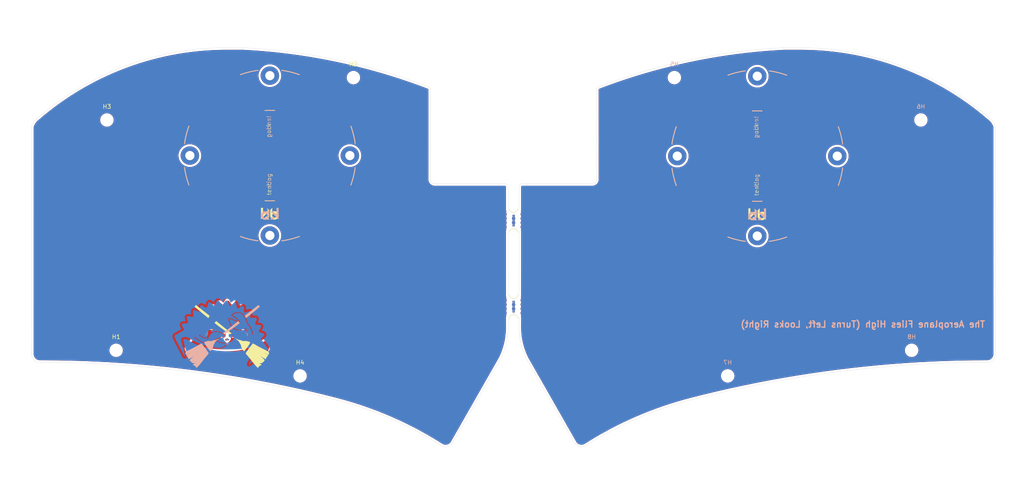
<source format=kicad_pcb>
(kicad_pcb (version 20211014) (generator pcbnew)
  (layers (0 "F.Cu" signal) (31 "B.Cu" signal) (34 "B.Paste" user) (35 "F.Paste" user) (36 "B.SilkS" user "B.Silkscreen") (37 "F.SilkS" user "F.Silkscreen") (38 "B.Mask" user) (39 "F.Mask" user) (44 "Edge.Cuts" user))
  (net 0 "")
  (footprint "kbd:Tenting_Puck2" (layer "F.Cu") (at 92.202 75.184)
    (fp_text reference "REF**")
    (fp_text value "Tenting Puck")
    (fp_text user "tenting" (at -0.254 -6.9215 90) (layer "B.SilkS") (effects (font (thickness 0.1)) (justify mirror)))
    (fp_text user "puck" (at -0.1905 6.0325 90 unlocked) (layer "B.SilkS") (effects (font (thickness 0.1)) (justify mirror)))
    (fp_text user "tenting" (at -0.1905 6.858 90) (layer "F.SilkS") (effects (font (thickness 0.1))))
    (fp_text user "puck" (at -0.254 -6.0325 90) (layer "F.SilkS") (effects (font (thickness 0.1))))
    (pad "1" thru_hole circle locked (at 0 19.05) (size 4.4 4.4) (drill 2.2) (layers *.Cu *.Mask))
    (pad "1" thru_hole circle locked (at 0 -19.05) (size 4.4 4.4) (drill 2.2) (layers *.Cu *.Mask))
    (pad "1" thru_hole circle locked (at 19.05 0) (size 4.4 4.4) (drill 2.2) (layers *.Cu *.Mask))
    (pad "1" thru_hole circle locked (at -19.05 0) (size 4.4 4.4) (drill 2.2) (layers *.Cu *.Mask))
  )
  (footprint "kbd:Tenting_Puck2" (layer "F.Cu") (at 208.26984 75.311)
    (fp_text reference "REF**")
    (fp_text value "Tenting Puck")
    (fp_text user "tenting" (at -0.254 -6.9215 90) (layer "B.SilkS") (effects (font (thickness 0.1)) (justify mirror)))
    (fp_text user "puck" (at -0.1905 6.0325 90 unlocked) (layer "B.SilkS") (effects (font (thickness 0.1)) (justify mirror)))
    (fp_text user "tenting" (at -0.1905 6.858 90) (layer "F.SilkS") (effects (font (thickness 0.1))))
    (fp_text user "puck" (at -0.254 -6.0325 90) (layer "F.SilkS") (effects (font (thickness 0.1))))
    (pad "1" thru_hole circle locked (at 0 -19.05) (size 4.4 4.4) (drill 2.2) (layers *.Cu *.Mask))
    (pad "1" thru_hole circle locked (at -19.05 0) (size 4.4 4.4) (drill 2.2) (layers *.Cu *.Mask))
    (pad "1" thru_hole circle locked (at 0 19.05) (size 4.4 4.4) (drill 2.2) (layers *.Cu *.Mask))
    (pad "1" thru_hole circle locked (at 19.05 0) (size 4.4 4.4) (drill 2.2) (layers *.Cu *.Mask))
  )
  (footprint "Duckyb-Parts:mouse-bite-5mm-slot-with-space-for-track" (layer "F.Cu") (at 150.241 90.678)
    (fp_text reference "mouse-bite-5mm-slot" hide)
    (fp_text value "VAL**" hide)
    (pad "" np_thru_hole circle locked (at 1.016 2.032) (size 0.5 0.5) (drill 0.5) (layers *.Cu *.Mask))
    (pad "" np_thru_hole circle locked (at -1.016 -2.032) (size 0.5 0.5) (drill 0.5) (layers *.Cu *.Mask))
    (pad "" np_thru_hole circle locked (at -1.016 1.016) (size 0.5 0.5) (drill 0.5) (layers *.Cu *.Mask))
    (pad "" np_thru_hole circle locked (at -1.016 0) (size 0.5 0.5) (drill 0.5) (layers *.Cu *.Mask))
    (pad "" np_thru_hole circle locked (at 1.016 1.016) (size 0.5 0.5) (drill 0.5) (layers *.Cu *.Mask))
    (pad "" np_thru_hole circle locked (at 1.016 0) (size 0.5 0.5) (drill 0.5) (layers *.Cu *.Mask))
    (pad "" np_thru_hole circle locked (at 1.016 -1.016) (size 0.5 0.5) (drill 0.5) (layers *.Cu *.Mask))
    (pad "" np_thru_hole circle locked (at -1.016 2.032) (size 0.5 0.5) (drill 0.5) (layers *.Cu *.Mask))
    (pad "" np_thru_hole circle locked (at 1.016 -2.032) (size 0.5 0.5) (drill 0.5) (layers *.Cu *.Mask))
    (pad "" np_thru_hole circle locked (at -1.016 -1.016) (size 0.5 0.5) (drill 0.5) (layers *.Cu *.Mask))
  )
  (footprint "Duckyb-Parts:mouse-bite-5mm-slot-with-space-for-track" (layer "F.Cu") (at 150.241 111.1885)
    (fp_text reference "mouse-bite-5mm-slot" hide)
    (fp_text value "VAL**" hide)
    (pad "" np_thru_hole circle locked (at -1.016 -2.032) (size 0.5 0.5) (drill 0.5) (layers *.Cu *.Mask))
    (pad "" np_thru_hole circle locked (at 1.016 1.016) (size 0.5 0.5) (drill 0.5) (layers *.Cu *.Mask))
    (pad "" np_thru_hole circle locked (at 1.016 -1.016) (size 0.5 0.5) (drill 0.5) (layers *.Cu *.Mask))
    (pad "" np_thru_hole circle locked (at 1.016 -2.032) (size 0.5 0.5) (drill 0.5) (layers *.Cu *.Mask))
    (pad "" np_thru_hole circle locked (at -1.016 -1.016) (size 0.5 0.5) (drill 0.5) (layers *.Cu *.Mask))
    (pad "" np_thru_hole circle locked (at 1.016 0) (size 0.5 0.5) (drill 0.5) (layers *.Cu *.Mask))
    (pad "" np_thru_hole circle locked (at -1.016 2.032) (size 0.5 0.5) (drill 0.5) (layers *.Cu *.Mask))
    (pad "" np_thru_hole circle locked (at 1.016 2.032) (size 0.5 0.5) (drill 0.5) (layers *.Cu *.Mask))
    (pad "" np_thru_hole circle locked (at -1.016 0) (size 0.5 0.5) (drill 0.5) (layers *.Cu *.Mask))
    (pad "" np_thru_hole circle locked (at -1.016 1.016) (size 0.5 0.5) (drill 0.5) (layers *.Cu *.Mask))
  )
  (footprint "MountingHole:MountingHole_2.2mm_M2" (layer "F.Cu") (at 99.4 127.7)
    (fp_text reference "H4" (at 0 -3.2) (layer "F.SilkS"))
    (fp_text value "MountingHole")
    (pad "" np_thru_hole circle (at 0 0) (size 2.2 2.2) (drill 2.2) (layers *.Cu *.Mask))
  )
  (footprint "MountingHole:MountingHole_2.2mm_M2" (layer "F.Cu") (at 55.6 121.6)
    (fp_text reference "H1" (at 0 -3.2) (layer "F.SilkS"))
    (fp_text value "MountingHole")
    (pad "" np_thru_hole circle (at 0 0) (size 2.2 2.2) (drill 2.2) (layers *.Cu *.Mask))
  )
  (footprint "MountingHole:MountingHole_2.2mm_M2" (layer "F.Cu") (at 112.1 56.6)
    (fp_text reference "H2" (at 0 -3.2) (layer "F.SilkS"))
    (fp_text value "MountingHole")
    (pad "" np_thru_hole circle (at 0 0) (size 2.2 2.2) (drill 2.2) (layers *.Cu *.Mask))
  )
  (footprint "Kailh:ferris_broom" (layer "F.Cu") (at 82.042 118.11 7)
    (fp_text reference "G***" hide)
    (fp_text value "LOGO" hide)
    (fp_poly (pts (xy 0.876959 0.512614) (xy 0.879912 0.513257) (xy 0.909731 0.520829) (xy 0.950577 0.532551) (xy 0.999376 0.547409) (xy 1.053055 0.564389) (xy 1.108539 0.582475) (xy 1.162754 0.600654) (xy 1.212625 0.617911) (xy 1.25508 0.633232) (xy 1.287043 0.645603) (xy 1.303866 0.653146) (xy 1.327085 0.664074) (xy 1.359259 0.677603) (xy 1.392766 0.690556) (xy 1.41799 0.70002) (xy 1.442859 0.709847) (xy 1.469644 0.721054) (xy 1.500622 0.734654) (xy 1.538066 0.751664) (xy 1.584249 0.773098) (xy 1.641445 0.799972) (xy 1.701799 0.828502) (xy 1.790699 0.870597) (xy 1.990634 1.072415) (xy 2.069517 1.152176) (xy 2.137023 1.220741) (xy 2.193816 1.278817) (xy 2.240566 1.327109) (xy 2.277937 1.366325) (xy 2.306597 1.39717) (xy 2.327213 1.420351) (xy 2.340451 1.436574) (xy 2.346978 1.446545) (xy 2.347727 1.450669) (xy 2.337133 1.458448) (xy 2.313359 1.470926) (xy 2.279096 1.486898) (xy 2.237036 1.50516) (xy 2.189869 1.524506) (xy 2.140286 1.543732) (xy 2.137833 1.544653) (xy 2.097444 1.559856) (xy 2.058067 1.574784) (xy 2.025451 1.587254) (xy 2.01182 1.592529) (xy 1.986019 1.601772) (xy 1.965641 1.607611) (xy 1.958789 1.608667) (xy 1.941554 1.61242) (xy 1.932401 1.616333) (xy 1.916696 1.622488) (xy 1.888261 1.631781) (xy 1.850774 1.643153) (xy 1.807909 1.655543) (xy 1.763342 1.667892) (xy 1.720749 1.679138) (xy 1.683806 1.688221) (xy 1.680633 1.688954) (xy 1.64504 1.697141) (xy 1.610788 1.705064) (xy 1.587499 1.710491) (xy 1.510641 1.726839) (xy 1.427179 1.741738) (xy 1.350433 1.752959) (xy 1.307609 1.758468) (xy 1.263139 1.764289) (xy 1.225385 1.769324) (xy 1.219199 1.770165) (xy 1.156081 1.776576) (xy 1.0818 1.780579) (xy 1.001959 1.782131) (xy 0.922164 1.781187) (xy 0.848018 1.777702) (xy 0.800099 1.773465) (xy 0.751827 1.767563) (xy 0.696348 1.759999) (xy 0.637115 1.751324) (xy 0.57758 1.742086) (xy 0.521197 1.732835) (xy 0.471419 1.724123) (xy 0.431698 1.716498) (xy 0.406399 1.710756) (xy 0.379671 1.703999) (xy 0.347122 1.696235) (xy 0.334433 1.69333) (xy 0.286755 1.6819) (xy 0.237291 1.668513) (xy 0.181713 1.65192) (xy 0.115695 1.630872) (xy 0.097366 1.624871) (xy 0.057153 1.612043) (xy 0.021585 1.601424) (xy -0.005616 1.594076) (xy -0.02073 1.59106) (xy -0.021167 1.59104) (xy -0.020533 1.588533) (xy -0.006195 1.582029) (xy 0.01937 1.572526) (xy 0.052427 1.561425) (xy 0.090109 1.548565) (xy 0.12247 1.536207) (xy 0.145654 1.525903) (xy 0.155135 1.520055) (xy 0.166798 1.512017) (xy 0.171701 1.512258) (xy 0.180836 1.510909) (xy 0.200781 1.50325) (xy 0.227383 1.490895) (xy 0.229859 1.489659) (xy 0.348134 1.421013) (xy 0.455886 1.339375) (xy 0.55229 1.245632) (xy 0.636521 1.140672) (xy 0.707755 1.025383) (xy 0.75626 0.922867) (xy 0.771785 0.882802) (xy 0.78707 0.838997) (xy 0.80115 0.794778) (xy 0.813059 0.753473) (xy 0.821834 0.718408) (xy 0.826508 0.692911) (xy 0.826433 0.680945) (xy 0.826989 0.669474) (xy 0.829813 0.667297) (xy 0.834165 0.658281) (xy 0.839539 0.636304) (xy 0.845077 0.605234) (xy 0.847767 0.586531) (xy 0.852768 0.550086) (xy 0.85688 0.527452) (xy 0.861412 0.515648) (xy 0.867669 0.511696) (xy 0.876959 0.512614)) (layer "F.Cu") (width 0.01) (fill solid))
    (fp_poly (pts (xy -0.761144 -1.032642) (xy -0.688709 -1.008644) (xy -0.619188 -0.970622) (xy -0.554768 -0.920001) (xy -0.497637 -0.858202) (xy -0.453968 -0.7937) (xy -0.437483 -0.766692) (xy -0.423416 -0.746579) (xy -0.414329 -0.736954) (xy -0.413252 -0.7366) (xy -0.408833 -0.731565) (xy -0.409736 -0.729585) (xy -0.40904 -0.718656) (xy -0.402935 -0.697092) (xy -0.39386 -0.672435) (xy -0.369521 -0.596952) (xy -0.351987 -0.510702) (xy -0.341678 -0.418605) (xy -0.339017 -0.32558) (xy -0.344425 -0.236545) (xy -0.352075 -0.18519) (xy -0.377889 -0.081805) (xy -0.41398 0.0129) (xy -0.459406 0.097763) (xy -0.513225 0.171624) (xy -0.574496 0.233322) (xy -0.642278 0.281697) (xy -0.715627 0.315587) (xy -0.770126 0.330135) (xy -0.812297 0.336403) (xy -0.84915 0.337012) (xy -0.888665 0.331696) (xy -0.918634 0.325158) (xy -0.947744 0.318386) (xy -0.971301 0.313186) (xy -0.982134 0.311051) (xy -0.996128 0.306431) (xy -0.999067 0.304242) (xy -1.00783 0.297463) (xy -1.026684 0.284345) (xy -1.050959 0.268116) (xy -1.110231 0.221059) (xy -1.166285 0.161274) (xy -1.215754 0.092966) (xy -1.255272 0.02034) (xy -1.262352 0.004066) (xy -1.273749 -0.020663) (xy -1.283702 -0.037495) (xy -1.288991 -0.042333) (xy -1.29308 -0.047331) (xy -1.292297 -0.048972) (xy -1.29238 -0.059871) (xy -1.296468 -0.082275) (xy -1.303688 -0.111476) (xy -1.304231 -0.113444) (xy -1.327325 -0.227527) (xy -1.335016 -0.34511) (xy -1.327592 -0.463403) (xy -1.305338 -0.579617) (xy -1.268541 -0.690962) (xy -1.238078 -0.757245) (xy -1.212207 -0.803246) (xy -1.184334 -0.842806) (xy -1.149579 -0.88249) (xy -1.130553 -0.901979) (xy -1.06388 -0.960545) (xy -0.99682 -1.002787) (xy -0.928123 -1.029293) (xy -0.856537 -1.040651) (xy -0.834305 -1.041193) (xy -0.761144 -1.032642)) (layer "F.Cu") (width 0.01) (fill solid))
    (fp_poly (pts (xy 2.497362 1.60812) (xy 2.516201 1.630541) (xy 2.539606 1.66204) (xy 2.565698 1.699782) (xy 2.5926 1.740931) (xy 2.618435 1.782653) (xy 2.641323 1.822112) (xy 2.659388 1.856474) (xy 2.666144 1.871134) (xy 2.675174 1.8922) (xy 2.682735 1.910202) (xy 2.689668 1.927504) (xy 2.696814 1.946474) (xy 2.705016 1.969476) (xy 2.715116 1.998877) (xy 2.727955 2.037044) (xy 2.744376 2.086341) (xy 2.76522 2.149136) (xy 2.767277 2.155335) (xy 2.79547 2.239012) (xy 2.819709 2.307903) (xy 2.840648 2.363518) (xy 2.858937 2.407367) (xy 2.875227 2.440961) (xy 2.89017 2.465808) (xy 2.904417 2.483419) (xy 2.911698 2.490161) (xy 2.924037 2.502392) (xy 2.934069 2.517875) (xy 2.942227 2.538695) (xy 2.948946 2.566937) (xy 2.95466 2.604686) (xy 2.959803 2.654024) (xy 2.96481 2.717037) (xy 2.967712 2.759011) (xy 2.971473 2.813088) (xy 2.975206 2.862625) (xy 2.978665 2.904682) (xy 2.981607 2.936322) (xy 2.983786 2.954605) (xy 2.984118 2.956442) (xy 2.985216 2.974616) (xy 2.981467 2.983758) (xy 2.97033 2.98773) (xy 2.946718 2.994554) (xy 2.91464 3.003205) (xy 2.878104 3.012654) (xy 2.841119 3.021876) (xy 2.807693 3.029842) (xy 2.781834 3.035526) (xy 2.772833 3.037218) (xy 2.740017 3.043049) (xy 2.723886 3.046878) (xy 2.722033 3.048) (xy 2.719498 3.049406) (xy 2.709937 3.051762) (xy 2.690419 3.055686) (xy 2.658012 3.061798) (xy 2.645833 3.064058) (xy 2.614701 3.069857) (xy 2.587473 3.074983) (xy 2.574205 3.077523) (xy 2.535792 3.084308) (xy 2.495217 3.090398) (xy 2.461515 3.094444) (xy 2.459566 3.094623) (xy 2.441732 3.096694) (xy 2.434168 3.098528) (xy 2.434166 3.098549) (xy 2.428371 3.100759) (xy 2.410016 3.103448) (xy 2.377646 3.106789) (xy 2.330536 3.110895) (xy 2.295418 3.114121) (xy 2.26487 3.117492) (xy 2.244401 3.120386) (xy 2.241636 3.120933) (xy 2.228674 3.122143) (xy 2.20227 3.123376) (xy 2.165199 3.124589) (xy 2.120237 3.125741) (xy 2.070161 3.126787) (xy 2.017746 3.127685) (xy 1.965769 3.128391) (xy 1.917005 3.128864) (xy 1.874231 3.129059) (xy 1.840222 3.128935) (xy 1.817755 3.128447) (xy 1.80964 3.127619) (xy 1.80059 3.125979) (xy 1.778374 3.123731) (xy 1.746735 3.12122) (xy 1.722759 3.119603) (xy 1.686698 3.117077) (xy 1.657337 3.114552) (xy 1.638536 3.112386) (xy 1.633822 3.111349) (xy 1.623392 3.108867) (xy 1.601612 3.105606) (xy 1.582881 3.103358) (xy 1.546821 3.098908) (xy 1.506196 3.093174) (xy 1.485899 3.090012) (xy 1.46071 3.085747) (xy 1.438737 3.081498) (xy 1.415266 3.076189) (xy 1.385583 3.068743) (xy 1.344976 3.058082) (xy 1.337733 3.056161) (xy 1.310785 3.049549) (xy 1.288338 3.04495) (xy 1.282699 3.044111) (xy 1.268811 3.040638) (xy 1.242749 3.032461) (xy 1.207278 3.020578) (xy 1.165163 3.00599) (xy 1.119166 2.989694) (xy 1.072051 2.972691) (xy 1.026583 2.95598) (xy 0.985526 2.940559) (xy 0.951642 2.927428) (xy 0.927696 2.917587) (xy 0.916451 2.912034) (xy 0.915969 2.911525) (xy 0.906915 2.904901) (xy 0.887855 2.896703) (xy 0.882536 2.894864) (xy 0.856579 2.884295) (xy 0.826 2.869128) (xy 0.812405 2.861501) (xy 0.786428 2.847093) (xy 0.763679 2.835999) (xy 0.754822 2.832509) (xy 0.740471 2.824911) (xy 0.736599 2.81883) (xy 0.729994 2.811342) (xy 0.726931 2.810934) (xy 0.715304 2.806599) (xy 0.694376 2.795414) (xy 0.668528 2.780109) (xy 0.642141 2.763411) (xy 0.619594 2.748049) (xy 0.605269 2.736753) (xy 0.602544 2.733446) (xy 0.592812 2.726882) (xy 0.587727 2.726267) (xy 0.576921 2.721463) (xy 0.575733 2.7178) (xy 0.568927 2.710172) (xy 0.563738 2.709334) (xy 0.551083 2.705332) (xy 0.548922 2.702629) (xy 0.541052 2.694877) (xy 0.522821 2.680502) (xy 0.497894 2.662369) (xy 0.493183 2.659069) (xy 0.4679 2.640575) (xy 0.449192 2.625202) (xy 0.440501 2.61582) (xy 0.440266 2.614973) (xy 0.433535 2.608275) (xy 0.429435 2.607734) (xy 0.41654 2.601481) (xy 0.406399 2.5908) (xy 0.394653 2.5778) (xy 0.38761 2.573867) (xy 0.37716 2.567735) (xy 0.35603 2.549803) (xy 0.324968 2.520768) (xy 0.284721 2.481324) (xy 0.243269 2.439543) (xy 0.200625 2.396038) (xy 0.168553 2.3631) (xy 0.145693 2.339286) (xy 0.130682 2.323149) (xy 0.122159 2.313245) (xy 0.118763 2.308128) (xy 0.118533 2.307167) (xy 0.113341 2.298552) (xy 0.103716 2.287517) (xy 0.068061 2.246664) (xy 0.027102 2.193418) (xy -0.01726 2.130707) (xy -0.063123 2.061461) (xy -0.108585 1.98861) (xy -0.151744 1.915084) (xy -0.190698 1.843812) (xy -0.213309 1.799167) (xy -0.227323 1.770672) (xy -0.239308 1.746713) (xy -0.246044 1.733665) (xy -0.254676 1.710404) (xy -0.250171 1.697466) (xy -0.232965 1.695051) (xy -0.203494 1.703358) (xy -0.191057 1.708529) (xy -0.16592 1.718676) (xy -0.130742 1.731634) (xy -0.089245 1.746166) (xy -0.045154 1.761038) (xy -0.002192 1.775015) (xy 0.035916 1.786862) (xy 0.065447 1.795346) (xy 0.082368 1.799191) (xy 0.105754 1.804583) (xy 0.133385 1.813948) (xy 0.138498 1.816027) (xy 0.159574 1.823658) (xy 0.173255 1.826288) (xy 0.175247 1.825708) (xy 0.185013 1.825688) (xy 0.204421 1.830614) (xy 0.211666 1.833034) (xy 0.232914 1.839241) (xy 0.246536 1.840829) (xy 0.248276 1.840169) (xy 0.258089 1.840286) (xy 0.269603 1.845022) (xy 0.289423 1.852355) (xy 0.315497 1.858293) (xy 0.319012 1.85884) (xy 0.345005 1.86279) (xy 0.366233 1.866313) (xy 0.368299 1.86669) (xy 0.387676 1.870099) (xy 0.41382 1.874466) (xy 0.419099 1.875324) (xy 0.4454 1.879667) (xy 0.466971 1.883378) (xy 0.469899 1.883907) (xy 0.578494 1.899685) (xy 0.592666 1.901216) (xy 0.624265 1.904568) (xy 0.653064 1.907712) (xy 0.664633 1.90902) (xy 0.738092 1.915835) (xy 0.821895 1.920746) (xy 0.912209 1.92375) (xy 1.005203 1.924846) (xy 1.097047 1.92403) (xy 1.183908 1.921302) (xy 1.261954 1.916658) (xy 1.327355 1.910096) (xy 1.332521 1.909407) (xy 1.363658 1.905282) (xy 1.404638 1.90003) (xy 1.448491 1.894538) (xy 1.473199 1.891507) (xy 1.51003 1.886694) (xy 1.547579 1.881227) (xy 1.581788 1.875764) (xy 1.6086 1.870962) (xy 1.623959 1.86748) (xy 1.625778 1.866761) (xy 1.636135 1.863985) (xy 1.657116 1.86013) (xy 1.667933 1.858434) (xy 1.691797 1.854382) (xy 1.707867 1.850745) (xy 1.7108 1.849637) (xy 1.721917 1.846141) (xy 1.74216 1.841855) (xy 1.744459 1.841443) (xy 1.767325 1.836627) (xy 1.801107 1.828566) (xy 1.841425 1.818409) (xy 1.883898 1.807306) (xy 1.924146 1.796408) (xy 1.957788 1.786865) (xy 1.980444 1.779825) (xy 1.983894 1.778585) (xy 2.000008 1.774158) (xy 2.006599 1.77567) (xy 2.01129 1.775791) (xy 2.016759 1.771227) (xy 2.033216 1.762793) (xy 2.044982 1.761067) (xy 2.062222 1.758569) (xy 2.068933 1.755177) (xy 2.081869 1.748744) (xy 2.088182 1.747327) (xy 2.103303 1.7433) (xy 2.127646 1.735091) (xy 2.145087 1.728621) (xy 2.171173 1.71865) (xy 2.207754 1.704745) (xy 2.249475 1.68894) (xy 2.281766 1.676741) (xy 2.32495 1.660031) (xy 2.368146 1.642607) (xy 2.405518 1.626857) (xy 2.425699 1.617821) (xy 2.452829 1.606183) (xy 2.47426 1.598931) (xy 2.484966 1.597611) (xy 2.497362 1.60812)) (layer "F.Cu") (width 0.01) (fill solid))
    (fp_poly (pts (xy -2.070755 -5.735079) (xy -2.013767 -5.733193) (xy -1.962647 -5.729706) (xy -1.947334 -5.728157) (xy -1.91579 -5.72403) (xy -1.878997 -5.7183) (xy -1.841135 -5.711737) (xy -1.806387 -5.705109) (xy -1.778935 -5.699187) (xy -1.762962 -5.694739) (xy -1.761197 -5.693913) (xy -1.749383 -5.689933) (xy -1.733913 -5.686542) (xy -1.69976 -5.678685) (xy -1.654944 -5.666018) (xy -1.604482 -5.650132) (xy -1.553391 -5.632615) (xy -1.506685 -5.615056) (xy -1.500717 -5.612659) (xy -1.452864 -5.593201) (xy -1.41605 -5.578176) (xy -1.397757 -5.569244) (xy -1.388734 -5.561978) (xy -1.388534 -5.561206) (xy -1.381213 -5.555741) (xy -1.363354 -5.550046) (xy -1.361017 -5.54952) (xy -1.334178 -5.540519) (xy -1.312334 -5.52897) (xy -1.296618 -5.519291) (xy -1.269751 -5.503909) (xy -1.235579 -5.484988) (xy -1.20015 -5.465865) (xy -1.165151 -5.446711) (xy -1.136388 -5.43002) (xy -1.116756 -5.41754) (xy -1.109147 -5.411019) (xy -1.109134 -5.410901) (xy -1.10226 -5.403266) (xy -1.08585 -5.394053) (xy -1.067279 -5.384314) (xy -1.042639 -5.369673) (xy -1.017625 -5.353721) (xy -0.997933 -5.340048) (xy -0.9906 -5.334) (xy -0.981678 -5.327142) (xy -0.963529 -5.314319) (xy -0.950384 -5.305308) (xy -0.929902 -5.290103) (xy -0.916869 -5.277912) (xy -0.9144 -5.273582) (xy -0.907692 -5.266773) (xy -0.903817 -5.26626) (xy -0.891672 -5.261021) (xy -0.87273 -5.247713) (xy -0.861947 -5.238743) (xy -0.83469 -5.215391) (xy -0.805662 -5.191395) (xy -0.798736 -5.185833) (xy -0.783298 -5.173272) (xy -0.766052 -5.158572) (xy -0.744798 -5.139762) (xy -0.717335 -5.114874) (xy -0.681463 -5.08194) (xy -0.645536 -5.048757) (xy -0.620612 -5.023913) (xy -0.5975 -4.997804) (xy -0.57919 -4.974145) (xy -0.568671 -4.956653) (xy -0.567267 -4.951469) (xy -0.574481 -4.944193) (xy -0.592494 -4.934555) (xy -0.615857 -4.924975) (xy -0.639126 -4.917873) (xy -0.646085 -4.916446) (xy -0.66792 -4.910824) (xy -0.688468 -4.903524) (xy -0.709079 -4.896441) (xy -0.723126 -4.893733) (xy -0.736557 -4.891119) (xy -0.760155 -4.884352) (xy -0.781842 -4.877256) (xy -0.807062 -4.869305) (xy -0.824412 -4.865225) (xy -0.829734 -4.865593) (xy -0.834929 -4.865546) (xy -0.840317 -4.861881) (xy -0.855473 -4.854392) (xy -0.878215 -4.847573) (xy -0.880534 -4.847062) (xy -0.905832 -4.839411) (xy -0.926267 -4.82956) (xy -0.926868 -4.829151) (xy -0.94749 -4.819766) (xy -0.96086 -4.817533) (xy -0.979529 -4.813619) (xy -1.003289 -4.803975) (xy -1.007659 -4.801729) (xy -1.035188 -4.789332) (xy -1.062581 -4.780376) (xy -1.064684 -4.779889) (xy -1.083341 -4.77372) (xy -1.092105 -4.76673) (xy -1.0922 -4.76606) (xy -1.099409 -4.760066) (xy -1.112072 -4.758267) (xy -1.132942 -4.75281) (xy -1.151467 -4.741333) (xy -1.169281 -4.729143) (xy -1.183206 -4.7244) (xy -1.199285 -4.720663) (xy -1.217894 -4.712669) (xy -1.23352 -4.704764) (xy -1.26091 -4.691156) (xy -1.296604 -4.673555) (xy -1.337143 -4.653672) (xy -1.350434 -4.647174) (xy -1.389858 -4.627766) (xy -1.423633 -4.610852) (xy -1.448933 -4.59787) (xy -1.462935 -4.590257) (xy -1.464734 -4.589042) (xy -1.474577 -4.582584) (xy -1.492773 -4.5728) (xy -1.494367 -4.572) (xy -1.512926 -4.562153) (xy -1.523685 -4.555359) (xy -1.524 -4.555067) (xy -1.533841 -4.548685) (xy -1.552032 -4.538937) (xy -1.553634 -4.538133) (xy -1.572192 -4.528291) (xy -1.582951 -4.521505) (xy -1.583267 -4.521213) (xy -1.593061 -4.514343) (xy -1.615209 -4.501387) (xy -1.646767 -4.483895) (xy -1.66297 -4.472895) (xy -1.669742 -4.466167) (xy -1.681018 -4.458082) (xy -1.68361 -4.4577) (xy -1.694208 -4.453086) (xy -1.71368 -4.441126) (xy -1.732602 -4.428096) (xy -1.755478 -4.412672) (xy -1.77295 -4.40277) (xy -1.780117 -4.40058) (xy -1.786238 -4.396375) (xy -1.786467 -4.3942) (xy -1.79291 -4.385979) (xy -1.794934 -4.385733) (xy -1.807142 -4.380633) (xy -1.820334 -4.370917) (xy -1.840889 -4.352931) (xy -1.8542 -4.341283) (xy -1.869873 -4.33012) (xy -1.8796 -4.326467) (xy -1.887821 -4.320024) (xy -1.888067 -4.318) (xy -1.894943 -4.310532) (xy -1.901033 -4.309533) (xy -1.91516 -4.302683) (xy -1.918872 -4.296833) (xy -1.929139 -4.285588) (xy -1.934834 -4.284133) (xy -1.946994 -4.280058) (xy -1.948745 -4.277783) (xy -1.956307 -4.269799) (xy -1.973742 -4.254458) (xy -1.997562 -4.234807) (xy -2.002367 -4.23096) (xy -2.05897 -4.185366) (xy -2.107345 -4.145084) (xy -2.152571 -4.105695) (xy -2.199724 -4.062784) (xy -2.25082 -4.014837) (xy -2.282144 -3.986602) (xy -2.31506 -3.959258) (xy -2.343577 -3.937729) (xy -2.3495 -3.933712) (xy -2.382716 -3.908023) (xy -2.422294 -3.871176) (xy -2.465482 -3.826283) (xy -2.509527 -3.776456) (xy -2.551678 -3.724809) (xy -2.589183 -3.674454) (xy -2.619144 -3.628746) (xy -2.632928 -3.60764) (xy -2.652372 -3.580174) (xy -2.668043 -3.559171) (xy -2.690166 -3.527118) (xy -2.712998 -3.489087) (xy -2.727361 -3.461805) (xy -2.741979 -3.433921) (xy -2.755504 -3.412175) (xy -2.765069 -3.401168) (xy -2.765246 -3.401062) (xy -2.776185 -3.389869) (xy -2.772838 -3.38069) (xy -2.761979 -3.3782) (xy -2.745394 -3.38026) (xy -2.719645 -3.385523) (xy -2.703126 -3.389552) (xy -2.659361 -3.400905) (xy -2.296252 -3.040302) (xy -2.179516 -2.924591) (xy -2.064878 -2.811389) (xy -1.953713 -2.702039) (xy -1.847395 -2.597883) (xy -1.747298 -2.500265) (xy -1.654795 -2.410526) (xy -1.57126 -2.33001) (xy -1.498069 -2.260059) (xy -1.490134 -2.252522) (xy -1.435936 -2.201049) (xy -1.392906 -2.159989) (xy -1.359926 -2.1281) (xy -1.335881 -2.104141) (xy -1.319654 -2.086869) (xy -1.310128 -2.075042) (xy -1.306187 -2.067418) (xy -1.306715 -2.062755) (xy -1.310595 -2.05981) (xy -1.31522 -2.057912) (xy -1.335836 -2.04737) (xy -1.347003 -2.039052) (xy -1.360058 -2.029955) (xy -1.383666 -2.016257) (xy -1.413109 -2.000674) (xy -1.418167 -1.998126) (xy -1.449636 -1.981792) (xy -1.47753 -1.966258) (xy -1.496319 -1.954618) (xy -1.497626 -1.953683) (xy -1.517702 -1.942744) (xy -1.533609 -1.938867) (xy -1.546724 -1.934474) (xy -1.5494 -1.928989) (xy -1.552509 -1.92298) (xy -1.554445 -1.924155) (xy -1.564266 -1.92363) (xy -1.582504 -1.916106) (xy -1.588569 -1.912866) (xy -1.609834 -1.902294) (xy -1.625786 -1.896729) (xy -1.627975 -1.896481) (xy -1.642532 -1.89276) (xy -1.660765 -1.884708) (xy -1.69831 -1.868494) (xy -1.74143 -1.854734) (xy -1.766179 -1.849081) (xy -1.786701 -1.844) (xy -1.798574 -1.839186) (xy -1.814186 -1.832973) (xy -1.824567 -1.830496) (xy -1.846536 -1.826373) (xy -1.858182 -1.823299) (xy -1.865883 -1.819529) (xy -1.8669 -1.818913) (xy -1.880912 -1.813315) (xy -1.90606 -1.80559) (xy -1.936925 -1.797166) (xy -1.96809 -1.789471) (xy -1.994134 -1.783934) (xy -2.0066 -1.782091) (xy -2.028804 -1.778781) (xy -2.056421 -1.772863) (xy -2.061634 -1.771551) (xy -2.086245 -1.765782) (xy -2.10518 -1.762402) (xy -2.1082 -1.762121) (xy -2.124082 -1.760743) (xy -2.148861 -1.758045) (xy -2.159 -1.756841) (xy -2.305927 -1.744119) (xy -2.460366 -1.740238) (xy -2.616413 -1.745054) (xy -2.768162 -1.758421) (xy -2.878667 -1.774503) (xy -2.906407 -1.779029) (xy -2.931223 -1.782618) (xy -2.955197 -1.786837) (xy -2.983266 -1.793214) (xy -2.986257 -1.793986) (xy -3.042283 -1.808501) (xy -3.082076 -1.818429) (xy -3.105611 -1.823765) (xy -3.1115 -1.82473) (xy -3.127667 -1.82777) (xy -3.151485 -1.833749) (xy -3.174475 -1.840449) (xy -3.183467 -1.843551) (xy -3.198545 -1.847117) (xy -3.202785 -1.846988) (xy -3.21378 -1.849392) (xy -3.234258 -1.85712) (xy -3.246771 -1.862577) (xy -3.270943 -1.872644) (xy -3.289611 -1.878752) (xy -3.294782 -1.8796) (xy -3.308606 -1.882445) (xy -3.333658 -1.889919) (xy -3.365418 -1.900426) (xy -3.399364 -1.912375) (xy -3.430976 -1.924171) (xy -3.455733 -1.934221) (xy -3.469115 -1.94093) (xy -3.469422 -1.941163) (xy -3.481387 -1.946064) (xy -3.485257 -1.944699) (xy -3.494781 -1.945644) (xy -3.514807 -1.953018) (xy -3.540037 -1.964756) (xy -3.566417 -1.977743) (xy -3.586726 -1.987136) (xy -3.596168 -1.990774) (xy -3.608624 -1.995179) (xy -3.633452 -2.005979) (xy -3.667953 -2.021854) (xy -3.709424 -2.041482) (xy -3.755166 -2.063543) (xy -3.802478 -2.086715) (xy -3.848659 -2.109679) (xy -3.891009 -2.131112) (xy -3.926827 -2.149694) (xy -3.953413 -2.164103) (xy -3.966429 -2.171879) (xy -3.98478 -2.183619) (xy -4.013092 -2.201131) (xy -4.046745 -2.221575) (xy -4.066578 -2.233469) (xy -4.141123 -2.277946) (xy -4.166062 -2.263214) (xy -4.182833 -2.25204) (xy -4.190878 -2.244189) (xy -4.191 -2.243637) (xy -4.196453 -2.235762) (xy -4.211055 -2.218735) (xy -4.232176 -2.195567) (xy -4.243917 -2.183086) (xy -4.282792 -2.141536) (xy -4.311807 -2.108922) (xy -4.333329 -2.08247) (xy -4.349727 -2.059403) (xy -4.350795 -2.057765) (xy -4.365502 -2.03706) (xy -4.377267 -2.022726) (xy -4.388135 -2.008492) (xy -4.403941 -1.984977) (xy -4.419601 -1.959976) (xy -4.436055 -1.933584) (xy -4.450101 -1.912459) (xy -4.458294 -1.901656) (xy -4.465894 -1.890317) (xy -4.478754 -1.867674) (xy -4.494699 -1.837636) (xy -4.503518 -1.820333) (xy -4.521058 -1.785565) (xy -4.537267 -1.753678) (xy -4.549583 -1.7297) (xy -4.553101 -1.722967) (xy -4.56451 -1.701134) (xy -4.573819 -1.682438) (xy -4.583879 -1.660939) (xy -4.59754 -1.630694) (xy -4.599823 -1.6256) (xy -4.615489 -1.590924) (xy -4.633411 -1.55167) (xy -4.644207 -1.528233) (xy -4.655959 -1.502202) (xy -4.663982 -1.48317) (xy -4.666521 -1.475356) (xy -4.669029 -1.467185) (xy -4.676768 -1.447947) (xy -4.686716 -1.424881) (xy -4.698389 -1.397194) (xy -4.706961 -1.374454) (xy -4.710155 -1.363458) (xy -4.716227 -1.344645) (xy -4.718775 -1.339882) (xy -4.726507 -1.322361) (xy -4.728771 -1.314482) (xy -4.733021 -1.299758) (xy -4.741585 -1.272692) (xy -4.753239 -1.236938) (xy -4.766757 -1.196147) (xy -4.780914 -1.153976) (xy -4.794486 -1.114076) (xy -4.806248 -1.080102) (xy -4.814974 -1.055707) (xy -4.818906 -1.045633) (xy -4.825384 -1.028109) (xy -4.833854 -1.00132) (xy -4.83939 -0.982133) (xy -4.848012 -0.951076) (xy -4.853486 -0.931763) (xy -4.857161 -0.919616) (xy -4.860389 -0.910054) (xy -4.861855 -0.905933) (xy -4.868436 -0.885379) (xy -4.876284 -0.858025) (xy -4.883583 -0.830562) (xy -4.888513 -0.809679) (xy -4.88946 -0.804333) (xy -4.892803 -0.788878) (xy -4.899338 -0.764723) (xy -4.902643 -0.753533) (xy -4.909664 -0.729081) (xy -4.914085 -0.711191) (xy -4.914775 -0.706967) (xy -4.91934 -0.691914) (xy -4.920362 -0.690033) (xy -4.92499 -0.67698) (xy -4.930473 -0.655055) (xy -4.935276 -0.631437) (xy -4.937859 -0.613305) (xy -4.937828 -0.608491) (xy -4.942569 -0.599489) (xy -4.953337 -0.588129) (xy -4.966151 -0.569374) (xy -4.969934 -0.553568) (xy -4.972994 -0.534634) (xy -4.980814 -0.507721) (xy -4.986867 -0.491066) (xy -4.996249 -0.466605) (xy -5.002398 -0.449303) (xy -5.003801 -0.444186) (xy -4.995894 -0.442635) (xy -4.974416 -0.441374) (xy -4.942725 -0.44054) (xy -4.907471 -0.440267) (xy -4.858575 -0.441078) (xy -4.825375 -0.443592) (xy -4.806709 -0.447925) (xy -4.80243 -0.45085) (xy -4.796046 -0.465159) (xy -4.789915 -0.489191) (xy -4.787716 -0.501754) (xy -4.782751 -0.526331) (xy -4.776939 -0.543089) (xy -4.774224 -0.546704) (xy -4.767907 -0.558099) (xy -4.766734 -0.56747) (xy -4.764223 -0.585366) (xy -4.757934 -0.610759) (xy -4.755175 -0.619887) (xy -4.746726 -0.64924) (xy -4.73758 -0.685216) (xy -4.732587 -0.706967) (xy -4.725807 -0.735286) (xy -4.719432 -0.757098) (xy -4.715622 -0.766233) (xy -4.710566 -0.778721) (xy -4.703841 -0.801902) (xy -4.699102 -0.821267) (xy -4.691063 -0.852638) (xy -4.682224 -0.881313) (xy -4.677762 -0.893233) (xy -4.670016 -0.913835) (xy -4.65964 -0.944425) (xy -4.648752 -0.978736) (xy -4.647716 -0.982133) (xy -4.635131 -1.02196) (xy -4.620636 -1.065324) (xy -4.60563 -1.108299) (xy -4.591515 -1.146961) (xy -4.57969 -1.177386) (xy -4.571557 -1.195648) (xy -4.571474 -1.195802) (xy -4.564695 -1.213623) (xy -4.563534 -1.221459) (xy -4.560378 -1.233487) (xy -4.551874 -1.257388) (xy -4.539464 -1.289521) (xy -4.524594 -1.326249) (xy -4.508708 -1.363931) (xy -4.493249 -1.398928) (xy -4.492197 -1.401233) (xy -4.482454 -1.422676) (xy -4.469047 -1.45235) (xy -4.457757 -1.477433) (xy -4.443475 -1.508535) (xy -4.429785 -1.537226) (xy -4.421541 -1.553633) (xy -4.410349 -1.575105) (xy -4.402 -1.591531) (xy -4.401901 -1.591733) (xy -4.374228 -1.647385) (xy -4.350719 -1.693428) (xy -4.332188 -1.728318) (xy -4.319447 -1.750514) (xy -4.314361 -1.757723) (xy -4.305518 -1.76946) (xy -4.29126 -1.790995) (xy -4.275667 -1.816043) (xy -4.258319 -1.843548) (xy -4.242421 -1.866792) (xy -4.232387 -1.8796) (xy -4.218581 -1.897092) (xy -4.203775 -1.919536) (xy -4.203045 -1.920764) (xy -4.191271 -1.938205) (xy -4.182417 -1.947057) (xy -4.181399 -1.947333) (xy -4.173653 -1.953863) (xy -4.16148 -1.970196) (xy -4.157068 -1.977074) (xy -4.144845 -1.995788) (xy -4.133378 -2.008295) (xy -4.120158 -2.014366) (xy -4.102676 -2.013769) (xy -4.078424 -2.006275) (xy -4.044891 -1.991654) (xy -3.999569 -1.969676) (xy -3.98215 -1.961044) (xy -3.920601 -1.930654) (xy -3.866749 -1.904492) (xy -3.814863 -1.879834) (xy -3.759208 -1.853957) (xy -3.69405 -1.824138) (xy -3.690595 -1.822566) (xy -3.667203 -1.812833) (xy -3.634343 -1.800351) (xy -3.595568 -1.786334) (xy -3.554424 -1.771994) (xy -3.514464 -1.758544) (xy -3.479234 -1.747199) (xy -3.452286 -1.739171) (xy -3.437169 -1.735673) (xy -3.436214 -1.735614) (xy -3.421173 -1.731869) (xy -3.400437 -1.722871) (xy -3.399381 -1.722326) (xy -3.372649 -1.711464) (xy -3.331096 -1.698701) (xy -3.276661 -1.684554) (xy -3.211282 -1.669542) (xy -3.167996 -1.660415) (xy -3.141615 -1.654541) (xy -3.122273 -1.649356) (xy -3.116167 -1.647034) (xy -3.103222 -1.643128) (xy -3.076296 -1.637864) (xy -3.038248 -1.631654) (xy -2.991935 -1.624909) (xy -2.940217 -1.618041) (xy -2.885953 -1.611462) (xy -2.832001 -1.605582) (xy -2.8194 -1.604319) (xy -2.761684 -1.599843) (xy -2.691766 -1.596355) (xy -2.612836 -1.593855) (xy -2.528081 -1.592342) (xy -2.440689 -1.591815) (xy -2.353849 -1.592273) (xy -2.270747 -1.593714) (xy -2.194573 -1.596138) (xy -2.128513 -1.599544) (xy -2.075757 -1.603929) (xy -2.070049 -1.604571) (xy -1.991895 -1.614353) (xy -1.92762 -1.623948) (xy -1.874184 -1.633871) (xy -1.828547 -1.644635) (xy -1.820334 -1.646866) (xy -1.790994 -1.654912) (xy -1.754472 -1.664791) (xy -1.7272 -1.672091) (xy -1.69622 -1.680641) (xy -1.669898 -1.68844) (xy -1.655234 -1.693336) (xy -1.636713 -1.699579) (xy -1.610391 -1.707391) (xy -1.6002 -1.710203) (xy -1.566846 -1.720761) (xy -1.532795 -1.733816) (xy -1.526582 -1.736536) (xy -1.502363 -1.746301) (xy -1.483152 -1.751999) (xy -1.478398 -1.7526) (xy -1.464053 -1.757175) (xy -1.460903 -1.760415) (xy -1.449873 -1.767649) (xy -1.43077 -1.773788) (xy -1.413037 -1.77993) (xy -1.405471 -1.787011) (xy -1.405467 -1.787139) (xy -1.398422 -1.79362) (xy -1.389676 -1.794933) (xy -1.371408 -1.799783) (xy -1.353692 -1.80975) (xy -1.336277 -1.820751) (xy -1.309127 -1.835985) (xy -1.277778 -1.852359) (xy -1.274234 -1.854136) (xy -1.245659 -1.86879) (xy -1.223428 -1.880938) (xy -1.21155 -1.888367) (xy -1.210734 -1.889138) (xy -1.201253 -1.896357) (xy -1.18268 -1.90782) (xy -1.175471 -1.911936) (xy -1.144442 -1.929301) (xy -1.112596 -1.902334) (xy -1.088531 -1.880917) (xy -1.060275 -1.854312) (xy -1.042025 -1.836363) (xy -1.025702 -1.820447) (xy -0.998926 -1.794961) (xy -0.963711 -1.761794) (xy -0.922072 -1.722834) (xy -0.876021 -1.679972) (xy -0.827573 -1.635096) (xy -0.821267 -1.62927) (xy -0.758406 -1.571118) (xy -0.693392 -1.510779) (xy -0.628105 -1.450013) (xy -0.564426 -1.39058) (xy -0.504238 -1.334242) (xy -0.44942 -1.282756) (xy -0.401854 -1.237885) (xy -0.36342 -1.201388) (xy -0.341395 -1.180254) (xy -0.305485 -1.145541) (xy -0.420701 -1.139759) (xy -0.463656 -1.137225) (xy -0.500768 -1.134325) (xy -0.528627 -1.131378) (xy -0.543824 -1.128703) (xy -0.545242 -1.128116) (xy -0.561252 -1.124209) (xy -0.569084 -1.124643) (xy -0.583235 -1.124223) (xy -0.608998 -1.121125) (xy -0.642426 -1.116058) (xy -0.679575 -1.109732) (xy -0.716499 -1.102856) (xy -0.74925 -1.096139) (xy -0.773883 -1.09029) (xy -0.786453 -1.086019) (xy -0.787151 -1.085444) (xy -0.797928 -1.08073) (xy -0.817879 -1.077463) (xy -0.819 -1.077371) (xy -0.836751 -1.074004) (xy -0.866821 -1.066208) (xy -0.905506 -1.055025) (xy -0.949098 -1.041497) (xy -0.965303 -1.036245) (xy -1.012778 -1.020346) (xy -1.046641 -1.007985) (xy -1.069526 -0.997914) (xy -1.084063 -0.988883) (xy -1.092884 -0.979642) (xy -1.096214 -0.974091) (xy -1.10685 -0.957332) (xy -1.125236 -0.931971) (xy -1.148181 -0.902334) (xy -1.159584 -0.888217) (xy -1.192382 -0.843994) (xy -1.225498 -0.792074) (xy -1.255957 -0.737724) (xy -1.280781 -0.686208) (xy -1.29551 -0.6477) (xy -1.306217 -0.618567) (xy -1.320309 -0.586012) (xy -1.325393 -0.575471) (xy -1.337269 -0.549663) (xy -1.345601 -0.52771) (xy -1.34752 -0.520437) (xy -1.354654 -0.50122) (xy -1.359971 -0.493624) (xy -1.366894 -0.482099) (xy -1.378513 -0.458431) (xy -1.393159 -0.426168) (xy -1.407835 -0.392024) (xy -1.473801 -0.219116) (xy -1.524288 -0.052216) (xy -1.559283 0.108567) (xy -1.578773 0.263125) (xy -1.582746 0.411347) (xy -1.571188 0.553125) (xy -1.544087 0.68835) (xy -1.536763 0.714729) (xy -1.522625 0.76045) (xy -1.508301 0.801795) (xy -1.49491 0.835961) (xy -1.483571 0.860144) (xy -1.475403 0.871543) (xy -1.47396 0.872067) (xy -1.468704 0.879132) (xy -1.467179 0.887449) (xy -1.462511 0.902042) (xy -1.451301 0.926091) (xy -1.435883 0.954633) (xy -1.434341 0.957299) (xy -1.357519 1.072624) (xy -1.265833 1.18015) (xy -1.159586 1.279612) (xy -1.039079 1.370748) (xy -0.904613 1.453292) (xy -0.814617 1.499918) (xy -0.773639 1.518889) (xy -0.72857 1.538253) (xy -0.682266 1.556952) (xy -0.637585 1.573932) (xy -0.597387 1.588137) (xy -0.564528 1.598512) (xy -0.541866 1.604) (xy -0.532748 1.60403) (xy -0.525402 1.604743) (xy -0.524934 1.607162) (xy -0.517545 1.613712) (xy -0.499407 1.620868) (xy -0.476559 1.62704) (xy -0.455041 1.630639) (xy -0.440893 1.630074) (xy -0.439833 1.629565) (xy -0.432348 1.63066) (xy -0.4318 1.633567) (xy -0.424558 1.640306) (xy -0.410634 1.642534) (xy -0.389467 1.642534) (xy -0.389467 1.748482) (xy -0.388853 1.790316) (xy -0.38718 1.826869) (xy -0.384698 1.854316) (xy -0.381661 1.868834) (xy -0.381511 1.869132) (xy -0.373766 1.884174) (xy -0.361457 1.908828) (xy -0.348776 1.934634) (xy -0.313665 2.00279) (xy -0.273086 2.075146) (xy -0.228941 2.148772) (xy -0.183132 2.220739) (xy -0.137562 2.288116) (xy -0.094131 2.347974) (xy -0.054741 2.397383) (xy -0.03175 2.422984) (xy -0.020508 2.436165) (xy -0.016934 2.442634) (xy -0.011132 2.451404) (xy 0.004838 2.46966) (xy 0.028827 2.495271) (xy 0.058685 2.526104) (xy 0.09226 2.56003) (xy 0.127403 2.594915) (xy 0.161962 2.628629) (xy 0.193787 2.659039) (xy 0.220729 2.684016) (xy 0.240635 2.701426) (xy 0.251357 2.709139) (xy 0.252143 2.709334) (xy 0.261604 2.715446) (xy 0.270933 2.726267) (xy 0.284385 2.739382) (xy 0.293969 2.7432) (xy 0.303989 2.7477) (xy 0.3048 2.75044) (xy 0.311272 2.758407) (xy 0.328396 2.772893) (xy 0.352727 2.791029) (xy 0.357716 2.794536) (xy 0.383427 2.813027) (xy 0.403076 2.828255) (xy 0.412996 2.837355) (xy 0.413455 2.838096) (xy 0.423196 2.844228) (xy 0.428272 2.8448) (xy 0.439078 2.849604) (xy 0.440266 2.853267) (xy 0.447072 2.860895) (xy 0.452261 2.861734) (xy 0.464911 2.866014) (xy 0.467077 2.868912) (xy 0.47555 2.877099) (xy 0.494468 2.890737) (xy 0.519452 2.907097) (xy 0.546122 2.923451) (xy 0.570095 2.93707) (xy 0.586994 2.945224) (xy 0.591464 2.9464) (xy 0.600633 2.951795) (xy 0.601133 2.954296) (xy 0.608157 2.962744) (xy 0.619355 2.967976) (xy 0.637046 2.975554) (xy 0.662036 2.988495) (xy 0.676939 2.996968) (xy 0.706305 3.012717) (xy 0.735698 3.026081) (xy 0.74707 3.030331) (xy 0.767587 3.038442) (xy 0.779589 3.045721) (xy 0.780503 3.046987) (xy 0.789178 3.052009) (xy 0.811367 3.061336) (xy 0.844468 3.074065) (xy 0.885882 3.089294) (xy 0.933008 3.106119) (xy 0.983246 3.12364) (xy 1.033995 3.140952) (xy 1.082657 3.157154) (xy 1.12663 3.171344) (xy 1.163315 3.182618) (xy 1.190111 3.190075) (xy 1.198033 3.191901) (xy 1.229229 3.19867) (xy 1.256604 3.205355) (xy 1.269999 3.209185) (xy 1.28907 3.214091) (xy 1.318413 3.220158) (xy 1.350433 3.225859) (xy 1.408824 3.235135) (xy 1.461418 3.242723) (xy 1.511054 3.248826) (xy 1.560571 3.253646) (xy 1.612806 3.257387) (xy 1.6706 3.260253) (xy 1.73679 3.262445) (xy 1.814216 3.264168) (xy 1.905716 3.265623) (xy 1.90643 3.265633) (xy 2.030388 3.266781) (xy 2.140474 3.266389) (xy 2.2397 3.264223) (xy 2.331077 3.260051) (xy 2.417617 3.25364) (xy 2.50233 3.244757) (xy 2.588228 3.233168) (xy 2.678323 3.218641) (xy 2.775625 3.200942) (xy 2.798233 3.196612) (xy 2.856562 3.185156) (xy 2.90134 3.175862) (xy 2.935709 3.168038) (xy 2.962807 3.160992) (xy 2.971744 3.158408) (xy 2.998319 3.151599) (xy 3.015691 3.152138) (xy 3.027605 3.162505) (xy 3.037809 3.185179) (xy 3.045055 3.206931) (xy 3.053774 3.235226) (xy 3.059625 3.256257) (xy 3.061439 3.265787) (xy 3.061374 3.265926) (xy 3.052766 3.266895) (xy 3.029432 3.26861) (xy 2.993554 3.270936) (xy 2.947318 3.273737) (xy 2.892906 3.276877) (xy 2.832501 3.28022) (xy 2.827251 3.280505) (xy 2.762658 3.284095) (xy 2.700432 3.287736) (xy 2.643534 3.291242) (xy 2.594924 3.294424) (xy 2.557561 3.297097) (xy 2.535766 3.298934) (xy 2.495883 3.302294) (xy 2.44946 3.30534) (xy 2.408766 3.30732) (xy 2.376175 3.308145) (xy 2.329871 3.308787) (xy 2.272824 3.30925) (xy 2.208005 3.309538) (xy 2.138384 3.309654) (xy 2.066933 3.3096) (xy 1.996623 3.309381) (xy 1.930423 3.309) (xy 1.871306 3.30846) (xy 1.822241 3.307764) (xy 1.7862 3.306916) (xy 1.777999 3.306617) (xy 1.754905 3.305833) (xy 1.71691 3.304758) (xy 1.666045 3.303441) (xy 1.604339 3.30193) (xy 1.533822 3.300274) (xy 1.456524 3.298522) (xy 1.374475 3.296722) (xy 1.295399 3.295042) (xy 1.001519 3.287945) (xy 0.722297 3.279161) (xy 0.455526 3.268519) (xy 0.199 3.255844) (xy -0.04949 3.240964) (xy -0.29215 3.223706) (xy -0.531187 3.203896) (xy -0.768808 3.181363) (xy -1.007221 3.155933) (xy -1.248632 3.127432) (xy -1.495249 3.095689) (xy -1.74928 3.06053) (xy -1.811867 3.051525) (xy -2.208085 2.990355) (xy -2.608847 2.921136) (xy -3.012582 2.844292) (xy -3.417717 2.760252) (xy -3.822682 2.669439) (xy -4.225904 2.572282) (xy -4.625812 2.469205) (xy -5.020834 2.360634) (xy -5.409398 2.246997) (xy -5.789932 2.128719) (xy -6.160866 2.006226) (xy -6.520627 1.879944) (xy -6.867643 1.7503) (xy -7.200342 1.617719) (xy -7.382337 1.54127) (xy -7.504507 1.488932) (xy -7.53897 1.503934) (xy -7.647014 1.557772) (xy -7.758215 1.626224) (xy -7.870468 1.707811) (xy -7.981664 1.801055) (xy -8.042167 1.857308) (xy -8.081687 1.896583) (xy -8.109862 1.928055) (xy -8.128475 1.954615) (xy -8.139311 1.979151) (xy -8.144153 2.004554) (xy -8.144934 2.023718) (xy -8.141031 2.075149) (xy -8.129157 2.135964) (xy -8.109061 2.206842) (xy -8.080493 2.288462) (xy -8.043201 2.381503) (xy -7.996937 2.486643) (xy -7.941449 2.604561) (xy -7.898316 2.6924) (xy -7.823081 2.839647) (xy -7.740389 2.994671) (xy -7.651577 3.155278) (xy -7.557981 3.319274) (xy -7.460938 3.484463) (xy -7.361784 3.648651) (xy -7.261857 3.809643) (xy -7.162493 3.965244) (xy -7.065028 4.11326) (xy -6.9708 4.251496) (xy -6.881145 4.377757) (xy -6.828313 4.449234) (xy -6.704379 4.619897) (xy -6.58618 4.794474) (xy -6.47474 4.971103) (xy -6.371083 5.147925) (xy -6.276233 5.32308) (xy -6.191216 5.494707) (xy -6.117055 5.660945) (xy -6.054775 5.819936) (xy -6.02397 5.909733) (xy -6.005617 5.970327) (xy -5.991295 6.025477) (xy -5.98131 6.073271) (xy -5.975967 6.111796) (xy -5.975572 6.139139) (xy -5.98043 6.153387) (xy -5.984805 6.155009) (xy -5.995667 6.151072) (xy -6.007101 6.145199) (xy -6.033907 6.126357) (xy -6.071113 6.094226) (xy -6.118677 6.048848) (xy -6.176559 5.990265) (xy -6.244718 5.91852) (xy -6.323113 5.833655) (xy -6.411703 5.735712) (xy -6.510448 5.624734) (xy -6.542842 5.588) (xy -6.598388 5.526413) (xy -6.663871 5.456393) (xy -6.736569 5.380754) (xy -6.813759 5.30231) (xy -6.892721 5.223873) (xy -6.935554 5.182108) (xy -7.023286 5.096994) (xy -7.118664 5.004157) (xy -7.220607 4.904664) (xy -7.328034 4.799584) (xy -7.439863 4.689983) (xy -7.555015 4.57693) (xy -7.672407 4.461493) (xy -7.79096 4.34474) (xy -7.909591 4.227739) (xy -8.027221 4.111556) (xy -8.142768 3.997261) (xy -8.255151 3.885922) (xy -8.36329 3.778605) (xy -8.466103 3.676379) (xy -8.562509 3.580312) (xy -8.651428 3.491472) (xy -8.731778 3.410926) (xy -8.802478 3.339743) (xy -8.862449 3.27899) (xy -8.877975 3.263174) (xy -8.999074 3.139426) (xy -9.108801 3.026855) (xy -9.207809 2.924719) (xy -9.296752 2.832274) (xy -9.376285 2.748778) (xy -9.447061 2.673488) (xy -9.509735 2.605661) (xy -9.564961 2.544555) (xy -9.613393 2.489426) (xy -9.655684 2.439531) (xy -9.69249 2.394129) (xy -9.724464 2.352475) (xy -9.75226 2.313828) (xy -9.776533 2.277444) (xy -9.797936 2.24258) (xy -9.817124 2.208494) (xy -9.832228 2.179483) (xy -9.869379 2.093136) (xy -9.892885 2.009656) (xy -9.90265 1.930443) (xy -9.898581 1.856903) (xy -9.880581 1.790437) (xy -9.861201 1.751419) (xy -9.853029 1.740922) (xy -9.834833 1.719935) (xy -9.806501 1.688339) (xy -9.767924 1.646017) (xy -9.718991 1.592849) (xy -9.659592 1.528717) (xy -9.589615 1.453504) (xy -9.50895 1.367091) (xy -9.417487 1.269359) (xy -9.315115 1.160191) (xy -9.201724 1.039468) (xy -9.077202 0.907071) (xy -8.941441 0.762884) (xy -8.794328 0.606787) (xy -8.635754 0.438661) (xy -8.4709 0.263997) (xy -8.392445 0.180857) (xy -8.324845 0.109104) (xy -8.267301 0.047841) (xy -8.219011 -0.003826) (xy -8.179175 -0.046794) (xy -8.146993 -0.081959) (xy -8.121663 -0.110216) (xy -8.102386 -0.132462) (xy -8.088361 -0.149592) (xy -8.078786 -0.162503) (xy -8.072862 -0.172089) (xy -8.069788 -0.179248) (xy -8.068764 -0.184875) (xy -8.068734 -0.18605) (xy -8.073433 -0.195317) (xy -8.086997 -0.217295) (xy -8.108628 -0.250791) (xy -8.137528 -0.294613) (xy -8.172897 -0.347567) (xy -8.213937 -0.408461) (xy -8.25985 -0.4761) (xy -8.309837 -0.549292) (xy -8.363099 -0.626844) (xy -8.385824 -0.659805) (xy -8.458165 -0.764969) (xy -8.522122 -0.858675) (xy -8.57748 -0.940601) (xy -8.624026 -1.010423) (xy -8.661547 -1.067817) (xy -8.689828 -1.112459) (xy -8.708656 -1.144026) (xy -8.717816 -1.162195) (xy -8.718058 -1.162863) (xy -8.729786 -1.21456) (xy -8.733484 -1.273968) (xy -8.729298 -1.334052) (xy -8.717373 -1.387779) (xy -8.713193 -1.399409) (xy -8.686223 -1.449877) (xy -8.647879 -1.498002) (xy -8.602653 -1.539014) (xy -8.555038 -1.568142) (xy -8.553722 -1.568737) (xy -8.53999 -1.573969) (xy -8.520486 -1.579766) (xy -8.494039 -1.586353) (xy -8.459477 -1.593959) (xy -8.415626 -1.602809) (xy -8.361316 -1.613131) (xy -8.295375 -1.62515) (xy -8.216629 -1.639094) (xy -8.123907 -1.65519) (xy -8.016038 -1.673663) (xy -7.9756 -1.680543) (xy -7.883117 -1.696335) (xy -7.795612 -1.711425) (xy -7.714508 -1.72556) (xy -7.641228 -1.738484) (xy -7.577193 -1.749942) (xy -7.523828 -1.759679) (xy -7.482554 -1.76744) (xy -7.454794 -1.772969) (xy -7.44197 -1.776013) (xy -7.441274 -1.776345) (xy -7.435728 -1.785552) (xy -7.423863 -1.807026) (xy -7.407168 -1.838012) (xy -7.387137 -1.875754) (xy -7.376128 -1.896694) (xy -7.316143 -2.011156) (xy -7.536499 -2.514761) (xy -7.575079 -2.603255) (xy -7.611912 -2.688361) (xy -7.646382 -2.768614) (xy -7.677872 -2.842551) (xy -7.705765 -2.908708) (xy -7.729445 -2.965618) (xy -7.748295 -3.011819) (xy -7.761699 -3.045845) (xy -7.769041 -3.066232) (xy -7.769889 -3.069152) (xy -7.779328 -3.138016) (xy -7.773365 -3.20586) (xy -7.753418 -3.270448) (xy -7.720908 -3.32954) (xy -7.677252 -3.380899) (xy -7.623872 -3.422288) (xy -7.562185 -3.451469) (xy -7.520451 -3.462437) (xy -7.503442 -3.46366) (xy -7.47035 -3.464095) (xy -7.422006 -3.46376) (xy -7.359241 -3.462672) (xy -7.282884 -3.460851) (xy -7.193768 -3.458314) (xy -7.092723 -3.455079) (xy -6.980581 -3.451165) (xy -6.943584 -3.449813) (xy -6.849854 -3.446378) (xy -6.761281 -3.443181) (xy -6.679289 -3.440271) (xy -6.605302 -3.437696) (xy -6.540743 -3.435505) (xy -6.487035 -3.433745) (xy -6.445602 -3.432464) (xy -6.417867 -3.431711) (xy -6.405254 -3.431533) (xy -6.404627 -3.431588) (xy -6.399359 -3.438438) (xy -6.385403 -3.456254) (xy -6.364575 -3.482724) (xy -6.338696 -3.515534) (xy -6.322857 -3.535584) (xy -6.241962 -3.637935) (xy -6.359396 -4.157884) (xy -6.385338 -4.272724) (xy -6.407801 -4.372262) (xy -6.427011 -4.457716) (xy -6.443195 -4.530307) (xy -6.456582 -4.591253) (xy -6.467398 -4.641776) (xy -6.475871 -4.683094) (xy -6.482227 -4.716427) (xy -6.486693 -4.742995) (xy -6.489498 -4.764018) (xy -6.490868 -4.780715) (xy -6.49103 -4.794306) (xy -6.490211 -4.806011) (xy -6.488639 -4.817049) (xy -6.486541 -4.82864) (xy -6.485443 -4.834598) (xy -6.464751 -4.906432) (xy -6.431211 -4.96927) (xy -6.386359 -5.021701) (xy -6.331729 -5.062312) (xy -6.268858 -5.089691) (xy -6.199279 -5.102427) (xy -6.19383 -5.102753) (xy -6.180466 -5.103085) (xy -6.165697 -5.102545) (xy -6.148201 -5.100848) (xy -6.126657 -5.097706) (xy -6.099742 -5.092835) (xy -6.066136 -5.085948) (xy -6.024517 -5.076759) (xy -5.973562 -5.064982) (xy -5.911951 -5.050331) (xy -5.838361 -5.03252) (xy -5.751472 -5.011262) (xy -5.649961 -4.986272) (xy -5.609167 -4.976204) (xy -5.084234 -4.846591) (xy -4.984751 -4.931194) (xy -4.946907 -4.963556) (xy -4.920121 -4.987307) (xy -4.902484 -5.004727) (xy -4.892085 -5.018095) (xy -4.887017 -5.029692) (xy -4.885368 -5.041797) (xy -4.885227 -5.050016) (xy -4.885517 -5.067072) (xy -4.88636 -5.098594) (xy -4.887676 -5.142127) (xy -4.889388 -5.195216) (xy -4.891418 -5.255406) (xy -4.89369 -5.32024) (xy -4.894335 -5.338233) (xy -4.896579 -5.404602) (xy -4.898436 -5.467623) (xy -4.899849 -5.524704) (xy -4.900765 -5.573255) (xy -4.901127 -5.610685) (xy -4.90088 -5.634404) (xy -4.900725 -5.63775) (xy -4.897967 -5.683267) (xy -4.821767 -5.604324) (xy -4.706123 -5.484674) (xy -4.598246 -5.373404) (xy -4.494294 -5.266568) (xy -4.390426 -5.160216) (xy -4.282801 -5.0504) (xy -4.2799 -5.047446) (xy -4.209234 -4.975434) (xy -4.149474 -4.914473) (xy -4.099639 -4.863555) (xy -4.058748 -4.821671) (xy -4.025819 -4.787813) (xy -3.999871 -4.760973) (xy -3.979924 -4.740142) (xy -3.964995 -4.724312) (xy -3.955867 -4.714417) (xy -3.943396 -4.699332) (xy -3.941868 -4.688809) (xy -3.950621 -4.675081) (xy -3.952324 -4.672859) (xy -3.965858 -4.652938) (xy -3.981869 -4.626276) (xy -3.988491 -4.614333) (xy -4.001214 -4.591716) (xy -4.011127 -4.575966) (xy -4.014361 -4.572) (xy -4.019445 -4.563576) (xy -4.030899 -4.542185) (xy -4.047607 -4.510046) (xy -4.068451 -4.469382) (xy -4.092316 -4.422413) (xy -4.118085 -4.371359) (xy -4.144643 -4.318443) (xy -4.170872 -4.265885) (xy -4.195657 -4.215906) (xy -4.217881 -4.170726) (xy -4.236428 -4.132568) (xy -4.250182 -4.103652) (xy -4.254786 -4.093633) (xy -4.27113 -4.057213) (xy -4.288546 -4.018193) (xy -4.298282 -3.996266) (xy -4.311837 -3.965952) (xy -4.324613 -3.937881) (xy -4.330935 -3.9243) (xy -4.344918 -3.893675) (xy -4.360127 -3.858573) (xy -4.375022 -3.822787) (xy -4.388065 -3.790109) (xy -4.397716 -3.764332) (xy -4.402437 -3.749248) (xy -4.402667 -3.74754) (xy -4.406285 -3.734031) (xy -4.415301 -3.712829) (xy -4.418678 -3.705977) (xy -4.4306 -3.679738) (xy -4.43941 -3.655426) (xy -4.440394 -3.65184) (xy -4.447875 -3.62928) (xy -4.459169 -3.602211) (xy -4.46189 -3.596424) (xy -4.473709 -3.568315) (xy -4.482601 -3.540918) (xy -4.483645 -3.536587) (xy -4.489703 -3.518649) (xy -4.501035 -3.503529) (xy -4.520715 -3.488528) (xy -4.55182 -3.470949) (xy -4.567767 -3.462783) (xy -4.588279 -3.451052) (xy -4.616396 -3.433123) (xy -4.648966 -3.411229) (xy -4.68284 -3.387602) (xy -4.714866 -3.364474) (xy -4.741892 -3.344079) (xy -4.760766 -3.328649) (xy -4.768215 -3.320776) (xy -4.775936 -3.312544) (xy -4.792979 -3.297796) (xy -4.808936 -3.285004) (xy -4.832276 -3.265623) (xy -4.859419 -3.241264) (xy -4.887524 -3.214722) (xy -4.91375 -3.188793) (xy -4.935255 -3.166272) (xy -4.949199 -3.149954) (xy -4.953001 -3.14325) (xy -4.959575 -3.134724) (xy -4.975676 -3.122962) (xy -4.978401 -3.121313) (xy -4.995398 -3.109579) (xy -5.003652 -3.100555) (xy -5.003801 -3.099757) (xy -5.009201 -3.090821) (xy -5.023456 -3.073272) (xy -5.043651 -3.050669) (xy -5.046772 -3.047319) (xy -5.07423 -3.016804) (xy -5.102413 -2.983605) (xy -5.121962 -2.9591) (xy -5.143535 -2.93146) (xy -5.164957 -2.905127) (xy -5.176714 -2.891366) (xy -5.196327 -2.866375) (xy -5.215056 -2.83819) (xy -5.217383 -2.834217) (xy -5.229758 -2.814798) (xy -5.239395 -2.803573) (xy -5.241622 -2.802466) (xy -5.249005 -2.795784) (xy -5.261239 -2.778681) (xy -5.269702 -2.764965) (xy -5.285342 -2.740178) (xy -5.300063 -2.719879) (xy -5.305591 -2.713552) (xy -5.320221 -2.696591) (xy -5.336265 -2.674708) (xy -5.350189 -2.653165) (xy -5.358461 -2.637224) (xy -5.359401 -2.633407) (xy -5.364395 -2.622551) (xy -5.376692 -2.605416) (xy -5.379469 -2.602033) (xy -5.397652 -2.577412) (xy -5.414536 -2.55015) (xy -5.415452 -2.548465) (xy -5.431557 -2.521404) (xy -5.450521 -2.493293) (xy -5.453531 -2.489198) (xy -5.467447 -2.468119) (xy -5.485624 -2.437214) (xy -5.50493 -2.401892) (xy -5.512337 -2.3876) (xy -5.53119 -2.351387) (xy -5.549962 -2.316689) (xy -5.565535 -2.289226) (xy -5.570034 -2.281766) (xy -5.584239 -2.257618) (xy -5.603186 -2.223532) (xy -5.625633 -2.181929) (xy -5.65034 -2.135225) (xy -5.676068 -2.085839) (xy -5.701577 -2.03619) (xy -5.725626 -1.988695) (xy -5.746975 -1.945773) (xy -5.764385 -1.909843) (xy -5.776615 -1.883321) (xy -5.782426 -1.868627) (xy -5.782734 -1.866964) (xy -5.786108 -1.858387) (xy -5.795269 -1.837696) (xy -5.808778 -1.808089) (xy -5.823535 -1.776313) (xy -5.843183 -1.733514) (xy -5.863006 -1.688983) (xy -5.880143 -1.649212) (xy -5.888145 -1.629833) (xy -5.903393 -1.59264) (xy -5.919609 -1.554265) (xy -5.93201 -1.525885) (xy -5.94293 -1.500169) (xy -5.950214 -1.480347) (xy -5.952067 -1.472631) (xy -5.955656 -1.460251) (xy -5.964633 -1.43966) (xy -5.96841 -1.432024) (xy -5.977994 -1.410551) (xy -5.990916 -1.377974) (xy -6.005246 -1.339284) (xy -6.015182 -1.310946) (xy -6.045612 -1.221901) (xy -6.04329 -1.074618) (xy -6.040967 -0.927335) (xy -6.004767 -0.908388) (xy -5.968566 -0.889441) (xy -5.952432 -0.925204) (xy -5.9439 -0.946623) (xy -5.931927 -0.980024) (xy -5.917975 -1.021182) (xy -5.903505 -1.065871) (xy -5.90055 -1.075267) (xy -5.887331 -1.117063) (xy -5.875612 -1.15325) (xy -5.86644 -1.180652) (xy -5.860863 -1.196097) (xy -5.859989 -1.198033) (xy -5.854064 -1.214345) (xy -5.853632 -1.21667) (xy -5.849456 -1.229274) (xy -5.840127 -1.251932) (xy -5.829398 -1.275937) (xy -5.817056 -1.303744) (xy -5.807771 -1.326701) (xy -5.803982 -1.338254) (xy -5.79906 -1.353601) (xy -5.789747 -1.377213) (xy -5.784661 -1.389054) (xy -5.772829 -1.416598) (xy -5.758057 -1.452003) (xy -5.744235 -1.4859) (xy -5.730185 -1.519477) (xy -5.711677 -1.561831) (xy -5.691577 -1.606467) (xy -5.679602 -1.632379) (xy -5.663401 -1.667293) (xy -5.650246 -1.696183) (xy -5.641577 -1.715852) (xy -5.638801 -1.723031) (xy -5.635004 -1.733989) (xy -5.624442 -1.757451) (xy -5.608354 -1.790997) (xy -5.58798 -1.83221) (xy -5.56456 -1.878671) (xy -5.539335 -1.927962) (xy -5.513543 -1.977664) (xy -5.488426 -2.025361) (xy -5.465223 -2.068632) (xy -5.445174 -2.105061) (xy -5.429519 -2.132228) (xy -5.4261 -2.137833) (xy -5.412601 -2.160964) (xy -5.394696 -2.193543) (xy -5.375505 -2.229849) (xy -5.368404 -2.243666) (xy -5.34953 -2.279238) (xy -5.330521 -2.312579) (xy -5.314506 -2.338279) (xy -5.309597 -2.345265) (xy -5.290931 -2.372324) (xy -5.273771 -2.400437) (xy -5.271519 -2.404531) (xy -5.255047 -2.431502) (xy -5.236677 -2.456722) (xy -5.235536 -2.458099) (xy -5.222323 -2.475708) (xy -5.21566 -2.488214) (xy -5.215467 -2.489473) (xy -5.210705 -2.501396) (xy -5.198774 -2.521179) (xy -5.183207 -2.543561) (xy -5.167538 -2.563279) (xy -5.161658 -2.569619) (xy -5.149211 -2.585067) (xy -5.13343 -2.608465) (xy -5.125769 -2.621032) (xy -5.112197 -2.642334) (xy -5.101451 -2.655921) (xy -5.097688 -2.658533) (xy -5.090143 -2.665208) (xy -5.078401 -2.681987) (xy -5.073449 -2.690283) (xy -5.05564 -2.71788) (xy -5.035601 -2.744173) (xy -5.032781 -2.747433) (xy -5.014935 -2.768557) (xy -4.992852 -2.796045) (xy -4.978029 -2.815166) (xy -4.954608 -2.844348) (xy -4.92611 -2.877651) (xy -4.902839 -2.903386) (xy -4.882048 -2.92641) (xy -4.866789 -2.944877) (xy -4.85998 -2.955227) (xy -4.859867 -2.955824) (xy -4.853301 -2.964087) (xy -4.837218 -2.975717) (xy -4.834467 -2.97738) (xy -4.81746 -2.989221) (xy -4.809213 -2.998487) (xy -4.809067 -2.999317) (xy -4.803205 -3.008671) (xy -4.787511 -3.026461) (xy -4.764828 -3.049893) (xy -4.737996 -3.07617) (xy -4.709856 -3.102497) (xy -4.68325 -3.126079) (xy -4.665002 -3.14107) (xy -4.643797 -3.15825) (xy -4.628843 -3.171611) (xy -4.624282 -3.176842) (xy -4.615639 -3.185766) (xy -4.595958 -3.201699) (xy -4.568391 -3.22241) (xy -4.536089 -3.245665) (xy -4.502203 -3.269232) (xy -4.469885 -3.290879) (xy -4.442286 -3.308373) (xy -4.423834 -3.31885) (xy -4.387421 -3.338173) (xy -4.363637 -3.353861) (xy -4.349406 -3.368613) (xy -4.34165 -3.385127) (xy -4.339712 -3.392654) (xy -4.331913 -3.418501) (xy -4.320334 -3.44741) (xy -4.317957 -3.452491) (xy -4.30636 -3.479112) (xy -4.297637 -3.503645) (xy -4.29646 -3.507907) (xy -4.288756 -3.530597) (xy -4.2771 -3.557303) (xy -4.274744 -3.562043) (xy -4.264637 -3.584164) (xy -4.259095 -3.600756) (xy -4.258734 -3.603606) (xy -4.255555 -3.615272) (xy -4.247043 -3.638621) (xy -4.234737 -3.669862) (xy -4.220178 -3.705202) (xy -4.204902 -3.740848) (xy -4.190451 -3.773009) (xy -4.187002 -3.780366) (xy -4.176761 -3.802498) (xy -4.163328 -3.832191) (xy -4.154349 -3.852333) (xy -4.138804 -3.88695) (xy -4.120884 -3.926147) (xy -4.109952 -3.9497) (xy -4.098216 -3.975323) (xy -4.090351 -3.993579) (xy -4.088063 -4.0005) (xy -4.085141 -4.007637) (xy -4.075616 -4.027513) (xy -4.060659 -4.057824) (xy -4.041445 -4.096266) (xy -4.019145 -4.140536) (xy -3.994933 -4.188331) (xy -3.96998 -4.237346) (xy -3.94546 -4.285279) (xy -3.922545 -4.329825) (xy -3.902408 -4.368681) (xy -3.886221 -4.399544) (xy -3.875158 -4.420109) (xy -3.870401 -4.428067) (xy -3.863598 -4.437426) (xy -3.852142 -4.456661) (xy -3.844558 -4.4704) (xy -3.829167 -4.497296) (xy -3.813984 -4.521149) (xy -3.808574 -4.528692) (xy -3.797228 -4.54836) (xy -3.793067 -4.564175) (xy -3.789181 -4.579717) (xy -3.785138 -4.584368) (xy -3.77526 -4.594481) (xy -3.759928 -4.614337) (xy -3.741994 -4.639704) (xy -3.724312 -4.666349) (xy -3.709735 -4.69004) (xy -3.701117 -4.706546) (xy -3.699934 -4.710742) (xy -3.694093 -4.726495) (xy -3.677538 -4.752041) (xy -3.651723 -4.785395) (xy -3.618101 -4.824573) (xy -3.610107 -4.83344) (xy -3.582713 -4.865234) (xy -3.554611 -4.900464) (xy -3.534658 -4.9276) (xy -3.494217 -4.982042) (xy -3.446963 -5.039263) (xy -3.399341 -5.09151) (xy -3.393017 -5.097981) (xy -3.375305 -5.116516) (xy -3.36378 -5.129718) (xy -3.361267 -5.133614) (xy -3.35513 -5.143258) (xy -3.338135 -5.161855) (xy -3.31241 -5.187491) (xy -3.280081 -5.21825) (xy -3.243274 -5.252215) (xy -3.204117 -5.287472) (xy -3.164737 -5.322103) (xy -3.127259 -5.354194) (xy -3.093811 -5.381829) (xy -3.066518 -5.403092) (xy -3.048121 -5.415709) (xy -3.031073 -5.427489) (xy -3.02276 -5.43659) (xy -3.0226 -5.437425) (xy -3.015803 -5.443481) (xy -3.011092 -5.444067) (xy -2.998475 -5.449035) (xy -2.978209 -5.461823) (xy -2.962409 -5.473618) (xy -2.940096 -5.489958) (xy -2.922028 -5.500726) (xy -2.91465 -5.503251) (xy -2.904801 -5.507701) (xy -2.904067 -5.51022) (xy -2.896983 -5.517455) (xy -2.87945 -5.526666) (xy -2.874434 -5.528733) (xy -2.85526 -5.537903) (xy -2.845228 -5.545913) (xy -2.8448 -5.547247) (xy -2.837921 -5.553363) (xy -2.8321 -5.554133) (xy -2.820828 -5.558348) (xy -2.8194 -5.561927) (xy -2.812103 -5.568992) (xy -2.79451 -5.575187) (xy -2.794098 -5.575279) (xy -2.774624 -5.581581) (xy -2.763965 -5.588651) (xy -2.752334 -5.59535) (xy -2.743738 -5.596466) (xy -2.725457 -5.602595) (xy -2.717878 -5.609073) (xy -2.706551 -5.617818) (xy -2.701266 -5.617879) (xy -2.69049 -5.618964) (xy -2.671495 -5.626423) (xy -2.666242 -5.629031) (xy -2.64111 -5.640219) (xy -2.608908 -5.652231) (xy -2.5908 -5.658121) (xy -2.528812 -5.67687) (xy -2.480969 -5.691143) (xy -2.445242 -5.701484) (xy -2.419607 -5.708442) (xy -2.402037 -5.712563) (xy -2.390504 -5.714393) (xy -2.382982 -5.714479) (xy -2.382201 -5.714392) (xy -2.361722 -5.715323) (xy -2.353734 -5.717529) (xy -2.329853 -5.723465) (xy -2.292322 -5.728311) (xy -2.244394 -5.73198) (xy -2.189321 -5.734388) (xy -2.130357 -5.735449) (xy -2.070755 -5.735079)) (layer "F.Cu") (width 0.01) (fill solid))
    (fp_poly (pts (xy 3.338859 -1.039943) (xy 3.381528 -1.037073) (xy 3.414098 -1.031849) (xy 3.443386 -1.022761) (xy 3.471333 -1.010616) (xy 3.542832 -0.967875) (xy 3.607733 -0.911121) (xy 3.664984 -0.842341) (xy 3.713532 -0.763523) (xy 3.752325 -0.676654) (xy 3.780309 -0.58372) (xy 3.796432 -0.486708) (xy 3.799747 -0.390693) (xy 3.797299 -0.313779) (xy 3.759199 -0.350196) (xy 3.673719 -0.423651) (xy 3.575263 -0.494102) (xy 3.467764 -0.559419) (xy 3.355157 -0.617476) (xy 3.241376 -0.666145) (xy 3.130355 -0.703298) (xy 3.084249 -0.715249) (xy 3.049708 -0.723486) (xy 3.017103 -0.731513) (xy 2.996217 -0.736878) (xy 2.969051 -0.742504) (xy 2.944627 -0.745053) (xy 2.943301 -0.745067) (xy 2.926849 -0.747477) (xy 2.920999 -0.752447) (xy 2.926114 -0.766195) (xy 2.939823 -0.789421) (xy 2.959677 -0.818764) (xy 2.983225 -0.850868) (xy 3.008019 -0.882372) (xy 3.031607 -0.90992) (xy 3.04881 -0.92765) (xy 3.109678 -0.977639) (xy 3.170468 -1.012259) (xy 3.234392 -1.032756) (xy 3.304661 -1.040371) (xy 3.338859 -1.039943)) (layer "F.Cu") (width 0.01) (fill solid))
    (fp_poly (pts (xy 1.18609 -8.26694) (xy 1.214188 -8.264416) (xy 1.237977 -8.258478) (xy 1.263762 -8.247824) (xy 1.28018 -8.239924) (xy 1.332822 -8.207593) (xy 1.373164 -8.170943) (xy 1.383832 -8.156508) (xy 1.402225 -8.12883) (xy 1.427504 -8.089272) (xy 1.458829 -8.039199) (xy 1.495361 -7.979973) (xy 1.536259 -7.912958) (xy 1.580683 -7.839518) (xy 1.627793 -7.761017) (xy 1.676751 -7.678817) (xy 1.688673 -7.658705) (xy 1.749686 -7.555933) (xy 1.802685 -7.467207) (xy 1.848074 -7.391879) (xy 1.886258 -7.329302) (xy 1.917639 -7.278828) (xy 1.942624 -7.239812) (xy 1.961614 -7.211605) (xy 1.975016 -7.193561) (xy 1.983232 -7.185032) (xy 1.985006 -7.184165) (xy 1.99968 -7.182101) (xy 2.027464 -7.178955) (xy 2.064598 -7.175126) (xy 2.107324 -7.171015) (xy 2.114947 -7.170311) (xy 2.161716 -7.166274) (xy 2.194493 -7.164243) (xy 2.216106 -7.164256) (xy 2.229381 -7.166351) (xy 2.237146 -7.170565) (xy 2.238569 -7.171966) (xy 2.24602 -7.180248) (xy 2.26376 -7.200056) (xy 2.290799 -7.230284) (xy 2.326148 -7.269825) (xy 2.368819 -7.317574) (xy 2.417823 -7.372423) (xy 2.472171 -7.433267) (xy 2.530876 -7.498999) (xy 2.592947 -7.568512) (xy 2.606265 -7.583428) (xy 2.669458 -7.654042) (xy 2.729997 -7.721376) (xy 2.786832 -7.784281) (xy 2.838912 -7.84161) (xy 2.885185 -7.892213) (xy 2.924601 -7.934941) (xy 2.956108 -7.968647) (xy 2.978657 -7.992182) (xy 2.991195 -8.004397) (xy 2.99226 -8.005268) (xy 3.046465 -8.036544) (xy 3.108708 -8.055594) (xy 3.17475 -8.061852) (xy 3.240349 -8.054752) (xy 3.278688 -8.043487) (xy 3.335647 -8.013629) (xy 3.387009 -7.970326) (xy 3.429288 -7.916938) (xy 3.45033 -7.878233) (xy 3.457965 -7.859688) (xy 3.470674 -7.826764) (xy 3.487877 -7.78104) (xy 3.508994 -7.724098) (xy 3.533443 -7.657519) (xy 3.560645 -7.582884) (xy 3.590019 -7.501775) (xy 3.620985 -7.415771) (xy 3.652961 -7.326455) (xy 3.653977 -7.323608) (xy 3.830783 -6.828249) (xy 3.957129 -6.788924) (xy 4.083474 -6.7496) (xy 4.522832 -7.079603) (xy 4.599843 -7.137265) (xy 4.673782 -7.192281) (xy 4.74339 -7.243735) (xy 4.807407 -7.290713) (xy 4.864574 -7.332298) (xy 4.913631 -7.367577) (xy 4.953318 -7.395635) (xy 4.982376 -7.415555) (xy 4.999546 -7.426424) (xy 5.002045 -7.427717) (xy 5.051638 -7.442567) (xy 5.109023 -7.447434) (xy 5.168424 -7.442465) (xy 5.224067 -7.42781) (xy 5.239021 -7.421613) (xy 5.291008 -7.390283) (xy 5.338536 -7.347533) (xy 5.377344 -7.297853) (xy 5.401481 -7.250429) (xy 5.40705 -7.230297) (xy 5.414883 -7.193742) (xy 5.424921 -7.141113) (xy 5.437101 -7.072759) (xy 5.451364 -6.98903) (xy 5.467648 -6.890276) (xy 5.485893 -6.776845) (xy 5.506038 -6.649087) (xy 5.506066 -6.648906) (xy 5.592534 -6.095805) (xy 5.706144 -6.032403) (xy 5.74553 -6.010535) (xy 5.779427 -5.991931) (xy 5.805217 -5.978008) (xy 5.820283 -5.970187) (xy 5.823042 -5.969) (xy 5.831055 -5.972538) (xy 5.853067 -5.982745) (xy 5.887788 -5.999012) (xy 5.933927 -6.020731) (xy 5.990193 -6.047291) (xy 6.055298 -6.078083) (xy 6.127949 -6.112498) (xy 6.206858 -6.149927) (xy 6.290733 -6.189761) (xy 6.315956 -6.201749) (xy 6.405535 -6.244151) (xy 6.490678 -6.284101) (xy 6.570042 -6.32099) (xy 6.642284 -6.35421) (xy 6.706061 -6.383152) (xy 6.76003 -6.407205) (xy 6.802848 -6.425761) (xy 6.833171 -6.438211) (xy 6.849658 -6.443945) (xy 6.850123 -6.444051) (xy 6.916044 -6.449981) (xy 6.980538 -6.440513) (xy 7.041451 -6.417163) (xy 7.096626 -6.381452) (xy 7.143907 -6.334896) (xy 7.181138 -6.279016) (xy 7.206163 -6.215328) (xy 7.212072 -6.189133) (xy 7.21374 -6.172468) (xy 7.214712 -6.144306) (xy 7.214975 -6.103965) (xy 7.214516 -6.050757) (xy 7.213325 -5.983999) (xy 7.211389 -5.903004) (xy 7.208695 -5.807088) (xy 7.205232 -5.695566) (xy 7.201405 -5.580011) (xy 7.182328 -5.017456) (xy 7.20826 -4.995811) (xy 7.225251 -4.981431) (xy 7.251215 -4.959223) (xy 7.282336 -4.932458) (xy 7.308678 -4.909707) (xy 7.383165 -4.845248) (xy 7.630699 -4.906618) (xy 7.763975 -4.939661) (xy 7.881838 -4.968867) (xy 7.985311 -4.994467) (xy 8.075417 -5.016692) (xy 8.15318 -5.035774) (xy 8.219624 -5.051945) (xy 8.275773 -5.065434) (xy 8.322649 -5.076474) (xy 8.361277 -5.085295) (xy 8.39268 -5.092129) (xy 8.417882 -5.097207) (xy 8.437906 -5.100761) (xy 8.453777 -5.103021) (xy 8.466517 -5.104219) (xy 8.477151 -5.104586) (xy 8.486701 -5.104353) (xy 8.496192 -5.103751) (xy 8.501635 -5.103356) (xy 8.568814 -5.090472) (xy 8.630181 -5.063019) (xy 8.683935 -5.022877) (xy 8.728277 -4.971929) (xy 8.761406 -4.912057) (xy 8.78152 -4.845142) (xy 8.786398 -4.805777) (xy 8.786878 -4.792512) (xy 8.786526 -4.777746) (xy 8.785086 -4.760185) (xy 8.782302 -4.738534) (xy 8.777919 -4.711497) (xy 8.771679 -4.677779) (xy 8.763328 -4.636086) (xy 8.752609 -4.585123) (xy 8.739266 -4.523594) (xy 8.723044 -4.450205) (xy 8.703686 -4.363661) (xy 8.680937 -4.262667) (xy 8.665967 -4.196425) (xy 8.644825 -4.102516) (xy 8.624943 -4.013351) (xy 8.606618 -3.930319) (xy 8.590147 -3.854812) (xy 8.575829 -3.788222) (xy 8.563962 -3.731938) (xy 8.554843 -3.687353) (xy 8.548771 -3.655858) (xy 8.546044 -3.638842) (xy 8.545991 -3.636268) (xy 8.552537 -3.626005) (xy 8.5677 -3.605183) (xy 8.589497 -3.576443) (xy 8.615939 -3.542428) (xy 8.628283 -3.526788) (xy 8.706346 -3.428326) (xy 8.808756 -3.433426) (xy 8.885198 -3.437049) (xy 8.967802 -3.440636) (xy 9.054858 -3.444138) (xy 9.144657 -3.447505) (xy 9.235491 -3.450689) (xy 9.325651 -3.45364) (xy 9.413427 -3.456311) (xy 9.497111 -3.458653) (xy 9.574994 -3.460615) (xy 9.645367 -3.46215) (xy 9.706521 -3.463208) (xy 9.756747 -3.463741) (xy 9.794335 -3.4637) (xy 9.817578 -3.463036) (xy 9.823327 -3.462447) (xy 9.887625 -3.442064) (xy 9.946287 -3.406957) (xy 9.996952 -3.359018) (xy 10.037258 -3.300135) (xy 10.044899 -3.285066) (xy 10.056891 -3.258492) (xy 10.064547 -3.236084) (xy 10.068827 -3.212567) (xy 10.070692 -3.18267) (xy 10.0711 -3.141133) (xy 10.0711 -3.052233) (xy 9.842993 -2.532114) (xy 9.614887 -2.011995) (xy 9.671649 -1.901348) (xy 9.692212 -1.861424) (xy 9.710353 -1.826499) (xy 9.724522 -1.799534) (xy 9.733172 -1.783488) (xy 9.734753 -1.780767) (xy 9.744091 -1.777568) (xy 9.768869 -1.771868) (xy 9.807815 -1.763905) (xy 9.859658 -1.753913) (xy 9.923128 -1.742129) (xy 9.996952 -1.728787) (xy 10.07986 -1.714125) (xy 10.17058 -1.698378) (xy 10.267841 -1.681781) (xy 10.274397 -1.680672) (xy 10.391253 -1.660812) (xy 10.492382 -1.643389) (xy 10.578785 -1.62821) (xy 10.651464 -1.615087) (xy 10.71142 -1.603826) (xy 10.759654 -1.594238) (xy 10.797169 -1.586132) (xy 10.824964 -1.579316) (xy 10.844042 -1.573599) (xy 10.852029 -1.570478) (xy 10.900007 -1.541283) (xy 10.945597 -1.499799) (xy 10.984327 -1.450543) (xy 11.002944 -1.418058) (xy 11.014083 -1.39403) (xy 11.021301 -1.37321) (xy 11.025438 -1.350745) (xy 11.027333 -1.32178) (xy 11.027828 -1.28146) (xy 11.027833 -1.274233) (xy 11.027456 -1.231658) (xy 11.0258 -1.201283) (xy 11.022072 -1.178383) (xy 11.015482 -1.158231) (xy 11.005239 -1.136101) (xy 11.004454 -1.134533) (xy 10.995572 -1.119455) (xy 10.977908 -1.09181) (xy 10.952358 -1.052924) (xy 10.919816 -1.004128) (xy 10.881178 -0.946748) (xy 10.837339 -0.882113) (xy 10.789193 -0.811552) (xy 10.737636 -0.736392) (xy 10.683564 -0.657961) (xy 10.672504 -0.641967) (xy 10.363933 -0.195968) (xy 10.416997 -0.016328) (xy 11.373047 0.687879) (xy 11.517954 0.794687) (xy 11.649596 0.891872) (xy 11.768408 0.979764) (xy 11.874825 1.05869) (xy 11.969284 1.128979) (xy 12.052218 1.190959) (xy 12.124065 1.244957) (xy 12.185259 1.291304) (xy 12.236237 1.330326) (xy 12.277433 1.362353) (xy 12.309283 1.387712) (xy 12.332224 1.406732) (xy 12.346689 1.419742) (xy 12.352629 1.426293) (xy 12.3775 1.467951) (xy 12.393927 1.510333) (xy 12.403148 1.558229) (xy 12.406405 1.616427) (xy 12.406426 1.634067) (xy 12.404693 1.67839) (xy 12.399809 1.722739) (xy 12.39125 1.768149) (xy 12.378496 1.815655) (xy 12.361022 1.866293) (xy 12.338307 1.921099) (xy 12.309828 1.981108) (xy 12.275061 2.047354) (xy 12.233484 2.120875) (xy 12.184575 2.202705) (xy 12.127811 2.29388) (xy 12.06267 2.395435) (xy 11.988628 2.508406) (xy 11.905162 2.633828) (xy 11.891448 2.6543) (xy 11.789672 2.805308) (xy 11.679257 2.967586) (xy 11.560048 3.141355) (xy 11.431891 3.326833) (xy 11.294634 3.524242) (xy 11.148121 3.733801) (xy 10.992199 3.95573) (xy 10.826715 4.190249) (xy 10.651514 4.437578) (xy 10.466443 4.697936) (xy 10.271348 4.971544) (xy 10.23319 5.024967) (xy 10.178995 5.101336) (xy 10.124865 5.178573) (xy 10.072242 5.254558) (xy 10.022567 5.32717) (xy 9.977283 5.394291) (xy 9.937833 5.453799) (xy 9.905657 5.503575) (xy 9.884772 5.5372) (xy 9.807572 5.664384) (xy 9.737578 5.777688) (xy 9.674879 5.876983) (xy 9.619561 5.96214) (xy 9.571714 6.033029) (xy 9.531424 6.089522) (xy 9.49878 6.131489) (xy 9.47387 6.158802) (xy 9.456781 6.171331) (xy 9.452757 6.1722) (xy 9.443447 6.164599) (xy 9.43611 6.145208) (xy 9.435347 6.141536) (xy 9.433068 6.110291) (xy 9.434782 6.065087) (xy 9.440113 6.008323) (xy 9.448686 5.942399) (xy 9.460123 5.869715) (xy 9.474049 5.79267) (xy 9.490087 5.713665) (xy 9.507861 5.6351) (xy 9.526132 5.5626) (xy 9.578158 5.380061) (xy 9.636402 5.200561) (xy 9.702028 5.021087) (xy 9.776196 4.838627) (xy 9.860069 4.650169) (xy 9.952334 4.4577) (xy 10.008721 4.341769) (xy 10.062902 4.226171) (xy 10.116283 4.107712) (xy 10.170272 3.983198) (xy 10.226275 3.849436) (xy 10.2857 3.703232) (xy 10.295876 3.677828) (xy 10.370307 3.488599) (xy 10.439322 3.306876) (xy 10.50275 3.133255) (xy 10.560426 2.968335) (xy 10.612179 2.812713) (xy 10.657842 2.666986) (xy 10.697247 2.531752) (xy 10.730225 2.407609) (xy 10.756607 2.295152) (xy 10.776226 2.194981) (xy 10.788914 2.107692) (xy 10.794501 2.033883) (xy 10.79282 1.974152) (xy 10.786233 1.937278) (xy 10.782453 1.925809) (xy 10.776808 1.915086) (xy 10.767555 1.903583) (xy 10.752947 1.889774) (xy 10.73124 1.872132) (xy 10.700689 1.849132) (xy 10.659549 1.819248) (xy 10.613794 1.786467) (xy 10.564189 1.75477) (xy 10.502391 1.721113) (xy 10.43268 1.687445) (xy 10.359339 1.655717) (xy 10.28665 1.627881) (xy 10.218894 1.605887) (xy 10.215033 1.604783) (xy 10.100408 1.574607) (xy 9.994872 1.552218) (xy 9.893171 1.53697) (xy 9.790049 1.528219) (xy 9.680254 1.525319) (xy 9.58064 1.526883) (xy 9.493991 1.530398) (xy 9.421976 1.535343) (xy 9.362333 1.542065) (xy 9.312796 1.550909) (xy 9.271103 1.562223) (xy 9.234988 1.576354) (xy 9.224433 1.58143) (xy 9.205565 1.590266) (xy 9.172475 1.605029) (xy 9.12657 1.625125) (xy 9.069256 1.64996) (xy 9.001937 1.678939) (xy 8.926021 1.71147) (xy 8.842914 1.746956) (xy 8.75402 1.784806) (xy 8.660747 1.824424) (xy 8.5645 1.865217) (xy 8.466685 1.90659) (xy 8.368708 1.947949) (xy 8.271975 1.988702) (xy 8.177892 2.028252) (xy 8.087865 2.066008) (xy 8.0033 2.101373) (xy 7.925603 2.133755) (xy 7.856179 2.16256) (xy 7.796435 2.187193) (xy 7.747777 2.20706) (xy 7.71161 2.221567) (xy 7.689341 2.230121) (xy 7.687733 2.230697) (xy 7.373925 2.339332) (xy 7.073945 2.438619) (xy 6.787553 2.528633) (xy 6.514507 2.609449) (xy 6.254566 2.681143) (xy 6.180593 2.700499) (xy 6.074687 2.727856) (xy 6.008927 2.688978) (xy 5.944454 2.653445) (xy 5.888202 2.627749) (xy 5.841254 2.61224) (xy 5.804691 2.607269) (xy 5.779594 2.613186) (xy 5.778008 2.614213) (xy 5.76939 2.622432) (xy 5.751713 2.640856) (xy 5.727226 2.667088) (xy 5.698181 2.698733) (xy 5.684874 2.713382) (xy 5.644439 2.758015) (xy 5.613497 2.791813) (xy 5.59011 2.816434) (xy 5.572341 2.833536) (xy 5.558251 2.844776) (xy 5.545903 2.851812) (xy 5.53336 2.856303) (xy 5.518683 2.859906) (xy 5.5118 2.861466) (xy 5.482508 2.869356) (xy 5.457858 2.878058) (xy 5.447968 2.882878) (xy 5.43141 2.889892) (xy 5.403867 2.898335) (xy 5.370994 2.906494) (xy 5.367535 2.907249) (xy 5.321208 2.916904) (xy 5.266276 2.927831) (xy 5.204783 2.939671) (xy 5.138772 2.952062) (xy 5.070286 2.964646) (xy 5.001369 2.977063) (xy 4.934062 2.988954) (xy 4.870411 2.999958) (xy 4.812457 3.009716) (xy 4.762245 3.017869) (xy 4.721816 3.024056) (xy 4.693216 3.027918) (xy 4.678485 3.029096) (xy 4.676982 3.028804) (xy 4.680909 3.021774) (xy 4.693641 3.005661) (xy 4.712505 2.98383) (xy 4.714231 2.981902) (xy 4.738718 2.954335) (xy 4.762457 2.92715) (xy 4.777932 2.909044) (xy 4.796485 2.887231) (xy 4.812935 2.868397) (xy 4.816186 2.864786) (xy 4.826042 2.853185) (xy 4.844086 2.831255) (xy 4.867965 2.801917) (xy 4.895324 2.768092) (xy 4.923809 2.732703) (xy 4.951068 2.698669) (xy 4.974746 2.668915) (xy 4.99249 2.64636) (xy 4.999407 2.637367) (xy 5.009825 2.623786) (xy 5.027855 2.600506) (xy 5.050672 2.571168) (xy 5.068377 2.548467) (xy 5.092468 2.516911) (xy 5.113154 2.48852) (xy 5.127797 2.466986) (xy 5.133125 2.457788) (xy 5.144225 2.444466) (xy 5.165182 2.436738) (xy 5.180688 2.43427) (xy 5.214266 2.429539) (xy 5.251113 2.423513) (xy 5.262033 2.421537) (xy 5.296641 2.4156) (xy 5.33225 2.410291) (xy 5.342466 2.408966) (xy 5.376683 2.403865) (xy 5.412441 2.39721) (xy 5.418666 2.395874) (xy 5.441404 2.391083) (xy 5.476283 2.384036) (xy 5.518807 2.375627) (xy 5.56448 2.366754) (xy 5.571066 2.365488) (xy 5.616822 2.356623) (xy 5.660078 2.348093) (xy 5.696338 2.340796) (xy 5.721106 2.335627) (xy 5.723466 2.335109) (xy 5.754698 2.328188) (xy 5.784852 2.321502) (xy 5.7912 2.320094) (xy 5.810975 2.315333) (xy 5.842663 2.307285) (xy 5.881831 2.297092) (xy 5.922433 2.286326) (xy 5.968776 2.27397) (xy 6.015936 2.261478) (xy 6.057819 2.25046) (xy 6.083909 2.243664) (xy 6.130814 2.231205) (xy 6.173246 2.218978) (xy 6.213427 2.206053) (xy 6.253581 2.191499) (xy 6.295931 2.174386) (xy 6.342701 2.153782) (xy 6.396114 2.128759) (xy 6.458394 2.098384) (xy 6.531763 2.061727) (xy 6.595122 2.029697) (xy 6.663364 1.995125) (xy 6.728787 1.962051) (xy 6.78941 1.93147) (xy 6.843254 1.90438) (xy 6.888337 1.881776) (xy 6.922678 1.864654) (xy 6.944297 1.854011) (xy 6.9469 1.852757) (xy 6.975939 1.838625) (xy 7.000856 1.826077) (xy 7.014633 1.818729) (xy 7.025736 1.812865) (xy 7.050124 1.800314) (xy 7.085959 1.782006) (xy 7.131402 1.758871) (xy 7.184616 1.731838) (xy 7.243761 1.701837) (xy 7.307001 1.6698) (xy 7.372495 1.636655) (xy 7.438407 1.603332) (xy 7.502898 1.570762) (xy 7.564129 1.539874) (xy 7.620262 1.511599) (xy 7.66946 1.486867) (xy 7.709883 1.466606) (xy 7.739694 1.451748) (xy 7.753426 1.44498) (xy 7.781097 1.431127) (xy 7.796524 1.421162) (xy 7.802689 1.411566) (xy 7.802577 1.398821) (xy 7.800888 1.389015) (xy 7.791348 1.360974) (xy 7.776221 1.33593) (xy 7.762569 1.318716) (xy 7.754531 1.307047) (xy 7.754159 1.306296) (xy 7.745212 1.298742) (xy 7.726744 1.288433) (xy 7.7216 1.285984) (xy 7.715832 1.282777) (xy 7.711401 1.279787) (xy 7.707147 1.277531) (xy 7.701911 1.276528) (xy 7.694533 1.277296) (xy 7.683854 1.280352) (xy 7.668713 1.286214) (xy 7.647953 1.2954) (xy 7.620412 1.308428) (xy 7.584932 1.325817) (xy 7.540352 1.348083) (xy 7.485514 1.375745) (xy 7.419258 1.409321) (xy 7.340424 1.449329) (xy 7.247852 1.496286) (xy 7.2263 1.507209) (xy 7.154134 1.543748) (xy 7.084923 1.578731) (xy 7.020491 1.611242) (xy 6.962666 1.640361) (xy 6.913272 1.66517) (xy 6.874137 1.684749) (xy 6.847085 1.69818) (xy 6.836833 1.703184) (xy 6.807866 1.7173) (xy 6.783076 1.729776) (xy 6.769395 1.737048) (xy 6.758338 1.742879) (xy 6.733898 1.755457) (xy 6.69781 1.773899) (xy 6.651807 1.797321) (xy 6.597625 1.824843) (xy 6.536997 1.85558) (xy 6.471658 1.88865) (xy 6.454917 1.897114) (xy 6.36389 1.942751) (xy 6.286131 1.980858) (xy 6.220096 2.012112) (xy 6.164243 2.037193) (xy 6.11703 2.056781) (xy 6.076915 2.071553) (xy 6.042353 2.08219) (xy 6.024033 2.08678) (xy 6.008845 2.09133) (xy 6.002866 2.093453) (xy 5.987188 2.098296) (xy 5.962707 2.104887) (xy 5.952066 2.107561) (xy 5.927096 2.113808) (xy 5.891535 2.122844) (xy 5.851176 2.133191) (xy 5.8293 2.138838) (xy 5.785647 2.150092) (xy 5.754166 2.158077) (xy 5.730651 2.163835) (xy 5.7109 2.168407) (xy 5.7023 2.170317) (xy 5.687699 2.176246) (xy 5.68325 2.178788) (xy 5.673891 2.182421) (xy 5.672666 2.181258) (xy 5.665585 2.180553) (xy 5.648231 2.184257) (xy 5.64515 2.185128) (xy 5.616963 2.192381) (xy 5.592233 2.197541) (xy 5.568551 2.202288) (xy 5.551775 2.206518) (xy 5.531763 2.211244) (xy 5.513675 2.214381) (xy 5.488382 2.218679) (xy 5.471583 2.222201) (xy 5.443503 2.228755) (xy 5.418741 2.234127) (xy 5.390966 2.239617) (xy 5.353845 2.246523) (xy 5.3467 2.247831) (xy 5.31149 2.254309) (xy 5.28001 2.260172) (xy 5.25818 2.264318) (xy 5.255683 2.264806) (xy 5.237778 2.265524) (xy 5.2324 2.2575) (xy 5.226512 2.236492) (xy 5.211383 2.210973) (xy 5.190814 2.185429) (xy 5.168604 2.164348) (xy 5.148556 2.152216) (xy 5.142088 2.150878) (xy 5.130603 2.145768) (xy 5.129388 2.14385) (xy 5.11894 2.133505) (xy 5.095492 2.117943) (xy 5.061654 2.098504) (xy 5.020037 2.076531) (xy 4.973252 2.053365) (xy 4.923909 2.030348) (xy 4.874619 2.008822) (xy 4.837056 1.993606) (xy 4.804326 1.980729) (xy 4.774357 1.968656) (xy 4.754033 1.960167) (xy 4.703621 1.93983) (xy 4.639964 1.916707) (xy 4.566312 1.891836) (xy 4.485916 1.86626) (xy 4.402024 1.841018) (xy 4.317889 1.817152) (xy 4.2545 1.800241) (xy 4.166148 1.781427) (xy 4.069418 1.768781) (xy 3.961538 1.76202) (xy 3.869266 1.760644) (xy 3.771466 1.759385) (xy 3.689906 1.755054) (xy 3.624163 1.747597) (xy 3.573816 1.736959) (xy 3.538443 1.723086) (xy 3.528183 1.71646) (xy 3.499598 1.697723) (xy 3.458654 1.675054) (xy 3.408938 1.650227) (xy 3.354032 1.625018) (xy 3.297522 1.601202) (xy 3.287031 1.597033) (xy 3.225471 1.572293) (xy 3.175814 1.550746) (xy 3.133939 1.530116) (xy 3.095724 1.508125) (xy 3.057046 1.482497) (xy 3.013785 1.450956) (xy 2.990312 1.433147) (xy 2.969502 1.416454) (xy 2.954894 1.403916) (xy 2.935549 1.388319) (xy 2.917479 1.375522) (xy 2.903017 1.365096) (xy 2.90179 1.357811) (xy 2.912829 1.347586) (xy 2.913009 1.347439) (xy 2.922555 1.338569) (xy 2.922744 1.331504) (xy 2.911676 1.322354) (xy 2.895929 1.312451) (xy 2.875815 1.298825) (xy 2.863523 1.288097) (xy 2.861733 1.284935) (xy 2.854848 1.279189) (xy 2.849033 1.278467) (xy 2.837766 1.273895) (xy 2.836333 1.27) (xy 2.829816 1.261869) (xy 2.827301 1.261534) (xy 2.815348 1.256761) (xy 2.79662 1.244863) (xy 2.790519 1.240367) (xy 2.771818 1.227104) (xy 2.758879 1.219735) (xy 2.75686 1.2192) (xy 2.745769 1.214491) (xy 2.740725 1.210861) (xy 2.707992 1.184546) (xy 2.68648 1.168215) (xy 2.674648 1.160725) (xy 2.672016 1.159934) (xy 2.663457 1.155653) (xy 2.643046 1.143798) (xy 2.613243 1.125844) (xy 2.576505 1.103268) (xy 2.545149 1.083734) (xy 2.504409 1.058546) (xy 2.468327 1.036871) (xy 2.439466 1.020197) (xy 2.420387 1.010015) (xy 2.414027 1.007534) (xy 2.404991 1.002056) (xy 2.404533 0.999637) (xy 2.397479 0.991314) (xy 2.385483 0.985796) (xy 2.368874 0.979119) (xy 2.362199 0.974642) (xy 2.355125 0.968986) (xy 2.338956 0.959148) (xy 2.311586 0.943906) (xy 2.277919 0.92578) (xy 2.255715 0.912823) (xy 2.238906 0.901137) (xy 2.237098 0.899584) (xy 2.221347 0.890413) (xy 2.214134 0.889) (xy 2.201806 0.885023) (xy 2.199922 0.88265) (xy 2.191527 0.875899) (xy 2.172014 0.863994) (xy 2.145401 0.84937) (xy 2.142066 0.847624) (xy 2.106859 0.82928) (xy 2.070446 0.81031) (xy 2.044699 0.796899) (xy 2.021035 0.783758) (xy 2.00446 0.773021) (xy 1.999544 0.768426) (xy 1.989838 0.762116) (xy 1.988173 0.762) (xy 1.977907 0.758495) (xy 1.955305 0.748839) (xy 1.923241 0.73432) (xy 1.884591 0.716224) (xy 1.863996 0.706383) (xy 1.786883 0.669437) (xy 1.722778 0.639085) (xy 1.669534 0.614364) (xy 1.625006 0.594311) (xy 1.587048 0.577965) (xy 1.553513 0.564362) (xy 1.522254 0.552539) (xy 1.515533 0.550105) (xy 1.484886 0.538425) (xy 1.458726 0.527295) (xy 1.443566 0.519603) (xy 1.430721 0.513511) (xy 1.406519 0.503718) (xy 1.374155 0.491363) (xy 1.33682 0.477586) (xy 1.297709 0.463528) (xy 1.260014 0.450329) (xy 1.226928 0.439129) (xy 1.201645 0.43107) (xy 1.187357 0.42729) (xy 1.185333 0.427385) (xy 1.178092 0.426707) (xy 1.15924 0.421439) (xy 1.136649 0.414009) (xy 1.097686 0.401237) (xy 1.054161 0.388134) (xy 1.010839 0.376016) (xy 0.972483 0.366198) (xy 0.943855 0.359996) (xy 0.937366 0.358969) (xy 0.912816 0.353174) (xy 0.896425 0.346576) (xy 0.881296 0.340991) (xy 0.874704 0.341674) (xy 0.864482 0.342251) (xy 0.848992 0.337942) (xy 0.825461 0.331046) (xy 0.797953 0.325546) (xy 0.796946 0.325398) (xy 0.753221 0.31873) (xy 0.720477 0.312814) (xy 0.702733 0.308988) (xy 0.662302 0.301828) (xy 0.609791 0.29564) (xy 0.550038 0.290701) (xy 0.48788 0.287285) (xy 0.428158 0.285668) (xy 0.375709 0.286125) (xy 0.340284 0.288368) (xy 0.313792 0.289651) (xy 0.295363 0.287685) (xy 0.290309 0.28497) (xy 0.293259 0.2756) (xy 0.305694 0.261112) (xy 0.322952 0.245696) (xy 0.340373 0.23354) (xy 0.352777 0.228828) (xy 0.364254 0.223675) (xy 0.365477 0.221686) (xy 0.373378 0.21394) (xy 0.39178 0.199632) (xy 0.417061 0.181546) (xy 0.423333 0.177236) (xy 0.44965 0.158758) (xy 0.469913 0.14354) (xy 0.480505 0.134323) (xy 0.481188 0.13335) (xy 0.490855 0.127046) (xy 0.49181 0.127) (xy 0.502017 0.122443) (xy 0.52204 0.110368) (xy 0.547967 0.093166) (xy 0.554119 0.0889) (xy 0.582324 0.070672) (xy 0.607229 0.057195) (xy 0.624137 0.050961) (xy 0.62596 0.0508) (xy 0.640748 0.046363) (xy 0.665034 0.034546) (xy 0.694383 0.017588) (xy 0.704763 0.011025) (xy 0.792022 -0.043313) (xy 0.890972 -0.101276) (xy 0.997745 -0.160826) (xy 1.108475 -0.219926) (xy 1.219293 -0.276536) (xy 1.326331 -0.328619) (xy 1.425722 -0.374136) (xy 1.479338 -0.39714) (xy 1.653903 -0.464628) (xy 1.826676 -0.521302) (xy 1.995561 -0.566616) (xy 2.158461 -0.600022) (xy 2.31328 -0.620975) (xy 2.349499 -0.624128) (xy 2.40437 -0.627352) (xy 2.464566 -0.629192) (xy 2.527024 -0.62972) (xy 2.588678 -0.629012) (xy 2.646463 -0.627142) (xy 2.697314 -0.624184) (xy 2.738166 -0.620212) (xy 2.765953 -0.615302) (xy 2.770585 -0.613907) (xy 2.785513 -0.61063) (xy 2.809032 -0.607198) (xy 2.815166 -0.60649) (xy 2.843061 -0.602858) (xy 2.86739 -0.598749) (xy 2.870199 -0.59816) (xy 2.941935 -0.581434) (xy 3.003843 -0.564588) (xy 3.062927 -0.545646) (xy 3.088482 -0.536628) (xy 3.237052 -0.474677) (xy 3.377458 -0.398894) (xy 3.510491 -0.308723) (xy 3.63694 -0.203608) (xy 3.757593 -0.082991) (xy 3.801024 -0.034208) (xy 3.917837 0.113436) (xy 4.025316 0.275006) (xy 4.123305 0.4502) (xy 4.211651 0.638714) (xy 4.290197 0.840246) (xy 4.358789 1.054492) (xy 4.359895 1.058334) (xy 4.373538 1.107249) (xy 4.386834 1.15739) (xy 4.398314 1.203061) (xy 4.406506 1.23857) (xy 4.406885 1.240367) (xy 4.415721 1.282218) (xy 4.422116 1.310071) (xy 4.427094 1.326504) (xy 4.431676 1.334096) (xy 4.436885 1.335423) (xy 4.443648 1.333104) (xy 4.454157 1.330024) (xy 4.468752 1.328657) (xy 4.490051 1.329141) (xy 4.520677 1.331612) (xy 4.563249 1.336207) (xy 4.6101 1.341802) (xy 4.631655 1.344206) (xy 4.663006 1.347435) (xy 4.694766 1.350541) (xy 4.728885 1.353895) (xy 4.759782 1.357124) (xy 4.779433 1.359367) (xy 4.858837 1.368416) (xy 4.923411 1.373643) (xy 4.974805 1.375114) (xy 5.01467 1.3729) (xy 5.033433 1.369896) (xy 5.051151 1.365767) (xy 5.058824 1.363219) (xy 5.058833 1.363182) (xy 5.065728 1.360677) (xy 5.072626 1.359152) (xy 5.086423 1.35573) (xy 5.112137 1.348747) (xy 5.145432 1.339396) (xy 5.165759 1.333572) (xy 5.201761 1.323331) (xy 5.232963 1.314725) (xy 5.25487 1.308981) (xy 5.261308 1.30749) (xy 5.279014 1.303065) (xy 5.304767 1.295621) (xy 5.316342 1.292045) (xy 5.335455 1.286065) (xy 5.367915 1.275972) (xy 5.410887 1.262644) (xy 5.461538 1.246958) (xy 5.517032 1.229795) (xy 5.5499 1.21964) (xy 5.630803 1.194608) (xy 5.697848 1.173728) (xy 5.753374 1.156215) (xy 5.799721 1.141284) (xy 5.839228 1.12815) (xy 5.874234 1.116029) (xy 5.90708 1.104136) (xy 5.940104 1.091685) (xy 5.975646 1.077892) (xy 5.9944 1.070521) (xy 6.121179 1.019612) (xy 6.236344 0.971228) (xy 6.34457 0.923269) (xy 6.450533 0.873636) (xy 6.558908 0.820228) (xy 6.612466 0.792991) (xy 6.658437 0.769395) (xy 6.691317 0.752342) (xy 6.713064 0.740604) (xy 6.725631 0.732952) (xy 6.730973 0.728157) (xy 6.731047 0.724992) (xy 6.727806 0.722228) (xy 6.726521 0.721323) (xy 6.717404 0.708325) (xy 6.715645 0.702734) (xy 6.709457 0.687939) (xy 6.697323 0.66675) (xy 6.693208 0.6604) (xy 6.679248 0.637156) (xy 6.669459 0.616716) (xy 6.668206 0.613072) (xy 6.654264 0.591528) (xy 6.631791 0.580551) (xy 6.606857 0.582788) (xy 6.602941 0.584603) (xy 6.586388 0.594629) (xy 6.5786 0.601239) (xy 6.569296 0.607678) (xy 6.547165 0.620233) (xy 6.514629 0.637665) (xy 6.474112 0.658732) (xy 6.428038 0.682195) (xy 6.378829 0.706813) (xy 6.328911 0.731346) (xy 6.280705 0.754554) (xy 6.258676 0.764957) (xy 6.185128 0.798595) (xy 6.104469 0.834028) (xy 6.020068 0.869883) (xy 5.935294 0.904788) (xy 5.853515 0.93737) (xy 5.7781 0.966255) (xy 5.712417 0.99007) (xy 5.6769 1.002065) (xy 5.644472 1.012439) (xy 5.600457 1.026322) (xy 5.547829 1.042792) (xy 5.489564 1.06093) (xy 5.428634 1.079818) (xy 5.368016 1.098534) (xy 5.310683 1.11616) (xy 5.25961 1.131776) (xy 5.217771 1.144462) (xy 5.188141 1.153298) (xy 5.1816 1.155199) (xy 5.153063 1.163398) (xy 5.114374 1.174526) (xy 5.071649 1.186825) (xy 5.047148 1.193881) (xy 5.009481 1.20418) (xy 4.976213 1.211545) (xy 4.944147 1.216059) (xy 4.910084 1.217804) (xy 4.870828 1.216861) (xy 4.82318 1.213313) (xy 4.763941 1.207242) (xy 4.720166 1.202267) (xy 4.672124 1.196756) (xy 4.629618 1.191998) (xy 4.595642 1.188318) (xy 4.573191 1.186042) (xy 4.56565 1.185452) (xy 4.556384 1.181866) (xy 4.558118 1.170708) (xy 4.571428 1.15089) (xy 4.596889 1.121323) (xy 4.603161 1.114498) (xy 4.675205 1.025357) (xy 4.734303 0.927246) (xy 4.780649 0.819586) (xy 4.814441 0.701794) (xy 4.835872 0.573292) (xy 4.845138 0.433496) (xy 4.845579 0.3937) (xy 4.844709 0.34047) (xy 4.842272 0.284709) (xy 4.838549 0.22907) (xy 4.833821 0.176206) (xy 4.828367 0.12877) (xy 4.82247 0.089413) (xy 4.81641 0.06079) (xy 4.810467 0.045552) (xy 4.808554 0.043903) (xy 4.804685 0.035135) (xy 4.805851 0.030034) (xy 4.806499 0.01342) (xy 4.801935 -0.016855) (xy 4.792806 -0.058566) (xy 4.779759 -0.109487) (xy 4.763442 -0.167393) (xy 4.744501 -0.230057) (xy 4.723584 -0.295253) (xy 4.701336 -0.360757) (xy 4.678407 -0.424341) (xy 4.659293 -0.474133) (xy 4.630613 -0.545653) (xy 4.606339 -0.603666) (xy 4.585082 -0.650576) (xy 4.565451 -0.688786) (xy 4.546057 -0.7207) (xy 4.52551 -0.748722) (xy 4.50242 -0.775254) (xy 4.475396 -0.802701) (xy 4.461607 -0.815966) (xy 4.35647 -0.908633) (xy 4.25201 -0.985379) (xy 4.146537 -1.047049) (xy 4.038359 -1.09449) (xy 3.925787 -1.128548) (xy 3.80713 -1.150067) (xy 3.789722 -1.152151) (xy 3.703228 -1.157378) (xy 3.615745 -1.153208) (xy 3.524729 -1.139184) (xy 3.427635 -1.114847) (xy 3.321917 -1.079739) (xy 3.263899 -1.057556) (xy 3.210476 -1.035757) (xy 3.168252 -1.016779) (xy 3.132391 -0.998002) (xy 3.098054 -0.976811) (xy 3.060406 -0.950585) (xy 3.043766 -0.938417) (xy 3.002781 -0.907535) (xy 2.960591 -0.874646) (xy 2.922236 -0.843741) (xy 2.89345 -0.819422) (xy 2.836268 -0.769128) (xy 2.520917 -0.766856) (xy 2.429741 -0.766059) (xy 2.352943 -0.764962) (xy 2.287966 -0.763368) (xy 2.232256 -0.761077) (xy 2.183256 -0.757889) (xy 2.138411 -0.753606) (xy 2.095165 -0.748029) (xy 2.050962 -0.740957) (xy 2.003248 -0.732193) (xy 1.955799 -0.722816) (xy 1.844224 -0.698237) (xy 1.734648 -0.669638) (xy 1.624296 -0.63607) (xy 1.510392 -0.596583) (xy 1.390159 -0.550228) (xy 1.260821 -0.496057) (xy 1.153249 -0.448407) (xy 1.091533 -0.420517) (xy 0.852683 -0.662046) (xy 0.789887 -0.725703) (xy 0.721785 -0.795015) (xy 0.651421 -0.866867) (xy 0.58184 -0.938139) (xy 0.516086 -1.005716) (xy 0.457204 -1.06648) (xy 0.423333 -1.1016) (xy 0.372079 -1.154698) (xy 0.311759 -1.216886) (xy 0.245232 -1.285234) (xy 0.175359 -1.356812) (xy 0.105 -1.42869) (xy 0.037015 -1.497936) (xy -0.017848 -1.55363) (xy -0.125126 -1.6625) (xy -0.221567 -1.760738) (xy -0.308395 -1.849598) (xy -0.38683 -1.930337) (xy -0.458097 -2.004207) (xy -0.519943 -2.068817) (xy -0.542347 -2.092132) (xy -0.572669 -2.123427) (xy -0.606941 -2.158617) (xy -0.641196 -2.193621) (xy -0.641395 -2.193824) (xy -0.721272 -2.275214) (xy -0.692953 -2.306933) (xy -0.671212 -2.330638) (xy -0.6443 -2.35911) (xy -0.624417 -2.379656) (xy -0.60419 -2.400969) (xy -0.589748 -2.417506) (xy -0.584201 -2.425702) (xy -0.5842 -2.425716) (xy -0.578795 -2.434195) (xy -0.565004 -2.450222) (xy -0.554802 -2.461043) (xy -0.536435 -2.482038) (xy -0.523396 -2.500745) (xy -0.520365 -2.50719) (xy -0.513467 -2.520283) (xy -0.509039 -2.523067) (xy -0.502421 -2.529532) (xy -0.488144 -2.547066) (xy -0.468273 -2.572869) (xy -0.444873 -2.604146) (xy -0.420007 -2.6381) (xy -0.395739 -2.671932) (xy -0.374134 -2.702847) (xy -0.357255 -2.728048) (xy -0.354003 -2.733149) (xy -0.341724 -2.751919) (xy -0.332778 -2.764366) (xy -0.323997 -2.776917) (xy -0.308679 -2.800553) (xy -0.288975 -2.831827) (xy -0.267038 -2.867294) (xy -0.245021 -2.903504) (xy -0.227024 -2.9337) (xy -0.192021 -2.99527) (xy -0.152562 -3.068237) (xy -0.11077 -3.148394) (xy -0.068773 -3.231536) (xy -0.028694 -3.313458) (xy 0.007339 -3.389954) (xy 0.03616 -3.4544) (xy 0.046646 -3.478391) (xy 0.06062 -3.509966) (xy 0.071721 -3.534833) (xy 0.08469 -3.563975) (xy 0.095632 -3.588942) (xy 0.101439 -3.602566) (xy 0.108977 -3.620414) (xy 0.119971 -3.645859) (xy 0.125104 -3.6576) (xy 0.136784 -3.687512) (xy 0.14604 -3.716884) (xy 0.148092 -3.725333) (xy 0.153993 -3.747567) (xy 0.16009 -3.762529) (xy 0.1607 -3.763433) (xy 0.166438 -3.774788) (xy 0.176302 -3.797823) (xy 0.188524 -3.828343) (xy 0.193589 -3.841477) (xy 0.203095 -3.866909) (xy 0.210006 -3.888134) (xy 0.214733 -3.908574) (xy 0.217686 -3.931653) (xy 0.219276 -3.960794) (xy 0.219914 -3.999419) (xy 0.220011 -4.050952) (xy 0.220003 -4.06161) (xy 0.219581 -4.110959) (xy 0.218488 -4.154792) (xy 0.216857 -4.190151) (xy 0.214819 -4.214079) (xy 0.212841 -4.223255) (xy 0.206889 -4.227131) (xy 0.193442 -4.229814) (xy 0.170552 -4.231384) (xy 0.136269 -4.231921) (xy 0.088647 -4.231506) (xy 0.037287 -4.230488) (xy -0.033588 -4.228585) (xy -0.089698 -4.226362) (xy -0.133207 -4.223624) (xy -0.166283 -4.220181) (xy -0.191092 -4.215838) (xy -0.2098 -4.210404) (xy -0.2159 -4.207951) (xy -0.232756 -4.202122) (xy -0.259889 -4.19427) (xy -0.287867 -4.186992) (xy -0.341274 -4.173637) (xy -0.380116 -4.163425) (xy -0.406351 -4.155788) (xy -0.421938 -4.150159) (xy -0.428568 -4.146255) (xy -0.440619 -4.141885) (xy -0.460728 -4.139953) (xy -0.482122 -4.137548) (xy -0.51297 -4.131484) (xy -0.5461 -4.123206) (xy -0.58651 -4.112275) (xy -0.630394 -4.100885) (xy -0.6604 -4.093419) (xy -0.733891 -4.075362) (xy -0.797053 -4.0592) (xy -0.848355 -4.045347) (xy -0.886265 -4.034217) (xy -0.909252 -4.026226) (xy -0.910167 -4.025836) (xy -0.931335 -4.019031) (xy -0.962608 -4.011702) (xy -0.997288 -4.005413) (xy -0.997936 -4.005314) (xy -1.030647 -3.999559) (xy -1.058199 -3.993337) (xy -1.074995 -3.987924) (xy -1.075696 -3.98757) (xy -1.096819 -3.980834) (xy -1.111117 -3.979333) (xy -1.130149 -3.976464) (xy -1.13919 -3.972018) (xy -1.152913 -3.965285) (xy -1.17922 -3.956861) (xy -1.213998 -3.947866) (xy -1.253133 -3.939426) (xy -1.27 -3.936295) (xy -1.297123 -3.931168) (xy -1.325527 -3.924923) (xy -1.359019 -3.916619) (xy -1.401406 -3.905314) (xy -1.452034 -3.891316) (xy -1.493333 -3.88007) (xy -1.535578 -3.869035) (xy -1.57122 -3.860169) (xy -1.579034 -3.858332) (xy -1.609058 -3.851224) (xy -1.649374 -3.841423) (xy -1.693868 -3.830426) (xy -1.722967 -3.823134) (xy -1.766854 -3.812068) (xy -1.810658 -3.801029) (xy -1.848258 -3.791558) (xy -1.8669 -3.786867) (xy -1.90181 -3.777636) (xy -1.943563 -3.765956) (xy -1.9812 -3.754927) (xy -2.018865 -3.744595) (xy -2.056873 -3.735838) (xy -2.087073 -3.73053) (xy -2.087377 -3.730493) (xy -2.112812 -3.728181) (xy -2.129672 -3.730897) (xy -2.14498 -3.741236) (xy -2.162185 -3.758126) (xy -2.194317 -3.791032) (xy -2.149523 -3.832266) (xy -2.122335 -3.857395) (xy -2.095898 -3.881994) (xy -2.077886 -3.8989) (xy -2.021049 -3.951104) (xy -1.959134 -4.004734) (xy -1.888309 -4.063075) (xy -1.858434 -4.087027) (xy -1.833818 -4.10714) (xy -1.814945 -4.123503) (xy -1.805304 -4.133071) (xy -1.804812 -4.13385) (xy -1.795061 -4.139776) (xy -1.790901 -4.1402) (xy -1.778467 -4.147016) (xy -1.774939 -4.1529) (xy -1.763624 -4.164163) (xy -1.7571 -4.1656) (xy -1.745663 -4.17009) (xy -1.744134 -4.174066) (xy -1.737691 -4.182287) (xy -1.735667 -4.182533) (xy -1.723459 -4.187634) (xy -1.710267 -4.19735) (xy -1.689712 -4.215335) (xy -1.6764 -4.226983) (xy -1.661333 -4.238099) (xy -1.65253 -4.2418) (xy -1.642675 -4.246524) (xy -1.623604 -4.25889) (xy -1.6002 -4.275667) (xy -1.575508 -4.292958) (xy -1.555183 -4.305162) (xy -1.544059 -4.309533) (xy -1.530179 -4.315855) (xy -1.526538 -4.320117) (xy -1.514181 -4.332283) (xy -1.500717 -4.341283) (xy -1.477197 -4.35435) (xy -1.462617 -4.36245) (xy -1.446615 -4.37201) (xy -1.439334 -4.37728) (xy -1.429494 -4.383652) (xy -1.411304 -4.393396) (xy -1.4097 -4.3942) (xy -1.391142 -4.404046) (xy -1.380383 -4.410841) (xy -1.380067 -4.411133) (xy -1.370227 -4.417515) (xy -1.352036 -4.427263) (xy -1.350434 -4.428067) (xy -1.331872 -4.437944) (xy -1.321114 -4.444811) (xy -1.3208 -4.445108) (xy -1.312061 -4.450196) (xy -1.290903 -4.461221) (xy -1.26015 -4.476747) (xy -1.222628 -4.495339) (xy -1.2065 -4.503241) (xy -1.16515 -4.523491) (xy -1.127547 -4.541999) (xy -1.097152 -4.557057) (xy -1.077426 -4.566953) (xy -1.073961 -4.568736) (xy -1.053659 -4.577302) (xy -1.039273 -4.580467) (xy -1.024472 -4.585677) (xy -1.007534 -4.5974) (xy -0.986807 -4.609823) (xy -0.968138 -4.614333) (xy -0.952854 -4.617161) (xy -0.948267 -4.622127) (xy -0.940931 -4.629021) (xy -0.92304 -4.635427) (xy -0.92075 -4.635956) (xy -0.894042 -4.644331) (xy -0.86597 -4.656617) (xy -0.863726 -4.657795) (xy -0.840547 -4.668139) (xy -0.821144 -4.673423) (xy -0.818466 -4.6736) (xy -0.799556 -4.677513) (xy -0.78024 -4.68563) (xy -0.763098 -4.692842) (xy -0.733996 -4.703102) (xy -0.697294 -4.714932) (xy -0.664634 -4.724756) (xy -0.617526 -4.738616) (xy -0.567174 -4.753679) (xy -0.521154 -4.767669) (xy -0.499534 -4.774363) (xy -0.427567 -4.796873) (xy -0.425153 -4.940553) (xy -0.424609 -4.989437) (xy -0.424637 -5.033441) (xy -0.425195 -5.069326) (xy -0.426242 -5.093851) (xy -0.427271 -5.102646) (xy -0.43584 -5.117747) (xy -0.455144 -5.141552) (xy -0.482969 -5.171854) (xy -0.517102 -5.206442) (xy -0.555331 -5.243107) (xy -0.595442 -5.279641) (xy -0.635223 -5.313835) (xy -0.654802 -5.329766) (xy -0.682319 -5.352261) (xy -0.711202 -5.376739) (xy -0.718014 -5.382677) (xy -0.738332 -5.398773) (xy -0.754715 -5.408681) (xy -0.759884 -5.410193) (xy -0.769728 -5.414836) (xy -0.770467 -5.417515) (xy -0.776909 -5.426049) (xy -0.793387 -5.439877) (xy -0.80645 -5.449241) (xy -0.827784 -5.463969) (xy -0.842763 -5.474781) (xy -0.846667 -5.477933) (xy -0.859698 -5.488119) (xy -0.881824 -5.502963) (xy -0.907348 -5.518873) (xy -0.930576 -5.532261) (xy -0.941917 -5.537986) (xy -0.958396 -5.54725) (xy -0.965201 -5.554834) (xy -0.972238 -5.561066) (xy -0.991422 -5.57333) (xy -1.019859 -5.589878) (xy -1.054653 -5.608964) (xy -1.056217 -5.609798) (xy -1.093753 -5.630074) (xy -1.127607 -5.648849) (xy -1.153934 -5.66396) (xy -1.1684 -5.672903) (xy -1.192625 -5.685457) (xy -1.217084 -5.693453) (xy -1.235725 -5.699014) (xy -1.244501 -5.704631) (xy -1.2446 -5.705139) (xy -1.251605 -5.711809) (xy -1.268799 -5.720712) (xy -1.272117 -5.722109) (xy -1.298016 -5.732764) (xy -1.3208 -5.742242) (xy -1.343821 -5.75161) (xy -1.3589 -5.757452) (xy -1.377485 -5.764663) (xy -1.402706 -5.77476) (xy -1.4097 -5.777605) (xy -1.439373 -5.788477) (xy -1.473775 -5.799396) (xy -1.4859 -5.802818) (xy -1.516052 -5.810941) (xy -1.554227 -5.821249) (xy -1.591734 -5.831394) (xy -1.633657 -5.842003) (xy -1.677765 -5.851489) (xy -1.728231 -5.860638) (xy -1.789226 -5.870239) (xy -1.826198 -5.87563) (xy -1.851893 -5.878069) (xy -1.891329 -5.880244) (xy -1.941316 -5.882053) (xy -1.998663 -5.883395) (xy -2.060179 -5.884171) (xy -2.101365 -5.884323) (xy -2.226368 -5.88286) (xy -2.335892 -5.878412) (xy -2.431145 -5.870867) (xy -2.513335 -5.860115) (xy -2.583668 -5.846047) (xy -2.6162 -5.837312) (xy -2.678392 -5.818783) (xy -2.726041 -5.804258) (xy -2.760906 -5.793148) (xy -2.784743 -5.784865) (xy -2.799308 -5.77882) (xy -2.80636 -5.774425) (xy -2.807312 -5.773278) (xy -2.818512 -5.76739) (xy -2.831563 -5.7658) (xy -2.851668 -5.760614) (xy -2.861734 -5.7531) (xy -2.878173 -5.742244) (xy -2.887671 -5.7404) (xy -2.903218 -5.736598) (xy -2.907898 -5.732585) (xy -2.918928 -5.72535) (xy -2.938031 -5.719212) (xy -2.955764 -5.713069) (xy -2.96333 -5.705988) (xy -2.963334 -5.70586) (xy -2.970201 -5.698943) (xy -2.976034 -5.698066) (xy -2.987313 -5.694336) (xy -2.988734 -5.69118) (xy -2.995818 -5.683945) (xy -3.013351 -5.674734) (xy -3.018367 -5.672666) (xy -3.037541 -5.663497) (xy -3.047573 -5.655486) (xy -3.048 -5.654153) (xy -3.054723 -5.647692) (xy -3.058584 -5.647184) (xy -3.070662 -5.642186) (xy -3.090549 -5.629403) (xy -3.106342 -5.617551) (xy -3.128844 -5.601202) (xy -3.147324 -5.59047) (xy -3.155025 -5.588) (xy -3.165519 -5.584077) (xy -3.166534 -5.581359) (xy -3.173104 -5.573041) (xy -3.189205 -5.561367) (xy -3.192054 -5.559642) (xy -3.211459 -5.546276) (xy -3.239056 -5.524704) (xy -3.272719 -5.496841) (xy -3.310321 -5.464602) (xy -3.349735 -5.429905) (xy -3.388835 -5.394665) (xy -3.425495 -5.360797) (xy -3.457586 -5.330217) (xy -3.482984 -5.304841) (xy -3.49956 -5.286585) (xy -3.5052 -5.277548) (xy -3.510659 -5.270151) (xy -3.524773 -5.254634) (xy -3.539203 -5.239729) (xy -3.573205 -5.205385) (xy -3.850353 -5.487348) (xy -3.92023 -5.558396) (xy -3.998723 -5.638128) (xy -4.082533 -5.723196) (xy -4.168359 -5.810255) (xy -4.252901 -5.895957) (xy -4.33286 -5.976954) (xy -4.404936 -6.0499) (xy -4.411134 -6.056169) (xy -4.469375 -6.115072) (xy -4.524974 -6.171303) (xy -4.57659 -6.223506) (xy -4.622886 -6.270327) (xy -4.66252 -6.310413) (xy -4.694154 -6.342407) (xy -4.71645 -6.364956) (xy -4.727538 -6.37617) (xy -4.760309 -6.409316) (xy -4.719589 -6.427328) (xy -4.65856 -6.445506) (xy -4.593615 -6.449137) (xy -4.5299 -6.437974) (xy -4.525434 -6.436572) (xy -4.508797 -6.430027) (xy -4.478379 -6.416843) (xy -4.435664 -6.397706) (xy -4.382139 -6.373302) (xy -4.319289 -6.344316) (xy -4.248601 -6.311434) (xy -4.171559 -6.275341) (xy -4.08965 -6.236722) (xy -4.004359 -6.196263) (xy -3.999059 -6.193741) (xy -3.523485 -5.967374) (xy -3.40913 -6.031922) (xy -3.364226 -6.057666) (xy -3.332186 -6.077191) (xy -3.310849 -6.092089) (xy -3.298054 -6.103949) (xy -3.291641 -6.114363) (xy -3.290154 -6.119518) (xy -3.288059 -6.131805) (xy -3.283603 -6.159318) (xy -3.277025 -6.200555) (xy -3.268561 -6.254008) (xy -3.258449 -6.318174) (xy -3.246925 -6.391546) (xy -3.234227 -6.47262) (xy -3.220591 -6.55989) (xy -3.206256 -6.651851) (xy -3.204518 -6.663019) (xy -3.19 -6.755926) (xy -3.176021 -6.844695) (xy -3.162833 -6.927768) (xy -3.150689 -7.00359) (xy -3.13984 -7.070602) (xy -3.130539 -7.127248) (xy -3.123037 -7.171972) (xy -3.117588 -7.203215) (xy -3.114444 -7.219422) (xy -3.11428 -7.220099) (xy -3.104631 -7.246737) (xy -3.088751 -7.2794) (xy -3.072743 -7.306723) (xy -3.028603 -7.360673) (xy -2.975183 -7.402384) (xy -2.915009 -7.43108) (xy -2.850607 -7.445986) (xy -2.784503 -7.446326) (xy -2.719223 -7.431325) (xy -2.696746 -7.422174) (xy -2.682399 -7.413644) (xy -2.655829 -7.395823) (xy -2.618318 -7.369637) (xy -2.571146 -7.336012) (xy -2.515594 -7.295876) (xy -2.452943 -7.250154) (xy -2.384474 -7.199774) (xy -2.311467 -7.145662) (xy -2.235203 -7.088744) (xy -2.217502 -7.075478) (xy -1.781934 -6.748778) (xy -1.659317 -6.787793) (xy -1.616619 -6.801458) (xy -1.580016 -6.813322) (xy -1.552368 -6.822447) (xy -1.536532 -6.827894) (xy -1.533918 -6.828959) (xy -1.530655 -6.837088) (xy -1.522168 -6.859828) (xy -1.508941 -6.895849) (xy -1.491456 -6.94382) (xy -1.470195 -7.002409) (xy -1.445642 -7.070285) (xy -1.418279 -7.146118) (xy -1.38859 -7.228576) (xy -1.357055 -7.316327) (xy -1.345254 -7.349208) (xy -1.31277 -7.439546) (xy -1.281604 -7.525823) (xy -1.252283 -7.606607) (xy -1.225333 -7.680467) (xy -1.201281 -7.74597) (xy -1.180652 -7.801686) (xy -1.163974 -7.846181) (xy -1.151772 -7.878025) (xy -1.144573 -7.895786) (xy -1.143459 -7.89817) (xy -1.104963 -7.955461) (xy -1.055897 -8.001154) (xy -0.998678 -8.034517) (xy -0.935724 -8.054815) (xy -0.869453 -8.061318) (xy -0.802282 -8.05329) (xy -0.73663 -8.03) (xy -0.726185 -8.024678) (xy -0.715191 -8.018219) (xy -0.703036 -8.009632) (xy -0.688821 -7.997975) (xy -0.671652 -7.982307) (xy -0.650632 -7.961687) (xy -0.624863 -7.935172) (xy -0.59345 -7.901821) (xy -0.555496 -7.860693) (xy -0.510104 -7.810845) (xy -0.456379 -7.751336) (xy -0.393422 -7.681224) (xy -0.320339 -7.599568) (xy -0.303339 -7.580551) (xy -0.2276 -7.495903) (xy -0.162261 -7.42312) (xy -0.106528 -7.361363) (xy -0.059606 -7.309792) (xy -0.020701 -7.267568) (xy 0.010983 -7.233853) (xy 0.03624 -7.207806) (xy 0.055865 -7.188589) (xy 0.070653 -7.175363) (xy 0.081399 -7.167288) (xy 0.088898 -7.163525) (xy 0.09216 -7.162988) (xy 0.110442 -7.163941) (xy 0.139383 -7.166332) (xy 0.175307 -7.169762) (xy 0.214539 -7.17383) (xy 0.253401 -7.178136) (xy 0.288218 -7.182278) (xy 0.315312 -7.185856) (xy 0.331007 -7.18847) (xy 0.333418 -7.189272) (xy 0.338047 -7.19691) (xy 0.35058 -7.217905) (xy 0.370296 -7.251041) (xy 0.396473 -7.295103) (xy 0.428391 -7.348875) (xy 0.465328 -7.411143) (xy 0.506562 -7.48069) (xy 0.551374 -7.556302) (xy 0.59904 -7.636763) (xy 0.618801 -7.67013) (xy 0.687436 -7.785609) (xy 0.747974 -7.886591) (xy 0.800391 -7.973032) (xy 0.844662 -8.044894) (xy 0.88076 -8.102133) (xy 0.90866 -8.144709) (xy 0.928336 -8.17258) (xy 0.937784 -8.183913) (xy 0.966697 -8.208417) (xy 1.001668 -8.23209) (xy 1.022451 -8.243501) (xy 1.049488 -8.255391) (xy 1.074123 -8.262541) (xy 1.102498 -8.266123) (xy 1.140755 -8.267309) (xy 1.147382 -8.267352) (xy 1.18609 -8.26694)) (layer "F.Cu") (width 0.01) (fill solid))
    (fp_poly (pts (xy 0.052888 -4.087984) (xy 0.067946 -4.079375) (xy 0.071756 -4.073128) (xy 0.07085 -4.059512) (xy 0.064982 -4.03481) (xy 0.055664 -4.003581) (xy 0.04441 -3.970386) (xy 0.03273 -3.939783) (xy 0.02214 -3.916334) (xy 0.016767 -3.907366) (xy 0.010832 -3.893836) (xy 0.004762 -3.872028) (xy 0.004159 -3.869266) (xy -0.003308 -3.842764) (xy -0.014528 -3.811802) (xy -0.018829 -3.801533) (xy -0.03027 -3.775245) (xy -0.039771 -3.753029) (xy -0.042495 -3.7465) (xy -0.04953 -3.730048) (xy -0.060889 -3.704188) (xy -0.072213 -3.678766) (xy -0.086497 -3.646732) (xy -0.100004 -3.616147) (xy -0.107773 -3.598333) (xy -0.137922 -3.531005) (xy -0.174157 -3.454212) (xy -0.214352 -3.372161) (xy -0.256382 -3.289058) (xy -0.298121 -3.209106) (xy -0.337444 -3.136512) (xy -0.370957 -3.077633) (xy -0.391222 -3.043677) (xy -0.413332 -3.007382) (xy -0.435134 -2.972196) (xy -0.454476 -2.941566) (xy -0.469206 -2.918939) (xy -0.476711 -2.9083) (xy -0.48595 -2.895421) (xy -0.497936 -2.877082) (xy -0.513303 -2.853756) (xy -0.533916 -2.824013) (xy -0.557709 -2.79065) (xy -0.582619 -2.756464) (xy -0.606581 -2.724252) (xy -0.627533 -2.696811) (xy -0.643408 -2.676938) (xy -0.652144 -2.66743) (xy -0.652973 -2.667) (xy -0.660355 -2.660075) (xy -0.664298 -2.651123) (xy -0.673008 -2.635835) (xy -0.689343 -2.61518) (xy -0.698736 -2.604976) (xy -0.715673 -2.586607) (xy -0.726298 -2.573295) (xy -0.728134 -2.56965) (xy -0.733627 -2.561506) (xy -0.748032 -2.545003) (xy -0.768237 -2.523705) (xy -0.76835 -2.523589) (xy -0.794189 -2.496813) (xy -0.819673 -2.469716) (xy -0.835159 -2.452748) (xy -0.86175 -2.422912) (xy -1.158369 -2.724873) (xy -1.219019 -2.786647) (xy -1.278002 -2.846784) (xy -1.333865 -2.903799) (xy -1.385155 -2.956205) (xy -1.430418 -3.002516) (xy -1.468201 -3.041247) (xy -1.49705 -3.070911) (xy -1.515514 -3.090024) (xy -1.51581 -3.090333) (xy -1.56207 -3.138555) (xy -1.611662 -3.190118) (xy -1.663079 -3.243469) (xy -1.714819 -3.297056) (xy -1.765376 -3.349325) (xy -1.813246 -3.398726) (xy -1.856925 -3.443704) (xy -1.894908 -3.482708) (xy -1.92569 -3.514185) (xy -1.947768 -3.536582) (xy -1.959637 -3.548348) (xy -1.959727 -3.548433) (xy -1.9759 -3.565761) (xy -1.978192 -3.576207) (xy -1.965537 -3.581956) (xy -1.942011 -3.584799) (xy -1.91354 -3.58933) (xy -1.880453 -3.597637) (xy -1.868196 -3.601528) (xy -1.82972 -3.613943) (xy -1.786833 -3.626519) (xy -1.744246 -3.638004) (xy -1.706667 -3.647148) (xy -1.678803 -3.652702) (xy -1.672167 -3.653571) (xy -1.653829 -3.656896) (xy -1.623755 -3.664005) (xy -1.58642 -3.673788) (xy -1.553634 -3.682993) (xy -1.510782 -3.695357) (xy -1.479633 -3.704135) (xy -1.455635 -3.710481) (xy -1.434232 -3.715547) (xy -1.410872 -3.720485) (xy -1.385129 -3.72563) (xy -1.355075 -3.732541) (xy -1.317487 -3.742489) (xy -1.283529 -3.752409) (xy -1.251355 -3.761857) (xy -1.223427 -3.769199) (xy -1.205497 -3.772929) (xy -1.204841 -3.773008) (xy -1.181435 -3.778879) (xy -1.169414 -3.784057) (xy -1.147629 -3.79112) (xy -1.130044 -3.793066) (xy -1.107168 -3.795689) (xy -1.075265 -3.802379) (xy -1.041202 -3.811367) (xy -1.011848 -3.820886) (xy -0.997065 -3.827303) (xy -0.975917 -3.83424) (xy -0.964759 -3.8354) (xy -0.942082 -3.839439) (xy -0.931763 -3.843637) (xy -0.916052 -3.848932) (xy -0.889144 -3.855136) (xy -0.856636 -3.860974) (xy -0.854003 -3.861381) (xy -0.819323 -3.867642) (xy -0.787922 -3.874987) (xy -0.7665 -3.881844) (xy -0.766234 -3.881959) (xy -0.743653 -3.890216) (xy -0.710769 -3.900366) (xy -0.67269 -3.911045) (xy -0.634522 -3.920888) (xy -0.601371 -3.928531) (xy -0.578345 -3.93261) (xy -0.575734 -3.932855) (xy -0.557083 -3.934882) (xy -0.548217 -3.936735) (xy -0.535517 -3.940906) (xy -0.522538 -3.945174) (xy -0.516467 -3.947345) (xy -0.502069 -3.951826) (xy -0.476921 -3.958971) (xy -0.448734 -3.966623) (xy -0.416124 -3.975439) (xy -0.3866 -3.983671) (xy -0.369154 -3.988759) (xy -0.341596 -3.994399) (xy -0.31793 -3.996266) (xy -0.296675 -3.998551) (xy -0.283211 -4.004005) (xy -0.269512 -4.010381) (xy -0.249767 -4.014268) (xy -0.228754 -4.017909) (xy -0.2159 -4.022617) (xy -0.203902 -4.027361) (xy -0.180333 -4.034346) (xy -0.150148 -4.042109) (xy -0.148167 -4.042584) (xy -0.116958 -4.050284) (xy -0.09127 -4.057076) (xy -0.076484 -4.061535) (xy -0.0762 -4.061643) (xy -0.053269 -4.06856) (xy -0.024518 -4.072745) (xy -0.009989 -4.073958) (xy 0.010378 -4.077186) (xy 0.021933 -4.082265) (xy 0.02226 -4.082704) (xy 0.034915 -4.089624) (xy 0.052888 -4.087984)) (layer "F.Cu") (width 0.01) (fill solid))
  )
  (footprint "MountingHole:MountingHole_2.2mm_M2" (layer "F.Cu") (at 53.4 66.7)
    (fp_text reference "H3" (at 0 -3.2) (layer "F.SilkS"))
    (fp_text value "MountingHole")
    (pad "" np_thru_hole circle (at 0 0) (size 2.2 2.2) (drill 2.2) (layers *.Cu *.Mask))
  )
  (footprint "Kailh:ferris_broom" (layer "B.Cu") (at 82.042 118.11 173)
    (fp_text reference "G***" hide)
    (fp_text value "LOGO" hide)
    (fp_poly (pts (xy 2.497362 -1.60812) (xy 2.516201 -1.630541) (xy 2.539606 -1.66204) (xy 2.565698 -1.699782) (xy 2.5926 -1.740931) (xy 2.618435 -1.782653) (xy 2.641323 -1.822112) (xy 2.659388 -1.856474) (xy 2.666144 -1.871134) (xy 2.675174 -1.8922) (xy 2.682735 -1.910202) (xy 2.689668 -1.927504) (xy 2.696814 -1.946474) (xy 2.705016 -1.969476) (xy 2.715116 -1.998877) (xy 2.727955 -2.037044) (xy 2.744376 -2.086341) (xy 2.76522 -2.149136) (xy 2.767277 -2.155335) (xy 2.79547 -2.239012) (xy 2.819709 -2.307903) (xy 2.840648 -2.363518) (xy 2.858937 -2.407367) (xy 2.875227 -2.440961) (xy 2.89017 -2.465808) (xy 2.904417 -2.483419) (xy 2.911698 -2.490161) (xy 2.924037 -2.502392) (xy 2.934069 -2.517875) (xy 2.942227 -2.538695) (xy 2.948946 -2.566937) (xy 2.95466 -2.604686) (xy 2.959803 -2.654024) (xy 2.96481 -2.717037) (xy 2.967712 -2.759011) (xy 2.971473 -2.813088) (xy 2.975206 -2.862625) (xy 2.978665 -2.904682) (xy 2.981607 -2.936322) (xy 2.983786 -2.954605) (xy 2.984118 -2.956442) (xy 2.985216 -2.974616) (xy 2.981467 -2.983758) (xy 2.97033 -2.98773) (xy 2.946718 -2.994554) (xy 2.91464 -3.003205) (xy 2.878104 -3.012654) (xy 2.841119 -3.021876) (xy 2.807693 -3.029842) (xy 2.781834 -3.035526) (xy 2.772833 -3.037218) (xy 2.740017 -3.043049) (xy 2.723886 -3.046878) (xy 2.722033 -3.048) (xy 2.719498 -3.049406) (xy 2.709937 -3.051762) (xy 2.690419 -3.055686) (xy 2.658012 -3.061798) (xy 2.645833 -3.064058) (xy 2.614701 -3.069857) (xy 2.587473 -3.074983) (xy 2.574205 -3.077523) (xy 2.535792 -3.084308) (xy 2.495217 -3.090398) (xy 2.461515 -3.094444) (xy 2.459566 -3.094623) (xy 2.441732 -3.096694) (xy 2.434168 -3.098528) (xy 2.434166 -3.098549) (xy 2.428371 -3.100759) (xy 2.410016 -3.103448) (xy 2.377646 -3.106789) (xy 2.330536 -3.110895) (xy 2.295418 -3.114121) (xy 2.26487 -3.117492) (xy 2.244401 -3.120386) (xy 2.241636 -3.120933) (xy 2.228674 -3.122143) (xy 2.20227 -3.123376) (xy 2.165199 -3.124589) (xy 2.120237 -3.125741) (xy 2.070161 -3.126787) (xy 2.017746 -3.127685) (xy 1.965769 -3.128391) (xy 1.917005 -3.128864) (xy 1.874231 -3.129059) (xy 1.840222 -3.128935) (xy 1.817755 -3.128447) (xy 1.80964 -3.127619) (xy 1.80059 -3.125979) (xy 1.778374 -3.123731) (xy 1.746735 -3.12122) (xy 1.722759 -3.119603) (xy 1.686698 -3.117077) (xy 1.657337 -3.114552) (xy 1.638536 -3.112386) (xy 1.633822 -3.111349) (xy 1.623392 -3.108867) (xy 1.601612 -3.105606) (xy 1.582881 -3.103358) (xy 1.546821 -3.098908) (xy 1.506196 -3.093174) (xy 1.485899 -3.090012) (xy 1.46071 -3.085747) (xy 1.438737 -3.081498) (xy 1.415266 -3.076189) (xy 1.385583 -3.068743) (xy 1.344976 -3.058082) (xy 1.337733 -3.056161) (xy 1.310785 -3.049549) (xy 1.288338 -3.04495) (xy 1.282699 -3.044111) (xy 1.268811 -3.040638) (xy 1.242749 -3.032461) (xy 1.207278 -3.020578) (xy 1.165163 -3.00599) (xy 1.119166 -2.989694) (xy 1.072051 -2.972691) (xy 1.026583 -2.95598) (xy 0.985526 -2.940559) (xy 0.951642 -2.927428) (xy 0.927696 -2.917587) (xy 0.916451 -2.912034) (xy 0.915969 -2.911525) (xy 0.906915 -2.904901) (xy 0.887855 -2.896703) (xy 0.882536 -2.894864) (xy 0.856579 -2.884295) (xy 0.826 -2.869128) (xy 0.812405 -2.861501) (xy 0.786428 -2.847093) (xy 0.763679 -2.835999) (xy 0.754822 -2.832509) (xy 0.740471 -2.824911) (xy 0.736599 -2.81883) (xy 0.729994 -2.811342) (xy 0.726931 -2.810934) (xy 0.715304 -2.806599) (xy 0.694376 -2.795414) (xy 0.668528 -2.780109) (xy 0.642141 -2.763411) (xy 0.619594 -2.748049) (xy 0.605269 -2.736753) (xy 0.602544 -2.733446) (xy 0.592812 -2.726882) (xy 0.587727 -2.726267) (xy 0.576921 -2.721463) (xy 0.575733 -2.7178) (xy 0.568927 -2.710172) (xy 0.563738 -2.709334) (xy 0.551083 -2.705332) (xy 0.548922 -2.702629) (xy 0.541052 -2.694877) (xy 0.522821 -2.680502) (xy 0.497894 -2.662369) (xy 0.493183 -2.659069) (xy 0.4679 -2.640575) (xy 0.449192 -2.625202) (xy 0.440501 -2.61582) (xy 0.440266 -2.614973) (xy 0.433535 -2.608275) (xy 0.429435 -2.607734) (xy 0.41654 -2.601481) (xy 0.406399 -2.5908) (xy 0.394653 -2.5778) (xy 0.38761 -2.573867) (xy 0.37716 -2.567735) (xy 0.35603 -2.549803) (xy 0.324968 -2.520768) (xy 0.284721 -2.481324) (xy 0.243269 -2.439543) (xy 0.200625 -2.396038) (xy 0.168553 -2.3631) (xy 0.145693 -2.339286) (xy 0.130682 -2.323149) (xy 0.122159 -2.313245) (xy 0.118763 -2.308128) (xy 0.118533 -2.307167) (xy 0.113341 -2.298552) (xy 0.103716 -2.287517) (xy 0.068061 -2.246664) (xy 0.027102 -2.193418) (xy -0.01726 -2.130707) (xy -0.063123 -2.061461) (xy -0.108585 -1.98861) (xy -0.151744 -1.915084) (xy -0.190698 -1.843812) (xy -0.213309 -1.799167) (xy -0.227323 -1.770672) (xy -0.239308 -1.746713) (xy -0.246044 -1.733665) (xy -0.254676 -1.710404) (xy -0.250171 -1.697466) (xy -0.232965 -1.695051) (xy -0.203494 -1.703358) (xy -0.191057 -1.708529) (xy -0.16592 -1.718676) (xy -0.130742 -1.731634) (xy -0.089245 -1.746166) (xy -0.045154 -1.761038) (xy -0.002192 -1.775015) (xy 0.035916 -1.786862) (xy 0.065447 -1.795346) (xy 0.082368 -1.799191) (xy 0.105754 -1.804583) (xy 0.133385 -1.813948) (xy 0.138498 -1.816027) (xy 0.159574 -1.823658) (xy 0.173255 -1.826288) (xy 0.175247 -1.825708) (xy 0.185013 -1.825688) (xy 0.204421 -1.830614) (xy 0.211666 -1.833034) (xy 0.232914 -1.839241) (xy 0.246536 -1.840829) (xy 0.248276 -1.840169) (xy 0.258089 -1.840286) (xy 0.269603 -1.845022) (xy 0.289423 -1.852355) (xy 0.315497 -1.858293) (xy 0.319012 -1.85884) (xy 0.345005 -1.86279) (xy 0.366233 -1.866313) (xy 0.368299 -1.86669) (xy 0.387676 -1.870099) (xy 0.41382 -1.874466) (xy 0.419099 -1.875324) (xy 0.4454 -1.879667) (xy 0.466971 -1.883378) (xy 0.469899 -1.883907) (xy 0.578494 -1.899685) (xy 0.592666 -1.901216) (xy 0.624265 -1.904568) (xy 0.653064 -1.907712) (xy 0.664633 -1.90902) (xy 0.738092 -1.915835) (xy 0.821895 -1.920746) (xy 0.912209 -1.92375) (xy 1.005203 -1.924846) (xy 1.097047 -1.92403) (xy 1.183908 -1.921302) (xy 1.261954 -1.916658) (xy 1.327355 -1.910096) (xy 1.332521 -1.909407) (xy 1.363658 -1.905282) (xy 1.404638 -1.90003) (xy 1.448491 -1.894538) (xy 1.473199 -1.891507) (xy 1.51003 -1.886694) (xy 1.547579 -1.881227) (xy 1.581788 -1.875764) (xy 1.6086 -1.870962) (xy 1.623959 -1.86748) (xy 1.625778 -1.866761) (xy 1.636135 -1.863985) (xy 1.657116 -1.86013) (xy 1.667933 -1.858434) (xy 1.691797 -1.854382) (xy 1.707867 -1.850745) (xy 1.7108 -1.849637) (xy 1.721917 -1.846141) (xy 1.74216 -1.841855) (xy 1.744459 -1.841443) (xy 1.767325 -1.836627) (xy 1.801107 -1.828566) (xy 1.841425 -1.818409) (xy 1.883898 -1.807306) (xy 1.924146 -1.796408) (xy 1.957788 -1.786865) (xy 1.980444 -1.779825) (xy 1.983894 -1.778585) (xy 2.000008 -1.774158) (xy 2.006599 -1.77567) (xy 2.01129 -1.775791) (xy 2.016759 -1.771227) (xy 2.033216 -1.762793) (xy 2.044982 -1.761067) (xy 2.062222 -1.758569) (xy 2.068933 -1.755177) (xy 2.081869 -1.748744) (xy 2.088182 -1.747327) (xy 2.103303 -1.7433) (xy 2.127646 -1.735091) (xy 2.145087 -1.728621) (xy 2.171173 -1.71865) (xy 2.207754 -1.704745) (xy 2.249475 -1.68894) (xy 2.281766 -1.676741) (xy 2.32495 -1.660031) (xy 2.368146 -1.642607) (xy 2.405518 -1.626857) (xy 2.425699 -1.617821) (xy 2.452829 -1.606183) (xy 2.47426 -1.598931) (xy 2.484966 -1.597611) (xy 2.497362 -1.60812)) (layer "B.Cu") (width 0.01) (fill solid))
    (fp_poly (pts (xy -0.761144 1.032642) (xy -0.688709 1.008644) (xy -0.619188 0.970622) (xy -0.554768 0.920001) (xy -0.497637 0.858202) (xy -0.453968 0.7937) (xy -0.437483 0.766692) (xy -0.423416 0.746579) (xy -0.414329 0.736954) (xy -0.413252 0.7366) (xy -0.408833 0.731565) (xy -0.409736 0.729585) (xy -0.40904 0.718656) (xy -0.402935 0.697092) (xy -0.39386 0.672435) (xy -0.369521 0.596952) (xy -0.351987 0.510702) (xy -0.341678 0.418605) (xy -0.339017 0.32558) (xy -0.344425 0.236545) (xy -0.352075 0.18519) (xy -0.377889 0.081805) (xy -0.41398 -0.0129) (xy -0.459406 -0.097763) (xy -0.513225 -0.171624) (xy -0.574496 -0.233322) (xy -0.642278 -0.281697) (xy -0.715627 -0.315587) (xy -0.770126 -0.330135) (xy -0.812297 -0.336403) (xy -0.84915 -0.337012) (xy -0.888665 -0.331696) (xy -0.918634 -0.325158) (xy -0.947744 -0.318386) (xy -0.971301 -0.313186) (xy -0.982134 -0.311051) (xy -0.996128 -0.306431) (xy -0.999067 -0.304242) (xy -1.00783 -0.297463) (xy -1.026684 -0.284345) (xy -1.050959 -0.268116) (xy -1.110231 -0.221059) (xy -1.166285 -0.161274) (xy -1.215754 -0.092966) (xy -1.255272 -0.02034) (xy -1.262352 -0.004066) (xy -1.273749 0.020663) (xy -1.283702 0.037495) (xy -1.288991 0.042333) (xy -1.29308 0.047331) (xy -1.292297 0.048972) (xy -1.29238 0.059871) (xy -1.296468 0.082275) (xy -1.303688 0.111476) (xy -1.304231 0.113444) (xy -1.327325 0.227527) (xy -1.335016 0.34511) (xy -1.327592 0.463403) (xy -1.305338 0.579617) (xy -1.268541 0.690962) (xy -1.238078 0.757245) (xy -1.212207 0.803246) (xy -1.184334 0.842806) (xy -1.149579 0.88249) (xy -1.130553 0.901979) (xy -1.06388 0.960545) (xy -0.99682 1.002787) (xy -0.928123 1.029293) (xy -0.856537 1.040651) (xy -0.834305 1.041193) (xy -0.761144 1.032642)) (layer "B.Cu") (width 0.01) (fill solid))
    (fp_poly (pts (xy 0.052888 4.087984) (xy 0.067946 4.079375) (xy 0.071756 4.073128) (xy 0.07085 4.059512) (xy 0.064982 4.03481) (xy 0.055664 4.003581) (xy 0.04441 3.970386) (xy 0.03273 3.939783) (xy 0.02214 3.916334) (xy 0.016767 3.907366) (xy 0.010832 3.893836) (xy 0.004762 3.872028) (xy 0.004159 3.869266) (xy -0.003308 3.842764) (xy -0.014528 3.811802) (xy -0.018829 3.801533) (xy -0.03027 3.775245) (xy -0.039771 3.753029) (xy -0.042495 3.7465) (xy -0.04953 3.730048) (xy -0.060889 3.704188) (xy -0.072213 3.678766) (xy -0.086497 3.646732) (xy -0.100004 3.616147) (xy -0.107773 3.598333) (xy -0.137922 3.531005) (xy -0.174157 3.454212) (xy -0.214352 3.372161) (xy -0.256382 3.289058) (xy -0.298121 3.209106) (xy -0.337444 3.136512) (xy -0.370957 3.077633) (xy -0.391222 3.043677) (xy -0.413332 3.007382) (xy -0.435134 2.972196) (xy -0.454476 2.941566) (xy -0.469206 2.918939) (xy -0.476711 2.9083) (xy -0.48595 2.895421) (xy -0.497936 2.877082) (xy -0.513303 2.853756) (xy -0.533916 2.824013) (xy -0.557709 2.79065) (xy -0.582619 2.756464) (xy -0.606581 2.724252) (xy -0.627533 2.696811) (xy -0.643408 2.676938) (xy -0.652144 2.66743) (xy -0.652973 2.667) (xy -0.660355 2.660075) (xy -0.664298 2.651123) (xy -0.673008 2.635835) (xy -0.689343 2.61518) (xy -0.698736 2.604976) (xy -0.715673 2.586607) (xy -0.726298 2.573295) (xy -0.728134 2.56965) (xy -0.733627 2.561506) (xy -0.748032 2.545003) (xy -0.768237 2.523705) (xy -0.76835 2.523589) (xy -0.794189 2.496813) (xy -0.819673 2.469716) (xy -0.835159 2.452748) (xy -0.86175 2.422912) (xy -1.158369 2.724873) (xy -1.219019 2.786647) (xy -1.278002 2.846784) (xy -1.333865 2.903799) (xy -1.385155 2.956205) (xy -1.430418 3.002516) (xy -1.468201 3.041247) (xy -1.49705 3.070911) (xy -1.515514 3.090024) (xy -1.51581 3.090333) (xy -1.56207 3.138555) (xy -1.611662 3.190118) (xy -1.663079 3.243469) (xy -1.714819 3.297056) (xy -1.765376 3.349325) (xy -1.813246 3.398726) (xy -1.856925 3.443704) (xy -1.894908 3.482708) (xy -1.92569 3.514185) (xy -1.947768 3.536582) (xy -1.959637 3.548348) (xy -1.959727 3.548433) (xy -1.9759 3.565761) (xy -1.978192 3.576207) (xy -1.965537 3.581956) (xy -1.942011 3.584799) (xy -1.91354 3.58933) (xy -1.880453 3.597637) (xy -1.868196 3.601528) (xy -1.82972 3.613943) (xy -1.786833 3.626519) (xy -1.744246 3.638004) (xy -1.706667 3.647148) (xy -1.678803 3.652702) (xy -1.672167 3.653571) (xy -1.653829 3.656896) (xy -1.623755 3.664005) (xy -1.58642 3.673788) (xy -1.553634 3.682993) (xy -1.510782 3.695357) (xy -1.479633 3.704135) (xy -1.455635 3.710481) (xy -1.434232 3.715547) (xy -1.410872 3.720485) (xy -1.385129 3.72563) (xy -1.355075 3.732541) (xy -1.317487 3.742489) (xy -1.283529 3.752409) (xy -1.251355 3.761857) (xy -1.223427 3.769199) (xy -1.205497 3.772929) (xy -1.204841 3.773008) (xy -1.181435 3.778879) (xy -1.169414 3.784057) (xy -1.147629 3.79112) (xy -1.130044 3.793066) (xy -1.107168 3.795689) (xy -1.075265 3.802379) (xy -1.041202 3.811367) (xy -1.011848 3.820886) (xy -0.997065 3.827303) (xy -0.975917 3.83424) (xy -0.964759 3.8354) (xy -0.942082 3.839439) (xy -0.931763 3.843637) (xy -0.916052 3.848932) (xy -0.889144 3.855136) (xy -0.856636 3.860974) (xy -0.854003 3.861381) (xy -0.819323 3.867642) (xy -0.787922 3.874987) (xy -0.7665 3.881844) (xy -0.766234 3.881959) (xy -0.743653 3.890216) (xy -0.710769 3.900366) (xy -0.67269 3.911045) (xy -0.634522 3.920888) (xy -0.601371 3.928531) (xy -0.578345 3.93261) (xy -0.575734 3.932855) (xy -0.557083 3.934882) (xy -0.548217 3.936735) (xy -0.535517 3.940906) (xy -0.522538 3.945174) (xy -0.516467 3.947345) (xy -0.502069 3.951826) (xy -0.476921 3.958971) (xy -0.448734 3.966623) (xy -0.416124 3.975439) (xy -0.3866 3.983671) (xy -0.369154 3.988759) (xy -0.341596 3.994399) (xy -0.31793 3.996266) (xy -0.296675 3.998551) (xy -0.283211 4.004005) (xy -0.269512 4.010381) (xy -0.249767 4.014268) (xy -0.228754 4.017909) (xy -0.2159 4.022617) (xy -0.203902 4.027361) (xy -0.180333 4.034346) (xy -0.150148 4.042109) (xy -0.148167 4.042584) (xy -0.116958 4.050284) (xy -0.09127 4.057076) (xy -0.076484 4.061535) (xy -0.0762 4.061643) (xy -0.053269 4.06856) (xy -0.024518 4.072745) (xy -0.009989 4.073958) (xy 0.010378 4.077186) (xy 0.021933 4.082265) (xy 0.02226 4.082704) (xy 0.034915 4.089624) (xy 0.052888 4.087984)) (layer "B.Cu") (width 0.01) (fill solid))
    (fp_poly (pts (xy 0.876959 -0.512614) (xy 0.879912 -0.513257) (xy 0.909731 -0.520829) (xy 0.950577 -0.532551) (xy 0.999376 -0.547409) (xy 1.053055 -0.564389) (xy 1.108539 -0.582475) (xy 1.162754 -0.600654) (xy 1.212625 -0.617911) (xy 1.25508 -0.633232) (xy 1.287043 -0.645603) (xy 1.303866 -0.653146) (xy 1.327085 -0.664074) (xy 1.359259 -0.677603) (xy 1.392766 -0.690556) (xy 1.41799 -0.70002) (xy 1.442859 -0.709847) (xy 1.469644 -0.721054) (xy 1.500622 -0.734654) (xy 1.538066 -0.751664) (xy 1.584249 -0.773098) (xy 1.641445 -0.799972) (xy 1.701799 -0.828502) (xy 1.790699 -0.870597) (xy 1.990634 -1.072415) (xy 2.069517 -1.152176) (xy 2.137023 -1.220741) (xy 2.193816 -1.278817) (xy 2.240566 -1.327109) (xy 2.277937 -1.366325) (xy 2.306597 -1.39717) (xy 2.327213 -1.420351) (xy 2.340451 -1.436574) (xy 2.346978 -1.446545) (xy 2.347727 -1.450669) (xy 2.337133 -1.458448) (xy 2.313359 -1.470926) (xy 2.279096 -1.486898) (xy 2.237036 -1.50516) (xy 2.189869 -1.524506) (xy 2.140286 -1.543732) (xy 2.137833 -1.544653) (xy 2.097444 -1.559856) (xy 2.058067 -1.574784) (xy 2.025451 -1.587254) (xy 2.01182 -1.592529) (xy 1.986019 -1.601772) (xy 1.965641 -1.607611) (xy 1.958789 -1.608667) (xy 1.941554 -1.61242) (xy 1.932401 -1.616333) (xy 1.916696 -1.622488) (xy 1.888261 -1.631781) (xy 1.850774 -1.643153) (xy 1.807909 -1.655543) (xy 1.763342 -1.667892) (xy 1.720749 -1.679138) (xy 1.683806 -1.688221) (xy 1.680633 -1.688954) (xy 1.64504 -1.697141) (xy 1.610788 -1.705064) (xy 1.587499 -1.710491) (xy 1.510641 -1.726839) (xy 1.427179 -1.741738) (xy 1.350433 -1.752959) (xy 1.307609 -1.758468) (xy 1.263139 -1.764289) (xy 1.225385 -1.769324) (xy 1.219199 -1.770165) (xy 1.156081 -1.776576) (xy 1.0818 -1.780579) (xy 1.001959 -1.782131) (xy 0.922164 -1.781187) (xy 0.848018 -1.777702) (xy 0.800099 -1.773465) (xy 0.751827 -1.767563) (xy 0.696348 -1.759999) (xy 0.637115 -1.751324) (xy 0.57758 -1.742086) (xy 0.521197 -1.732835) (xy 0.471419 -1.724123) (xy 0.431698 -1.716498) (xy 0.406399 -1.710756) (xy 0.379671 -1.703999) (xy 0.347122 -1.696235) (xy 0.334433 -1.69333) (xy 0.286755 -1.6819) (xy 0.237291 -1.668513) (xy 0.181713 -1.65192) (xy 0.115695 -1.630872) (xy 0.097366 -1.624871) (xy 0.057153 -1.612043) (xy 0.021585 -1.601424) (xy -0.005616 -1.594076) (xy -0.02073 -1.59106) (xy -0.021167 -1.59104) (xy -0.020533 -1.588533) (xy -0.006195 -1.582029) (xy 0.01937 -1.572526) (xy 0.052427 -1.561425) (xy 0.090109 -1.548565) (xy 0.12247 -1.536207) (xy 0.145654 -1.525903) (xy 0.155135 -1.520055) (xy 0.166798 -1.512017) (xy 0.171701 -1.512258) (xy 0.180836 -1.510909) (xy 0.200781 -1.50325) (xy 0.227383 -1.490895) (xy 0.229859 -1.489659) (xy 0.348134 -1.421013) (xy 0.455886 -1.339375) (xy 0.55229 -1.245632) (xy 0.636521 -1.140672) (xy 0.707755 -1.025383) (xy 0.75626 -0.922867) (xy 0.771785 -0.882802) (xy 0.78707 -0.838997) (xy 0.80115 -0.794778) (xy 0.813059 -0.753473) (xy 0.821834 -0.718408) (xy 0.826508 -0.692911) (xy 0.826433 -0.680945) (xy 0.826989 -0.669474) (xy 0.829813 -0.667297) (xy 0.834165 -0.658281) (xy 0.839539 -0.636304) (xy 0.845077 -0.605234) (xy 0.847767 -0.586531) (xy 0.852768 -0.550086) (xy 0.85688 -0.527452) (xy 0.861412 -0.515648) (xy 0.867669 -0.511696) (xy 0.876959 -0.512614)) (layer "B.Cu") (width 0.01) (fill solid))
    (fp_poly (pts (xy 3.338859 1.039943) (xy 3.381528 1.037073) (xy 3.414098 1.031849) (xy 3.443386 1.022761) (xy 3.471333 1.010616) (xy 3.542832 0.967875) (xy 3.607733 0.911121) (xy 3.664984 0.842341) (xy 3.713532 0.763523) (xy 3.752325 0.676654) (xy 3.780309 0.58372) (xy 3.796432 0.486708) (xy 3.799747 0.390693) (xy 3.797299 0.313779) (xy 3.759199 0.350196) (xy 3.673719 0.423651) (xy 3.575263 0.494102) (xy 3.467764 0.559419) (xy 3.355157 0.617476) (xy 3.241376 0.666145) (xy 3.130355 0.703298) (xy 3.084249 0.715249) (xy 3.049708 0.723486) (xy 3.017103 0.731513) (xy 2.996217 0.736878) (xy 2.969051 0.742504) (xy 2.944627 0.745053) (xy 2.943301 0.745067) (xy 2.926849 0.747477) (xy 2.920999 0.752447) (xy 2.926114 0.766195) (xy 2.939823 0.789421) (xy 2.959677 0.818764) (xy 2.983225 0.850868) (xy 3.008019 0.882372) (xy 3.031607 0.90992) (xy 3.04881 0.92765) (xy 3.109678 0.977639) (xy 3.170468 1.012259) (xy 3.234392 1.032756) (xy 3.304661 1.040371) (xy 3.338859 1.039943)) (layer "B.Cu") (width 0.01) (fill solid))
    (fp_poly (pts (xy 1.18609 8.26694) (xy 1.214188 8.264416) (xy 1.237977 8.258478) (xy 1.263762 8.247824) (xy 1.28018 8.239924) (xy 1.332822 8.207593) (xy 1.373164 8.170943) (xy 1.383832 8.156508) (xy 1.402225 8.12883) (xy 1.427504 8.089272) (xy 1.458829 8.039199) (xy 1.495361 7.979973) (xy 1.536259 7.912958) (xy 1.580683 7.839518) (xy 1.627793 7.761017) (xy 1.676751 7.678817) (xy 1.688673 7.658705) (xy 1.749686 7.555933) (xy 1.802685 7.467207) (xy 1.848074 7.391879) (xy 1.886258 7.329302) (xy 1.917639 7.278828) (xy 1.942624 7.239812) (xy 1.961614 7.211605) (xy 1.975016 7.193561) (xy 1.983232 7.185032) (xy 1.985006 7.184165) (xy 1.99968 7.182101) (xy 2.027464 7.178955) (xy 2.064598 7.175126) (xy 2.107324 7.171015) (xy 2.114947 7.170311) (xy 2.161716 7.166274) (xy 2.194493 7.164243) (xy 2.216106 7.164256) (xy 2.229381 7.166351) (xy 2.237146 7.170565) (xy 2.238569 7.171966) (xy 2.24602 7.180248) (xy 2.26376 7.200056) (xy 2.290799 7.230284) (xy 2.326148 7.269825) (xy 2.368819 7.317574) (xy 2.417823 7.372423) (xy 2.472171 7.433267) (xy 2.530876 7.498999) (xy 2.592947 7.568512) (xy 2.606265 7.583428) (xy 2.669458 7.654042) (xy 2.729997 7.721376) (xy 2.786832 7.784281) (xy 2.838912 7.84161) (xy 2.885185 7.892213) (xy 2.924601 7.934941) (xy 2.956108 7.968647) (xy 2.978657 7.992182) (xy 2.991195 8.004397) (xy 2.99226 8.005268) (xy 3.046465 8.036544) (xy 3.108708 8.055594) (xy 3.17475 8.061852) (xy 3.240349 8.054752) (xy 3.278688 8.043487) (xy 3.335647 8.013629) (xy 3.387009 7.970326) (xy 3.429288 7.916938) (xy 3.45033 7.878233) (xy 3.457965 7.859688) (xy 3.470674 7.826764) (xy 3.487877 7.78104) (xy 3.508994 7.724098) (xy 3.533443 7.657519) (xy 3.560645 7.582884) (xy 3.590019 7.501775) (xy 3.620985 7.415771) (xy 3.652961 7.326455) (xy 3.653977 7.323608) (xy 3.830783 6.828249) (xy 3.957129 6.788924) (xy 4.083474 6.7496) (xy 4.522832 7.079603) (xy 4.599843 7.137265) (xy 4.673782 7.192281) (xy 4.74339 7.243735) (xy 4.807407 7.290713) (xy 4.864574 7.332298) (xy 4.913631 7.367577) (xy 4.953318 7.395635) (xy 4.982376 7.415555) (xy 4.999546 7.426424) (xy 5.002045 7.427717) (xy 5.051638 7.442567) (xy 5.109023 7.447434) (xy 5.168424 7.442465) (xy 5.224067 7.42781) (xy 5.239021 7.421613) (xy 5.291008 7.390283) (xy 5.338536 7.347533) (xy 5.377344 7.297853) (xy 5.401481 7.250429) (xy 5.40705 7.230297) (xy 5.414883 7.193742) (xy 5.424921 7.141113) (xy 5.437101 7.072759) (xy 5.451364 6.98903) (xy 5.467648 6.890276) (xy 5.485893 6.776845) (xy 5.506038 6.649087) (xy 5.506066 6.648906) (xy 5.592534 6.095805) (xy 5.706144 6.032403) (xy 5.74553 6.010535) (xy 5.779427 5.991931) (xy 5.805217 5.978008) (xy 5.820283 5.970187) (xy 5.823042 5.969) (xy 5.831055 5.972538) (xy 5.853067 5.982745) (xy 5.887788 5.999012) (xy 5.933927 6.020731) (xy 5.990193 6.047291) (xy 6.055298 6.078083) (xy 6.127949 6.112498) (xy 6.206858 6.149927) (xy 6.290733 6.189761) (xy 6.315956 6.201749) (xy 6.405535 6.244151) (xy 6.490678 6.284101) (xy 6.570042 6.32099) (xy 6.642284 6.35421) (xy 6.706061 6.383152) (xy 6.76003 6.407205) (xy 6.802848 6.425761) (xy 6.833171 6.438211) (xy 6.849658 6.443945) (xy 6.850123 6.444051) (xy 6.916044 6.449981) (xy 6.980538 6.440513) (xy 7.041451 6.417163) (xy 7.096626 6.381452) (xy 7.143907 6.334896) (xy 7.181138 6.279016) (xy 7.206163 6.215328) (xy 7.212072 6.189133) (xy 7.21374 6.172468) (xy 7.214712 6.144306) (xy 7.214975 6.103965) (xy 7.214516 6.050757) (xy 7.213325 5.983999) (xy 7.211389 5.903004) (xy 7.208695 5.807088) (xy 7.205232 5.695566) (xy 7.201405 5.580011) (xy 7.182328 5.017456) (xy 7.20826 4.995811) (xy 7.225251 4.981431) (xy 7.251215 4.959223) (xy 7.282336 4.932458) (xy 7.308678 4.909707) (xy 7.383165 4.845248) (xy 7.630699 4.906618) (xy 7.763975 4.939661) (xy 7.881838 4.968867) (xy 7.985311 4.994467) (xy 8.075417 5.016692) (xy 8.15318 5.035774) (xy 8.219624 5.051945) (xy 8.275773 5.065434) (xy 8.322649 5.076474) (xy 8.361277 5.085295) (xy 8.39268 5.092129) (xy 8.417882 5.097207) (xy 8.437906 5.100761) (xy 8.453777 5.103021) (xy 8.466517 5.104219) (xy 8.477151 5.104586) (xy 8.486701 5.104353) (xy 8.496192 5.103751) (xy 8.501635 5.103356) (xy 8.568814 5.090472) (xy 8.630181 5.063019) (xy 8.683935 5.022877) (xy 8.728277 4.971929) (xy 8.761406 4.912057) (xy 8.78152 4.845142) (xy 8.786398 4.805777) (xy 8.786878 4.792512) (xy 8.786526 4.777746) (xy 8.785086 4.760185) (xy 8.782302 4.738534) (xy 8.777919 4.711497) (xy 8.771679 4.677779) (xy 8.763328 4.636086) (xy 8.752609 4.585123) (xy 8.739266 4.523594) (xy 8.723044 4.450205) (xy 8.703686 4.363661) (xy 8.680937 4.262667) (xy 8.665967 4.196425) (xy 8.644825 4.102516) (xy 8.624943 4.013351) (xy 8.606618 3.930319) (xy 8.590147 3.854812) (xy 8.575829 3.788222) (xy 8.563962 3.731938) (xy 8.554843 3.687353) (xy 8.548771 3.655858) (xy 8.546044 3.638842) (xy 8.545991 3.636268) (xy 8.552537 3.626005) (xy 8.5677 3.605183) (xy 8.589497 3.576443) (xy 8.615939 3.542428) (xy 8.628283 3.526788) (xy 8.706346 3.428326) (xy 8.808756 3.433426) (xy 8.885198 3.437049) (xy 8.967802 3.440636) (xy 9.054858 3.444138) (xy 9.144657 3.447505) (xy 9.235491 3.450689) (xy 9.325651 3.45364) (xy 9.413427 3.456311) (xy 9.497111 3.458653) (xy 9.574994 3.460615) (xy 9.645367 3.46215) (xy 9.706521 3.463208) (xy 9.756747 3.463741) (xy 9.794335 3.4637) (xy 9.817578 3.463036) (xy 9.823327 3.462447) (xy 9.887625 3.442064) (xy 9.946287 3.406957) (xy 9.996952 3.359018) (xy 10.037258 3.300135) (xy 10.044899 3.285066) (xy 10.056891 3.258492) (xy 10.064547 3.236084) (xy 10.068827 3.212567) (xy 10.070692 3.18267) (xy 10.0711 3.141133) (xy 10.0711 3.052233) (xy 9.842993 2.532114) (xy 9.614887 2.011995) (xy 9.671649 1.901348) (xy 9.692212 1.861424) (xy 9.710353 1.826499) (xy 9.724522 1.799534) (xy 9.733172 1.783488) (xy 9.734753 1.780767) (xy 9.744091 1.777568) (xy 9.768869 1.771868) (xy 9.807815 1.763905) (xy 9.859658 1.753913) (xy 9.923128 1.742129) (xy 9.996952 1.728787) (xy 10.07986 1.714125) (xy 10.17058 1.698378) (xy 10.267841 1.681781) (xy 10.274397 1.680672) (xy 10.391253 1.660812) (xy 10.492382 1.643389) (xy 10.578785 1.62821) (xy 10.651464 1.615087) (xy 10.71142 1.603826) (xy 10.759654 1.594238) (xy 10.797169 1.586132) (xy 10.824964 1.579316) (xy 10.844042 1.573599) (xy 10.852029 1.570478) (xy 10.900007 1.541283) (xy 10.945597 1.499799) (xy 10.984327 1.450543) (xy 11.002944 1.418058) (xy 11.014083 1.39403) (xy 11.021301 1.37321) (xy 11.025438 1.350745) (xy 11.027333 1.32178) (xy 11.027828 1.28146) (xy 11.027833 1.274233) (xy 11.027456 1.231658) (xy 11.0258 1.201283) (xy 11.022072 1.178383) (xy 11.015482 1.158231) (xy 11.005239 1.136101) (xy 11.004454 1.134533) (xy 10.995572 1.119455) (xy 10.977908 1.09181) (xy 10.952358 1.052924) (xy 10.919816 1.004128) (xy 10.881178 0.946748) (xy 10.837339 0.882113) (xy 10.789193 0.811552) (xy 10.737636 0.736392) (xy 10.683564 0.657961) (xy 10.672504 0.641967) (xy 10.363933 0.195968) (xy 10.416997 0.016328) (xy 11.373047 -0.687879) (xy 11.517954 -0.794687) (xy 11.649596 -0.891872) (xy 11.768408 -0.979764) (xy 11.874825 -1.05869) (xy 11.969284 -1.128979) (xy 12.052218 -1.190959) (xy 12.124065 -1.244957) (xy 12.185259 -1.291304) (xy 12.236237 -1.330326) (xy 12.277433 -1.362353) (xy 12.309283 -1.387712) (xy 12.332224 -1.406732) (xy 12.346689 -1.419742) (xy 12.352629 -1.426293) (xy 12.3775 -1.467951) (xy 12.393927 -1.510333) (xy 12.403148 -1.558229) (xy 12.406405 -1.616427) (xy 12.406426 -1.634067) (xy 12.404693 -1.67839) (xy 12.399809 -1.722739) (xy 12.39125 -1.768149) (xy 12.378496 -1.815655) (xy 12.361022 -1.866293) (xy 12.338307 -1.921099) (xy 12.309828 -1.981108) (xy 12.275061 -2.047354) (xy 12.233484 -2.120875) (xy 12.184575 -2.202705) (xy 12.127811 -2.29388) (xy 12.06267 -2.395435) (xy 11.988628 -2.508406) (xy 11.905162 -2.633828) (xy 11.891448 -2.6543) (xy 11.789672 -2.805308) (xy 11.679257 -2.967586) (xy 11.560048 -3.141355) (xy 11.431891 -3.326833) (xy 11.294634 -3.524242) (xy 11.148121 -3.733801) (xy 10.992199 -3.95573) (xy 10.826715 -4.190249) (xy 10.651514 -4.437578) (xy 10.466443 -4.697936) (xy 10.271348 -4.971544) (xy 10.23319 -5.024967) (xy 10.178995 -5.101336) (xy 10.124865 -5.178573) (xy 10.072242 -5.254558) (xy 10.022567 -5.32717) (xy 9.977283 -5.394291) (xy 9.937833 -5.453799) (xy 9.905657 -5.503575) (xy 9.884772 -5.5372) (xy 9.807572 -5.664384) (xy 9.737578 -5.777688) (xy 9.674879 -5.876983) (xy 9.619561 -5.96214) (xy 9.571714 -6.033029) (xy 9.531424 -6.089522) (xy 9.49878 -6.131489) (xy 9.47387 -6.158802) (xy 9.456781 -6.171331) (xy 9.452757 -6.1722) (xy 9.443447 -6.164599) (xy 9.43611 -6.145208) (xy 9.435347 -6.141536) (xy 9.433068 -6.110291) (xy 9.434782 -6.065087) (xy 9.440113 -6.008323) (xy 9.448686 -5.942399) (xy 9.460123 -5.869715) (xy 9.474049 -5.79267) (xy 9.490087 -5.713665) (xy 9.507861 -5.6351) (xy 9.526132 -5.5626) (xy 9.578158 -5.380061) (xy 9.636402 -5.200561) (xy 9.702028 -5.021087) (xy 9.776196 -4.838627) (xy 9.860069 -4.650169) (xy 9.952334 -4.4577) (xy 10.008721 -4.341769) (xy 10.062902 -4.226171) (xy 10.116283 -4.107712) (xy 10.170272 -3.983198) (xy 10.226275 -3.849436) (xy 10.2857 -3.703232) (xy 10.295876 -3.677828) (xy 10.370307 -3.488599) (xy 10.439322 -3.306876) (xy 10.50275 -3.133255) (xy 10.560426 -2.968335) (xy 10.612179 -2.812713) (xy 10.657842 -2.666986) (xy 10.697247 -2.531752) (xy 10.730225 -2.407609) (xy 10.756607 -2.295152) (xy 10.776226 -2.194981) (xy 10.788914 -2.107692) (xy 10.794501 -2.033883) (xy 10.79282 -1.974152) (xy 10.786233 -1.937278) (xy 10.782453 -1.925809) (xy 10.776808 -1.915086) (xy 10.767555 -1.903583) (xy 10.752947 -1.889774) (xy 10.73124 -1.872132) (xy 10.700689 -1.849132) (xy 10.659549 -1.819248) (xy 10.613794 -1.786467) (xy 10.564189 -1.75477) (xy 10.502391 -1.721113) (xy 10.43268 -1.687445) (xy 10.359339 -1.655717) (xy 10.28665 -1.627881) (xy 10.218894 -1.605887) (xy 10.215033 -1.604783) (xy 10.100408 -1.574607) (xy 9.994872 -1.552218) (xy 9.893171 -1.53697) (xy 9.790049 -1.528219) (xy 9.680254 -1.525319) (xy 9.58064 -1.526883) (xy 9.493991 -1.530398) (xy 9.421976 -1.535343) (xy 9.362333 -1.542065) (xy 9.312796 -1.550909) (xy 9.271103 -1.562223) (xy 9.234988 -1.576354) (xy 9.224433 -1.58143) (xy 9.205565 -1.590266) (xy 9.172475 -1.605029) (xy 9.12657 -1.625125) (xy 9.069256 -1.64996) (xy 9.001937 -1.678939) (xy 8.926021 -1.71147) (xy 8.842914 -1.746956) (xy 8.75402 -1.784806) (xy 8.660747 -1.824424) (xy 8.5645 -1.865217) (xy 8.466685 -1.90659) (xy 8.368708 -1.947949) (xy 8.271975 -1.988702) (xy 8.177892 -2.028252) (xy 8.087865 -2.066008) (xy 8.0033 -2.101373) (xy 7.925603 -2.133755) (xy 7.856179 -2.16256) (xy 7.796435 -2.187193) (xy 7.747777 -2.20706) (xy 7.71161 -2.221567) (xy 7.689341 -2.230121) (xy 7.687733 -2.230697) (xy 7.373925 -2.339332) (xy 7.073945 -2.438619) (xy 6.787553 -2.528633) (xy 6.514507 -2.609449) (xy 6.254566 -2.681143) (xy 6.180593 -2.700499) (xy 6.074687 -2.727856) (xy 6.008927 -2.688978) (xy 5.944454 -2.653445) (xy 5.888202 -2.627749) (xy 5.841254 -2.61224) (xy 5.804691 -2.607269) (xy 5.779594 -2.613186) (xy 5.778008 -2.614213) (xy 5.76939 -2.622432) (xy 5.751713 -2.640856) (xy 5.727226 -2.667088) (xy 5.698181 -2.698733) (xy 5.684874 -2.713382) (xy 5.644439 -2.758015) (xy 5.613497 -2.791813) (xy 5.59011 -2.816434) (xy 5.572341 -2.833536) (xy 5.558251 -2.844776) (xy 5.545903 -2.851812) (xy 5.53336 -2.856303) (xy 5.518683 -2.859906) (xy 5.5118 -2.861466) (xy 5.482508 -2.869356) (xy 5.457858 -2.878058) (xy 5.447968 -2.882878) (xy 5.43141 -2.889892) (xy 5.403867 -2.898335) (xy 5.370994 -2.906494) (xy 5.367535 -2.907249) (xy 5.321208 -2.916904) (xy 5.266276 -2.927831) (xy 5.204783 -2.939671) (xy 5.138772 -2.952062) (xy 5.070286 -2.964646) (xy 5.001369 -2.977063) (xy 4.934062 -2.988954) (xy 4.870411 -2.999958) (xy 4.812457 -3.009716) (xy 4.762245 -3.017869) (xy 4.721816 -3.024056) (xy 4.693216 -3.027918) (xy 4.678485 -3.029096) (xy 4.676982 -3.028804) (xy 4.680909 -3.021774) (xy 4.693641 -3.005661) (xy 4.712505 -2.98383) (xy 4.714231 -2.981902) (xy 4.738718 -2.954335) (xy 4.762457 -2.92715) (xy 4.777932 -2.909044) (xy 4.796485 -2.887231) (xy 4.812935 -2.868397) (xy 4.816186 -2.864786) (xy 4.826042 -2.853185) (xy 4.844086 -2.831255) (xy 4.867965 -2.801917) (xy 4.895324 -2.768092) (xy 4.923809 -2.732703) (xy 4.951068 -2.698669) (xy 4.974746 -2.668915) (xy 4.99249 -2.64636) (xy 4.999407 -2.637367) (xy 5.009825 -2.623786) (xy 5.027855 -2.600506) (xy 5.050672 -2.571168) (xy 5.068377 -2.548467) (xy 5.092468 -2.516911) (xy 5.113154 -2.48852) (xy 5.127797 -2.466986) (xy 5.133125 -2.457788) (xy 5.144225 -2.444466) (xy 5.165182 -2.436738) (xy 5.180688 -2.43427) (xy 5.214266 -2.429539) (xy 5.251113 -2.423513) (xy 5.262033 -2.421537) (xy 5.296641 -2.4156) (xy 5.33225 -2.410291) (xy 5.342466 -2.408966) (xy 5.376683 -2.403865) (xy 5.412441 -2.39721) (xy 5.418666 -2.395874) (xy 5.441404 -2.391083) (xy 5.476283 -2.384036) (xy 5.518807 -2.375627) (xy 5.56448 -2.366754) (xy 5.571066 -2.365488) (xy 5.616822 -2.356623) (xy 5.660078 -2.348093) (xy 5.696338 -2.340796) (xy 5.721106 -2.335627) (xy 5.723466 -2.335109) (xy 5.754698 -2.328188) (xy 5.784852 -2.321502) (xy 5.7912 -2.320094) (xy 5.810975 -2.315333) (xy 5.842663 -2.307285) (xy 5.881831 -2.297092) (xy 5.922433 -2.286326) (xy 5.968776 -2.27397) (xy 6.015936 -2.261478) (xy 6.057819 -2.25046) (xy 6.083909 -2.243664) (xy 6.130814 -2.231205) (xy 6.173246 -2.218978) (xy 6.213427 -2.206053) (xy 6.253581 -2.191499) (xy 6.295931 -2.174386) (xy 6.342701 -2.153782) (xy 6.396114 -2.128759) (xy 6.458394 -2.098384) (xy 6.531763 -2.061727) (xy 6.595122 -2.029697) (xy 6.663364 -1.995125) (xy 6.728787 -1.962051) (xy 6.78941 -1.93147) (xy 6.843254 -1.90438) (xy 6.888337 -1.881776) (xy 6.922678 -1.864654) (xy 6.944297 -1.854011) (xy 6.9469 -1.852757) (xy 6.975939 -1.838625) (xy 7.000856 -1.826077) (xy 7.014633 -1.818729) (xy 7.025736 -1.812865) (xy 7.050124 -1.800314) (xy 7.085959 -1.782006) (xy 7.131402 -1.758871) (xy 7.184616 -1.731838) (xy 7.243761 -1.701837) (xy 7.307001 -1.6698) (xy 7.372495 -1.636655) (xy 7.438407 -1.603332) (xy 7.502898 -1.570762) (xy 7.564129 -1.539874) (xy 7.620262 -1.511599) (xy 7.66946 -1.486867) (xy 7.709883 -1.466606) (xy 7.739694 -1.451748) (xy 7.753426 -1.44498) (xy 7.781097 -1.431127) (xy 7.796524 -1.421162) (xy 7.802689 -1.411566) (xy 7.802577 -1.398821) (xy 7.800888 -1.389015) (xy 7.791348 -1.360974) (xy 7.776221 -1.33593) (xy 7.762569 -1.318716) (xy 7.754531 -1.307047) (xy 7.754159 -1.306296) (xy 7.745212 -1.298742) (xy 7.726744 -1.288433) (xy 7.7216 -1.285984) (xy 7.715832 -1.282777) (xy 7.711401 -1.279787) (xy 7.707147 -1.277531) (xy 7.701911 -1.276528) (xy 7.694533 -1.277296) (xy 7.683854 -1.280352) (xy 7.668713 -1.286214) (xy 7.647953 -1.2954) (xy 7.620412 -1.308428) (xy 7.584932 -1.325817) (xy 7.540352 -1.348083) (xy 7.485514 -1.375745) (xy 7.419258 -1.409321) (xy 7.340424 -1.449329) (xy 7.247852 -1.496286) (xy 7.2263 -1.507209) (xy 7.154134 -1.543748) (xy 7.084923 -1.578731) (xy 7.020491 -1.611242) (xy 6.962666 -1.640361) (xy 6.913272 -1.66517) (xy 6.874137 -1.684749) (xy 6.847085 -1.69818) (xy 6.836833 -1.703184) (xy 6.807866 -1.7173) (xy 6.783076 -1.729776) (xy 6.769395 -1.737048) (xy 6.758338 -1.742879) (xy 6.733898 -1.755457) (xy 6.69781 -1.773899) (xy 6.651807 -1.797321) (xy 6.597625 -1.824843) (xy 6.536997 -1.85558) (xy 6.471658 -1.88865) (xy 6.454917 -1.897114) (xy 6.36389 -1.942751) (xy 6.286131 -1.980858) (xy 6.220096 -2.012112) (xy 6.164243 -2.037193) (xy 6.11703 -2.056781) (xy 6.076915 -2.071553) (xy 6.042353 -2.08219) (xy 6.024033 -2.08678) (xy 6.008845 -2.09133) (xy 6.002866 -2.093453) (xy 5.987188 -2.098296) (xy 5.962707 -2.104887) (xy 5.952066 -2.107561) (xy 5.927096 -2.113808) (xy 5.891535 -2.122844) (xy 5.851176 -2.133191) (xy 5.8293 -2.138838) (xy 5.785647 -2.150092) (xy 5.754166 -2.158077) (xy 5.730651 -2.163835) (xy 5.7109 -2.168407) (xy 5.7023 -2.170317) (xy 5.687699 -2.176246) (xy 5.68325 -2.178788) (xy 5.673891 -2.182421) (xy 5.672666 -2.181258) (xy 5.665585 -2.180553) (xy 5.648231 -2.184257) (xy 5.64515 -2.185128) (xy 5.616963 -2.192381) (xy 5.592233 -2.197541) (xy 5.568551 -2.202288) (xy 5.551775 -2.206518) (xy 5.531763 -2.211244) (xy 5.513675 -2.214381) (xy 5.488382 -2.218679) (xy 5.471583 -2.222201) (xy 5.443503 -2.228755) (xy 5.418741 -2.234127) (xy 5.390966 -2.239617) (xy 5.353845 -2.246523) (xy 5.3467 -2.247831) (xy 5.31149 -2.254309) (xy 5.28001 -2.260172) (xy 5.25818 -2.264318) (xy 5.255683 -2.264806) (xy 5.237778 -2.265524) (xy 5.2324 -2.2575) (xy 5.226512 -2.236492) (xy 5.211383 -2.210973) (xy 5.190814 -2.185429) (xy 5.168604 -2.164348) (xy 5.148556 -2.152216) (xy 5.142088 -2.150878) (xy 5.130603 -2.145768) (xy 5.129388 -2.14385) (xy 5.11894 -2.133505) (xy 5.095492 -2.117943) (xy 5.061654 -2.098504) (xy 5.020037 -2.076531) (xy 4.973252 -2.053365) (xy 4.923909 -2.030348) (xy 4.874619 -2.008822) (xy 4.837056 -1.993606) (xy 4.804326 -1.980729) (xy 4.774357 -1.968656) (xy 4.754033 -1.960167) (xy 4.703621 -1.93983) (xy 4.639964 -1.916707) (xy 4.566312 -1.891836) (xy 4.485916 -1.86626) (xy 4.402024 -1.841018) (xy 4.317889 -1.817152) (xy 4.2545 -1.800241) (xy 4.166148 -1.781427) (xy 4.069418 -1.768781) (xy 3.961538 -1.76202) (xy 3.869266 -1.760644) (xy 3.771466 -1.759385) (xy 3.689906 -1.755054) (xy 3.624163 -1.747597) (xy 3.573816 -1.736959) (xy 3.538443 -1.723086) (xy 3.528183 -1.71646) (xy 3.499598 -1.697723) (xy 3.458654 -1.675054) (xy 3.408938 -1.650227) (xy 3.354032 -1.625018) (xy 3.297522 -1.601202) (xy 3.287031 -1.597033) (xy 3.225471 -1.572293) (xy 3.175814 -1.550746) (xy 3.133939 -1.530116) (xy 3.095724 -1.508125) (xy 3.057046 -1.482497) (xy 3.013785 -1.450956) (xy 2.990312 -1.433147) (xy 2.969502 -1.416454) (xy 2.954894 -1.403916) (xy 2.935549 -1.388319) (xy 2.917479 -1.375522) (xy 2.903017 -1.365096) (xy 2.90179 -1.357811) (xy 2.912829 -1.347586) (xy 2.913009 -1.347439) (xy 2.922555 -1.338569) (xy 2.922744 -1.331504) (xy 2.911676 -1.322354) (xy 2.895929 -1.312451) (xy 2.875815 -1.298825) (xy 2.863523 -1.288097) (xy 2.861733 -1.284935) (xy 2.854848 -1.279189) (xy 2.849033 -1.278467) (xy 2.837766 -1.273895) (xy 2.836333 -1.27) (xy 2.829816 -1.261869) (xy 2.827301 -1.261534) (xy 2.815348 -1.256761) (xy 2.79662 -1.244863) (xy 2.790519 -1.240367) (xy 2.771818 -1.227104) (xy 2.758879 -1.219735) (xy 2.75686 -1.2192) (xy 2.745769 -1.214491) (xy 2.740725 -1.210861) (xy 2.707992 -1.184546) (xy 2.68648 -1.168215) (xy 2.674648 -1.160725) (xy 2.672016 -1.159934) (xy 2.663457 -1.155653) (xy 2.643046 -1.143798) (xy 2.613243 -1.125844) (xy 2.576505 -1.103268) (xy 2.545149 -1.083734) (xy 2.504409 -1.058546) (xy 2.468327 -1.036871) (xy 2.439466 -1.020197) (xy 2.420387 -1.010015) (xy 2.414027 -1.007534) (xy 2.404991 -1.002056) (xy 2.404533 -0.999637) (xy 2.397479 -0.991314) (xy 2.385483 -0.985796) (xy 2.368874 -0.979119) (xy 2.362199 -0.974642) (xy 2.355125 -0.968986) (xy 2.338956 -0.959148) (xy 2.311586 -0.943906) (xy 2.277919 -0.92578) (xy 2.255715 -0.912823) (xy 2.238906 -0.901137) (xy 2.237098 -0.899584) (xy 2.221347 -0.890413) (xy 2.214134 -0.889) (xy 2.201806 -0.885023) (xy 2.199922 -0.88265) (xy 2.191527 -0.875899) (xy 2.172014 -0.863994) (xy 2.145401 -0.84937) (xy 2.142066 -0.847624) (xy 2.106859 -0.82928) (xy 2.070446 -0.81031) (xy 2.044699 -0.796899) (xy 2.021035 -0.783758) (xy 2.00446 -0.773021) (xy 1.999544 -0.768426) (xy 1.989838 -0.762116) (xy 1.988173 -0.762) (xy 1.977907 -0.758495) (xy 1.955305 -0.748839) (xy 1.923241 -0.73432) (xy 1.884591 -0.716224) (xy 1.863996 -0.706383) (xy 1.786883 -0.669437) (xy 1.722778 -0.639085) (xy 1.669534 -0.614364) (xy 1.625006 -0.594311) (xy 1.587048 -0.577965) (xy 1.553513 -0.564362) (xy 1.522254 -0.552539) (xy 1.515533 -0.550105) (xy 1.484886 -0.538425) (xy 1.458726 -0.527295) (xy 1.443566 -0.519603) (xy 1.430721 -0.513511) (xy 1.406519 -0.503718) (xy 1.374155 -0.491363) (xy 1.33682 -0.477586) (xy 1.297709 -0.463528) (xy 1.260014 -0.450329) (xy 1.226928 -0.439129) (xy 1.201645 -0.43107) (xy 1.187357 -0.42729) (xy 1.185333 -0.427385) (xy 1.178092 -0.426707) (xy 1.15924 -0.421439) (xy 1.136649 -0.414009) (xy 1.097686 -0.401237) (xy 1.054161 -0.388134) (xy 1.010839 -0.376016) (xy 0.972483 -0.366198) (xy 0.943855 -0.359996) (xy 0.937366 -0.358969) (xy 0.912816 -0.353174) (xy 0.896425 -0.346576) (xy 0.881296 -0.340991) (xy 0.874704 -0.341674) (xy 0.864482 -0.342251) (xy 0.848992 -0.337942) (xy 0.825461 -0.331046) (xy 0.797953 -0.325546) (xy 0.796946 -0.325398) (xy 0.753221 -0.31873) (xy 0.720477 -0.312814) (xy 0.702733 -0.308988) (xy 0.662302 -0.301828) (xy 0.609791 -0.29564) (xy 0.550038 -0.290701) (xy 0.48788 -0.287285) (xy 0.428158 -0.285668) (xy 0.375709 -0.286125) (xy 0.340284 -0.288368) (xy 0.313792 -0.289651) (xy 0.295363 -0.287685) (xy 0.290309 -0.28497) (xy 0.293259 -0.2756) (xy 0.305694 -0.261112) (xy 0.322952 -0.245696) (xy 0.340373 -0.23354) (xy 0.352777 -0.228828) (xy 0.364254 -0.223675) (xy 0.365477 -0.221686) (xy 0.373378 -0.21394) (xy 0.39178 -0.199632) (xy 0.417061 -0.181546) (xy 0.423333 -0.177236) (xy 0.44965 -0.158758) (xy 0.469913 -0.14354) (xy 0.480505 -0.134323) (xy 0.481188 -0.13335) (xy 0.490855 -0.127046) (xy 0.49181 -0.127) (xy 0.502017 -0.122443) (xy 0.52204 -0.110368) (xy 0.547967 -0.093166) (xy 0.554119 -0.0889) (xy 0.582324 -0.070672) (xy 0.607229 -0.057195) (xy 0.624137 -0.050961) (xy 0.62596 -0.0508) (xy 0.640748 -0.046363) (xy 0.665034 -0.034546) (xy 0.694383 -0.017588) (xy 0.704763 -0.011025) (xy 0.792022 0.043313) (xy 0.890972 0.101276) (xy 0.997745 0.160826) (xy 1.108475 0.219926) (xy 1.219293 0.276536) (xy 1.326331 0.328619) (xy 1.425722 0.374136) (xy 1.479338 0.39714) (xy 1.653903 0.464628) (xy 1.826676 0.521302) (xy 1.995561 0.566616) (xy 2.158461 0.600022) (xy 2.31328 0.620975) (xy 2.349499 0.624128) (xy 2.40437 0.627352) (xy 2.464566 0.629192) (xy 2.527024 0.62972) (xy 2.588678 0.629012) (xy 2.646463 0.627142) (xy 2.697314 0.624184) (xy 2.738166 0.620212) (xy 2.765953 0.615302) (xy 2.770585 0.613907) (xy 2.785513 0.61063) (xy 2.809032 0.607198) (xy 2.815166 0.60649) (xy 2.843061 0.602858) (xy 2.86739 0.598749) (xy 2.870199 0.59816) (xy 2.941935 0.581434) (xy 3.003843 0.564588) (xy 3.062927 0.545646) (xy 3.088482 0.536628) (xy 3.237052 0.474677) (xy 3.377458 0.398894) (xy 3.510491 0.308723) (xy 3.63694 0.203608) (xy 3.757593 0.082991) (xy 3.801024 0.034208) (xy 3.917837 -0.113436) (xy 4.025316 -0.275006) (xy 4.123305 -0.4502) (xy 4.211651 -0.638714) (xy 4.290197 -0.840246) (xy 4.358789 -1.054492) (xy 4.359895 -1.058334) (xy 4.373538 -1.107249) (xy 4.386834 -1.15739) (xy 4.398314 -1.203061) (xy 4.406506 -1.23857) (xy 4.406885 -1.240367) (xy 4.415721 -1.282218) (xy 4.422116 -1.310071) (xy 4.427094 -1.326504) (xy 4.431676 -1.334096) (xy 4.436885 -1.335423) (xy 4.443648 -1.333104) (xy 4.454157 -1.330024) (xy 4.468752 -1.328657) (xy 4.490051 -1.329141) (xy 4.520677 -1.331612) (xy 4.563249 -1.336207) (xy 4.6101 -1.341802) (xy 4.631655 -1.344206) (xy 4.663006 -1.347435) (xy 4.694766 -1.350541) (xy 4.728885 -1.353895) (xy 4.759782 -1.357124) (xy 4.779433 -1.359367) (xy 4.858837 -1.368416) (xy 4.923411 -1.373643) (xy 4.974805 -1.375114) (xy 5.01467 -1.3729) (xy 5.033433 -1.369896) (xy 5.051151 -1.365767) (xy 5.058824 -1.363219) (xy 5.058833 -1.363182) (xy 5.065728 -1.360677) (xy 5.072626 -1.359152) (xy 5.086423 -1.35573) (xy 5.112137 -1.348747) (xy 5.145432 -1.339396) (xy 5.165759 -1.333572) (xy 5.201761 -1.323331) (xy 5.232963 -1.314725) (xy 5.25487 -1.308981) (xy 5.261308 -1.30749) (xy 5.279014 -1.303065) (xy 5.304767 -1.295621) (xy 5.316342 -1.292045) (xy 5.335455 -1.286065) (xy 5.367915 -1.275972) (xy 5.410887 -1.262644) (xy 5.461538 -1.246958) (xy 5.517032 -1.229795) (xy 5.5499 -1.21964) (xy 5.630803 -1.194608) (xy 5.697848 -1.173728) (xy 5.753374 -1.156215) (xy 5.799721 -1.141284) (xy 5.839228 -1.12815) (xy 5.874234 -1.116029) (xy 5.90708 -1.104136) (xy 5.940104 -1.091685) (xy 5.975646 -1.077892) (xy 5.9944 -1.070521) (xy 6.121179 -1.019612) (xy 6.236344 -0.971228) (xy 6.34457 -0.923269) (xy 6.450533 -0.873636) (xy 6.558908 -0.820228) (xy 6.612466 -0.792991) (xy 6.658437 -0.769395) (xy 6.691317 -0.752342) (xy 6.713064 -0.740604) (xy 6.725631 -0.732952) (xy 6.730973 -0.728157) (xy 6.731047 -0.724992) (xy 6.727806 -0.722228) (xy 6.726521 -0.721323) (xy 6.717404 -0.708325) (xy 6.715645 -0.702734) (xy 6.709457 -0.687939) (xy 6.697323 -0.66675) (xy 6.693208 -0.6604) (xy 6.679248 -0.637156) (xy 6.669459 -0.616716) (xy 6.668206 -0.613072) (xy 6.654264 -0.591528) (xy 6.631791 -0.580551) (xy 6.606857 -0.582788) (xy 6.602941 -0.584603) (xy 6.586388 -0.594629) (xy 6.5786 -0.601239) (xy 6.569296 -0.607678) (xy 6.547165 -0.620233) (xy 6.514629 -0.637665) (xy 6.474112 -0.658732) (xy 6.428038 -0.682195) (xy 6.378829 -0.706813) (xy 6.328911 -0.731346) (xy 6.280705 -0.754554) (xy 6.258676 -0.764957) (xy 6.185128 -0.798595) (xy 6.104469 -0.834028) (xy 6.020068 -0.869883) (xy 5.935294 -0.904788) (xy 5.853515 -0.93737) (xy 5.7781 -0.966255) (xy 5.712417 -0.99007) (xy 5.6769 -1.002065) (xy 5.644472 -1.012439) (xy 5.600457 -1.026322) (xy 5.547829 -1.042792) (xy 5.489564 -1.06093) (xy 5.428634 -1.079818) (xy 5.368016 -1.098534) (xy 5.310683 -1.11616) (xy 5.25961 -1.131776) (xy 5.217771 -1.144462) (xy 5.188141 -1.153298) (xy 5.1816 -1.155199) (xy 5.153063 -1.163398) (xy 5.114374 -1.174526) (xy 5.071649 -1.186825) (xy 5.047148 -1.193881) (xy 5.009481 -1.20418) (xy 4.976213 -1.211545) (xy 4.944147 -1.216059) (xy 4.910084 -1.217804) (xy 4.870828 -1.216861) (xy 4.82318 -1.213313) (xy 4.763941 -1.207242) (xy 4.720166 -1.202267) (xy 4.672124 -1.196756) (xy 4.629618 -1.191998) (xy 4.595642 -1.188318) (xy 4.573191 -1.186042) (xy 4.56565 -1.185452) (xy 4.556384 -1.181866) (xy 4.558118 -1.170708) (xy 4.571428 -1.15089) (xy 4.596889 -1.121323) (xy 4.603161 -1.114498) (xy 4.675205 -1.025357) (xy 4.734303 -0.927246) (xy 4.780649 -0.819586) (xy 4.814441 -0.701794) (xy 4.835872 -0.573292) (xy 4.845138 -0.433496) (xy 4.845579 -0.3937) (xy 4.844709 -0.34047) (xy 4.842272 -0.284709) (xy 4.838549 -0.22907) (xy 4.833821 -0.176206) (xy 4.828367 -0.12877) (xy 4.82247 -0.089413) (xy 4.81641 -0.06079) (xy 4.810467 -0.045552) (xy 4.808554 -0.043903) (xy 4.804685 -0.035135) (xy 4.805851 -0.030034) (xy 4.806499 -0.01342) (xy 4.801935 0.016855) (xy 4.792806 0.058566) (xy 4.779759 0.109487) (xy 4.763442 0.167393) (xy 4.744501 0.230057) (xy 4.723584 0.295253) (xy 4.701336 0.360757) (xy 4.678407 0.424341) (xy 4.659293 0.474133) (xy 4.630613 0.545653) (xy 4.606339 0.603666) (xy 4.585082 0.650576) (xy 4.565451 0.688786) (xy 4.546057 0.7207) (xy 4.52551 0.748722) (xy 4.50242 0.775254) (xy 4.475396 0.802701) (xy 4.461607 0.815966) (xy 4.35647 0.908633) (xy 4.25201 0.985379) (xy 4.146537 1.047049) (xy 4.038359 1.09449) (xy 3.925787 1.128548) (xy 3.80713 1.150067) (xy 3.789722 1.152151) (xy 3.703228 1.157378) (xy 3.615745 1.153208) (xy 3.524729 1.139184) (xy 3.427635 1.114847) (xy 3.321917 1.079739) (xy 3.263899 1.057556) (xy 3.210476 1.035757) (xy 3.168252 1.016779) (xy 3.132391 0.998002) (xy 3.098054 0.976811) (xy 3.060406 0.950585) (xy 3.043766 0.938417) (xy 3.002781 0.907535) (xy 2.960591 0.874646) (xy 2.922236 0.843741) (xy 2.89345 0.819422) (xy 2.836268 0.769128) (xy 2.520917 0.766856) (xy 2.429741 0.766059) (xy 2.352943 0.764962) (xy 2.287966 0.763368) (xy 2.232256 0.761077) (xy 2.183256 0.757889) (xy 2.138411 0.753606) (xy 2.095165 0.748029) (xy 2.050962 0.740957) (xy 2.003248 0.732193) (xy 1.955799 0.722816) (xy 1.844224 0.698237) (xy 1.734648 0.669638) (xy 1.624296 0.63607) (xy 1.510392 0.596583) (xy 1.390159 0.550228) (xy 1.260821 0.496057) (xy 1.153249 0.448407) (xy 1.091533 0.420517) (xy 0.852683 0.662046) (xy 0.789887 0.725703) (xy 0.721785 0.795015) (xy 0.651421 0.866867) (xy 0.58184 0.938139) (xy 0.516086 1.005716) (xy 0.457204 1.06648) (xy 0.423333 1.1016) (xy 0.372079 1.154698) (xy 0.311759 1.216886) (xy 0.245232 1.285234) (xy 0.175359 1.356812) (xy 0.105 1.42869) (xy 0.037015 1.497936) (xy -0.017848 1.55363) (xy -0.125126 1.6625) (xy -0.221567 1.760738) (xy -0.308395 1.849598) (xy -0.38683 1.930337) (xy -0.458097 2.004207) (xy -0.519943 2.068817) (xy -0.542347 2.092132) (xy -0.572669 2.123427) (xy -0.606941 2.158617) (xy -0.641196 2.193621) (xy -0.641395 2.193824) (xy -0.721272 2.275214) (xy -0.692953 2.306933) (xy -0.671212 2.330638) (xy -0.6443 2.35911) (xy -0.624417 2.379656) (xy -0.60419 2.400969) (xy -0.589748 2.417506) (xy -0.584201 2.425702) (xy -0.5842 2.425716) (xy -0.578795 2.434195) (xy -0.565004 2.450222) (xy -0.554802 2.461043) (xy -0.536435 2.482038) (xy -0.523396 2.500745) (xy -0.520365 2.50719) (xy -0.513467 2.520283) (xy -0.509039 2.523067) (xy -0.502421 2.529532) (xy -0.488144 2.547066) (xy -0.468273 2.572869) (xy -0.444873 2.604146) (xy -0.420007 2.6381) (xy -0.395739 2.671932) (xy -0.374134 2.702847) (xy -0.357255 2.728048) (xy -0.354003 2.733149) (xy -0.341724 2.751919) (xy -0.332778 2.764366) (xy -0.323997 2.776917) (xy -0.308679 2.800553) (xy -0.288975 2.831827) (xy -0.267038 2.867294) (xy -0.245021 2.903504) (xy -0.227024 2.9337) (xy -0.192021 2.99527) (xy -0.152562 3.068237) (xy -0.11077 3.148394) (xy -0.068773 3.231536) (xy -0.028694 3.313458) (xy 0.007339 3.389954) (xy 0.03616 3.4544) (xy 0.046646 3.478391) (xy 0.06062 3.509966) (xy 0.071721 3.534833) (xy 0.08469 3.563975) (xy 0.095632 3.588942) (xy 0.101439 3.602566) (xy 0.108977 3.620414) (xy 0.119971 3.645859) (xy 0.125104 3.6576) (xy 0.136784 3.687512) (xy 0.14604 3.716884) (xy 0.148092 3.725333) (xy 0.153993 3.747567) (xy 0.16009 3.762529) (xy 0.1607 3.763433) (xy 0.166438 3.774788) (xy 0.176302 3.797823) (xy 0.188524 3.828343) (xy 0.193589 3.841477) (xy 0.203095 3.866909) (xy 0.210006 3.888134) (xy 0.214733 3.908574) (xy 0.217686 3.931653) (xy 0.219276 3.960794) (xy 0.219914 3.999419) (xy 0.220011 4.050952) (xy 0.220003 4.06161) (xy 0.219581 4.110959) (xy 0.218488 4.154792) (xy 0.216857 4.190151) (xy 0.214819 4.214079) (xy 0.212841 4.223255) (xy 0.206889 4.227131) (xy 0.193442 4.229814) (xy 0.170552 4.231384) (xy 0.136269 4.231921) (xy 0.088647 4.231506) (xy 0.037287 4.230488) (xy -0.033588 4.228585) (xy -0.089698 4.226362) (xy -0.133207 4.223624) (xy -0.166283 4.220181) (xy -0.191092 4.215838) (xy -0.2098 4.210404) (xy -0.2159 4.207951) (xy -0.232756 4.202122) (xy -0.259889 4.19427) (xy -0.287867 4.186992) (xy -0.341274 4.173637) (xy -0.380116 4.163425) (xy -0.406351 4.155788) (xy -0.421938 4.150159) (xy -0.428568 4.146255) (xy -0.440619 4.141885) (xy -0.460728 4.139953) (xy -0.482122 4.137548) (xy -0.51297 4.131484) (xy -0.5461 4.123206) (xy -0.58651 4.112275) (xy -0.630394 4.100885) (xy -0.6604 4.093419) (xy -0.733891 4.075362) (xy -0.797053 4.0592) (xy -0.848355 4.045347) (xy -0.886265 4.034217) (xy -0.909252 4.026226) (xy -0.910167 4.025836) (xy -0.931335 4.019031) (xy -0.962608 4.011702) (xy -0.997288 4.005413) (xy -0.997936 4.005314) (xy -1.030647 3.999559) (xy -1.058199 3.993337) (xy -1.074995 3.987924) (xy -1.075696 3.98757) (xy -1.096819 3.980834) (xy -1.111117 3.979333) (xy -1.130149 3.976464) (xy -1.13919 3.972018) (xy -1.152913 3.965285) (xy -1.17922 3.956861) (xy -1.213998 3.947866) (xy -1.253133 3.939426) (xy -1.27 3.936295) (xy -1.297123 3.931168) (xy -1.325527 3.924923) (xy -1.359019 3.916619) (xy -1.401406 3.905314) (xy -1.452034 3.891316) (xy -1.493333 3.88007) (xy -1.535578 3.869035) (xy -1.57122 3.860169) (xy -1.579034 3.858332) (xy -1.609058 3.851224) (xy -1.649374 3.841423) (xy -1.693868 3.830426) (xy -1.722967 3.823134) (xy -1.766854 3.812068) (xy -1.810658 3.801029) (xy -1.848258 3.791558) (xy -1.8669 3.786867) (xy -1.90181 3.777636) (xy -1.943563 3.765956) (xy -1.9812 3.754927) (xy -2.018865 3.744595) (xy -2.056873 3.735838) (xy -2.087073 3.73053) (xy -2.087377 3.730493) (xy -2.112812 3.728181) (xy -2.129672 3.730897) (xy -2.14498 3.741236) (xy -2.162185 3.758126) (xy -2.194317 3.791032) (xy -2.149523 3.832266) (xy -2.122335 3.857395) (xy -2.095898 3.881994) (xy -2.077886 3.8989) (xy -2.021049 3.951104) (xy -1.959134 4.004734) (xy -1.888309 4.063075) (xy -1.858434 4.087027) (xy -1.833818 4.10714) (xy -1.814945 4.123503) (xy -1.805304 4.133071) (xy -1.804812 4.13385) (xy -1.795061 4.139776) (xy -1.790901 4.1402) (xy -1.778467 4.147016) (xy -1.774939 4.1529) (xy -1.763624 4.164163) (xy -1.7571 4.1656) (xy -1.745663 4.17009) (xy -1.744134 4.174066) (xy -1.737691 4.182287) (xy -1.735667 4.182533) (xy -1.723459 4.187634) (xy -1.710267 4.19735) (xy -1.689712 4.215335) (xy -1.6764 4.226983) (xy -1.661333 4.238099) (xy -1.65253 4.2418) (xy -1.642675 4.246524) (xy -1.623604 4.25889) (xy -1.6002 4.275667) (xy -1.575508 4.292958) (xy -1.555183 4.305162) (xy -1.544059 4.309533) (xy -1.530179 4.315855) (xy -1.526538 4.320117) (xy -1.514181 4.332283) (xy -1.500717 4.341283) (xy -1.477197 4.35435) (xy -1.462617 4.36245) (xy -1.446615 4.37201) (xy -1.439334 4.37728) (xy -1.429494 4.383652) (xy -1.411304 4.393396) (xy -1.4097 4.3942) (xy -1.391142 4.404046) (xy -1.380383 4.410841) (xy -1.380067 4.411133) (xy -1.370227 4.417515) (xy -1.352036 4.427263) (xy -1.350434 4.428067) (xy -1.331872 4.437944) (xy -1.321114 4.444811) (xy -1.3208 4.445108) (xy -1.312061 4.450196) (xy -1.290903 4.461221) (xy -1.26015 4.476747) (xy -1.222628 4.495339) (xy -1.2065 4.503241) (xy -1.16515 4.523491) (xy -1.127547 4.541999) (xy -1.097152 4.557057) (xy -1.077426 4.566953) (xy -1.073961 4.568736) (xy -1.053659 4.577302) (xy -1.039273 4.580467) (xy -1.024472 4.585677) (xy -1.007534 4.5974) (xy -0.986807 4.609823) (xy -0.968138 4.614333) (xy -0.952854 4.617161) (xy -0.948267 4.622127) (xy -0.940931 4.629021) (xy -0.92304 4.635427) (xy -0.92075 4.635956) (xy -0.894042 4.644331) (xy -0.86597 4.656617) (xy -0.863726 4.657795) (xy -0.840547 4.668139) (xy -0.821144 4.673423) (xy -0.818466 4.6736) (xy -0.799556 4.677513) (xy -0.78024 4.68563) (xy -0.763098 4.692842) (xy -0.733996 4.703102) (xy -0.697294 4.714932) (xy -0.664634 4.724756) (xy -0.617526 4.738616) (xy -0.567174 4.753679) (xy -0.521154 4.767669) (xy -0.499534 4.774363) (xy -0.427567 4.796873) (xy -0.425153 4.940553) (xy -0.424609 4.989437) (xy -0.424637 5.033441) (xy -0.425195 5.069326) (xy -0.426242 5.093851) (xy -0.427271 5.102646) (xy -0.43584 5.117747) (xy -0.455144 5.141552) (xy -0.482969 5.171854) (xy -0.517102 5.206442) (xy -0.555331 5.243107) (xy -0.595442 5.279641) (xy -0.635223 5.313835) (xy -0.654802 5.329766) (xy -0.682319 5.352261) (xy -0.711202 5.376739) (xy -0.718014 5.382677) (xy -0.738332 5.398773) (xy -0.754715 5.408681) (xy -0.759884 5.410193) (xy -0.769728 5.414836) (xy -0.770467 5.417515) (xy -0.776909 5.426049) (xy -0.793387 5.439877) (xy -0.80645 5.449241) (xy -0.827784 5.463969) (xy -0.842763 5.474781) (xy -0.846667 5.477933) (xy -0.859698 5.488119) (xy -0.881824 5.502963) (xy -0.907348 5.518873) (xy -0.930576 5.532261) (xy -0.941917 5.537986) (xy -0.958396 5.54725) (xy -0.965201 5.554834) (xy -0.972238 5.561066) (xy -0.991422 5.57333) (xy -1.019859 5.589878) (xy -1.054653 5.608964) (xy -1.056217 5.609798) (xy -1.093753 5.630074) (xy -1.127607 5.648849) (xy -1.153934 5.66396) (xy -1.1684 5.672903) (xy -1.192625 5.685457) (xy -1.217084 5.693453) (xy -1.235725 5.699014) (xy -1.244501 5.704631) (xy -1.2446 5.705139) (xy -1.251605 5.711809) (xy -1.268799 5.720712) (xy -1.272117 5.722109) (xy -1.298016 5.732764) (xy -1.3208 5.742242) (xy -1.343821 5.75161) (xy -1.3589 5.757452) (xy -1.377485 5.764663) (xy -1.402706 5.77476) (xy -1.4097 5.777605) (xy -1.439373 5.788477) (xy -1.473775 5.799396) (xy -1.4859 5.802818) (xy -1.516052 5.810941) (xy -1.554227 5.821249) (xy -1.591734 5.831394) (xy -1.633657 5.842003) (xy -1.677765 5.851489) (xy -1.728231 5.860638) (xy -1.789226 5.870239) (xy -1.826198 5.87563) (xy -1.851893 5.878069) (xy -1.891329 5.880244) (xy -1.941316 5.882053) (xy -1.998663 5.883395) (xy -2.060179 5.884171) (xy -2.101365 5.884323) (xy -2.226368 5.88286) (xy -2.335892 5.878412) (xy -2.431145 5.870867) (xy -2.513335 5.860115) (xy -2.583668 5.846047) (xy -2.6162 5.837312) (xy -2.678392 5.818783) (xy -2.726041 5.804258) (xy -2.760906 5.793148) (xy -2.784743 5.784865) (xy -2.799308 5.77882) (xy -2.80636 5.774425) (xy -2.807312 5.773278) (xy -2.818512 5.76739) (xy -2.831563 5.7658) (xy -2.851668 5.760614) (xy -2.861734 5.7531) (xy -2.878173 5.742244) (xy -2.887671 5.7404) (xy -2.903218 5.736598) (xy -2.907898 5.732585) (xy -2.918928 5.72535) (xy -2.938031 5.719212) (xy -2.955764 5.713069) (xy -2.96333 5.705988) (xy -2.963334 5.70586) (xy -2.970201 5.698943) (xy -2.976034 5.698066) (xy -2.987313 5.694336) (xy -2.988734 5.69118) (xy -2.995818 5.683945) (xy -3.013351 5.674734) (xy -3.018367 5.672666) (xy -3.037541 5.663497) (xy -3.047573 5.655486) (xy -3.048 5.654153) (xy -3.054723 5.647692) (xy -3.058584 5.647184) (xy -3.070662 5.642186) (xy -3.090549 5.629403) (xy -3.106342 5.617551) (xy -3.128844 5.601202) (xy -3.147324 5.59047) (xy -3.155025 5.588) (xy -3.165519 5.584077) (xy -3.166534 5.581359) (xy -3.173104 5.573041) (xy -3.189205 5.561367) (xy -3.192054 5.559642) (xy -3.211459 5.546276) (xy -3.239056 5.524704) (xy -3.272719 5.496841) (xy -3.310321 5.464602) (xy -3.349735 5.429905) (xy -3.388835 5.394665) (xy -3.425495 5.360797) (xy -3.457586 5.330217) (xy -3.482984 5.304841) (xy -3.49956 5.286585) (xy -3.5052 5.277548) (xy -3.510659 5.270151) (xy -3.524773 5.254634) (xy -3.539203 5.239729) (xy -3.573205 5.205385) (xy -3.850353 5.487348) (xy -3.92023 5.558396) (xy -3.998723 5.638128) (xy -4.082533 5.723196) (xy -4.168359 5.810255) (xy -4.252901 5.895957) (xy -4.33286 5.976954) (xy -4.404936 6.0499) (xy -4.411134 6.056169) (xy -4.469375 6.115072) (xy -4.524974 6.171303) (xy -4.57659 6.223506) (xy -4.622886 6.270327) (xy -4.66252 6.310413) (xy -4.694154 6.342407) (xy -4.71645 6.364956) (xy -4.727538 6.37617) (xy -4.760309 6.409316) (xy -4.719589 6.427328) (xy -4.65856 6.445506) (xy -4.593615 6.449137) (xy -4.5299 6.437974) (xy -4.525434 6.436572) (xy -4.508797 6.430027) (xy -4.478379 6.416843) (xy -4.435664 6.397706) (xy -4.382139 6.373302) (xy -4.319289 6.344316) (xy -4.248601 6.311434) (xy -4.171559 6.275341) (xy -4.08965 6.236722) (xy -4.004359 6.196263) (xy -3.999059 6.193741) (xy -3.523485 5.967374) (xy -3.40913 6.031922) (xy -3.364226 6.057666) (xy -3.332186 6.077191) (xy -3.310849 6.092089) (xy -3.298054 6.103949) (xy -3.291641 6.114363) (xy -3.290154 6.119518) (xy -3.288059 6.131805) (xy -3.283603 6.159318) (xy -3.277025 6.200555) (xy -3.268561 6.254008) (xy -3.258449 6.318174) (xy -3.246925 6.391546) (xy -3.234227 6.47262) (xy -3.220591 6.55989) (xy -3.206256 6.651851) (xy -3.204518 6.663019) (xy -3.19 6.755926) (xy -3.176021 6.844695) (xy -3.162833 6.927768) (xy -3.150689 7.00359) (xy -3.13984 7.070602) (xy -3.130539 7.127248) (xy -3.123037 7.171972) (xy -3.117588 7.203215) (xy -3.114444 7.219422) (xy -3.11428 7.220099) (xy -3.104631 7.246737) (xy -3.088751 7.2794) (xy -3.072743 7.306723) (xy -3.028603 7.360673) (xy -2.975183 7.402384) (xy -2.915009 7.43108) (xy -2.850607 7.445986) (xy -2.784503 7.446326) (xy -2.719223 7.431325) (xy -2.696746 7.422174) (xy -2.682399 7.413644) (xy -2.655829 7.395823) (xy -2.618318 7.369637) (xy -2.571146 7.336012) (xy -2.515594 7.295876) (xy -2.452943 7.250154) (xy -2.384474 7.199774) (xy -2.311467 7.145662) (xy -2.235203 7.088744) (xy -2.217502 7.075478) (xy -1.781934 6.748778) (xy -1.659317 6.787793) (xy -1.616619 6.801458) (xy -1.580016 6.813322) (xy -1.552368 6.822447) (xy -1.536532 6.827894) (xy -1.533918 6.828959) (xy -1.530655 6.837088) (xy -1.522168 6.859828) (xy -1.508941 6.895849) (xy -1.491456 6.94382) (xy -1.470195 7.002409) (xy -1.445642 7.070285) (xy -1.418279 7.146118) (xy -1.38859 7.228576) (xy -1.357055 7.316327) (xy -1.345254 7.349208) (xy -1.31277 7.439546) (xy -1.281604 7.525823) (xy -1.252283 7.606607) (xy -1.225333 7.680467) (xy -1.201281 7.74597) (xy -1.180652 7.801686) (xy -1.163974 7.846181) (xy -1.151772 7.878025) (xy -1.144573 7.895786) (xy -1.143459 7.89817) (xy -1.104963 7.955461) (xy -1.055897 8.001154) (xy -0.998678 8.034517) (xy -0.935724 8.054815) (xy -0.869453 8.061318) (xy -0.802282 8.05329) (xy -0.73663 8.03) (xy -0.726185 8.024678) (xy -0.715191 8.018219) (xy -0.703036 8.009632) (xy -0.688821 7.997975) (xy -0.671652 7.982307) (xy -0.650632 7.961687) (xy -0.624863 7.935172) (xy -0.59345 7.901821) (xy -0.555496 7.860693) (xy -0.510104 7.810845) (xy -0.456379 7.751336) (xy -0.393422 7.681224) (xy -0.320339 7.599568) (xy -0.303339 7.580551) (xy -0.2276 7.495903) (xy -0.162261 7.42312) (xy -0.106528 7.361363) (xy -0.059606 7.309792) (xy -0.020701 7.267568) (xy 0.010983 7.233853) (xy 0.03624 7.207806) (xy 0.055865 7.188589) (xy 0.070653 7.175363) (xy 0.081399 7.167288) (xy 0.088898 7.163525) (xy 0.09216 7.162988) (xy 0.110442 7.163941) (xy 0.139383 7.166332) (xy 0.175307 7.169762) (xy 0.214539 7.17383) (xy 0.253401 7.178136) (xy 0.288218 7.182278) (xy 0.315312 7.185856) (xy 0.331007 7.18847) (xy 0.333418 7.189272) (xy 0.338047 7.19691) (xy 0.35058 7.217905) (xy 0.370296 7.251041) (xy 0.396473 7.295103) (xy 0.428391 7.348875) (xy 0.465328 7.411143) (xy 0.506562 7.48069) (xy 0.551374 7.556302) (xy 0.59904 7.636763) (xy 0.618801 7.67013) (xy 0.687436 7.785609) (xy 0.747974 7.886591) (xy 0.800391 7.973032) (xy 0.844662 8.044894) (xy 0.88076 8.102133) (xy 0.90866 8.144709) (xy 0.928336 8.17258) (xy 0.937784 8.183913) (xy 0.966697 8.208417) (xy 1.001668 8.23209) (xy 1.022451 8.243501) (xy 1.049488 8.255391) (xy 1.074123 8.262541) (xy 1.102498 8.266123) (xy 1.140755 8.267309) (xy 1.147382 8.267352) (xy 1.18609 8.26694)) (layer "B.Cu") (width 0.01) (fill solid))
    (fp_poly (pts (xy -2.070755 5.735079) (xy -2.013767 5.733193) (xy -1.962647 5.729706) (xy -1.947334 5.728157) (xy -1.91579 5.72403) (xy -1.878997 5.7183) (xy -1.841135 5.711737) (xy -1.806387 5.705109) (xy -1.778935 5.699187) (xy -1.762962 5.694739) (xy -1.761197 5.693913) (xy -1.749383 5.689933) (xy -1.733913 5.686542) (xy -1.69976 5.678685) (xy -1.654944 5.666018) (xy -1.604482 5.650132) (xy -1.553391 5.632615) (xy -1.506685 5.615056) (xy -1.500717 5.612659) (xy -1.452864 5.593201) (xy -1.41605 5.578176) (xy -1.397757 5.569244) (xy -1.388734 5.561978) (xy -1.388534 5.561206) (xy -1.381213 5.555741) (xy -1.363354 5.550046) (xy -1.361017 5.54952) (xy -1.334178 5.540519) (xy -1.312334 5.52897) (xy -1.296618 5.519291) (xy -1.269751 5.503909) (xy -1.235579 5.484988) (xy -1.20015 5.465865) (xy -1.165151 5.446711) (xy -1.136388 5.43002) (xy -1.116756 5.41754) (xy -1.109147 5.411019) (xy -1.109134 5.410901) (xy -1.10226 5.403266) (xy -1.08585 5.394053) (xy -1.067279 5.384314) (xy -1.042639 5.369673) (xy -1.017625 5.353721) (xy -0.997933 5.340048) (xy -0.9906 5.334) (xy -0.981678 5.327142) (xy -0.963529 5.314319) (xy -0.950384 5.305308) (xy -0.929902 5.290103) (xy -0.916869 5.277912) (xy -0.9144 5.273582) (xy -0.907692 5.266773) (xy -0.903817 5.26626) (xy -0.891672 5.261021) (xy -0.87273 5.247713) (xy -0.861947 5.238743) (xy -0.83469 5.215391) (xy -0.805662 5.191395) (xy -0.798736 5.185833) (xy -0.783298 5.173272) (xy -0.766052 5.158572) (xy -0.744798 5.139762) (xy -0.717335 5.114874) (xy -0.681463 5.08194) (xy -0.645536 5.048757) (xy -0.620612 5.023913) (xy -0.5975 4.997804) (xy -0.57919 4.974145) (xy -0.568671 4.956653) (xy -0.567267 4.951469) (xy -0.574481 4.944193) (xy -0.592494 4.934555) (xy -0.615857 4.924975) (xy -0.639126 4.917873) (xy -0.646085 4.916446) (xy -0.66792 4.910824) (xy -0.688468 4.903524) (xy -0.709079 4.896441) (xy -0.723126 4.893733) (xy -0.736557 4.891119) (xy -0.760155 4.884352) (xy -0.781842 4.877256) (xy -0.807062 4.869305) (xy -0.824412 4.865225) (xy -0.829734 4.865593) (xy -0.834929 4.865546) (xy -0.840317 4.861881) (xy -0.855473 4.854392) (xy -0.878215 4.847573) (xy -0.880534 4.847062) (xy -0.905832 4.839411) (xy -0.926267 4.82956) (xy -0.926868 4.829151) (xy -0.94749 4.819766) (xy -0.96086 4.817533) (xy -0.979529 4.813619) (xy -1.003289 4.803975) (xy -1.007659 4.801729) (xy -1.035188 4.789332) (xy -1.062581 4.780376) (xy -1.064684 4.779889) (xy -1.083341 4.77372) (xy -1.092105 4.76673) (xy -1.0922 4.76606) (xy -1.099409 4.760066) (xy -1.112072 4.758267) (xy -1.132942 4.75281) (xy -1.151467 4.741333) (xy -1.169281 4.729143) (xy -1.183206 4.7244) (xy -1.199285 4.720663) (xy -1.217894 4.712669) (xy -1.23352 4.704764) (xy -1.26091 4.691156) (xy -1.296604 4.673555) (xy -1.337143 4.653672) (xy -1.350434 4.647174) (xy -1.389858 4.627766) (xy -1.423633 4.610852) (xy -1.448933 4.59787) (xy -1.462935 4.590257) (xy -1.464734 4.589042) (xy -1.474577 4.582584) (xy -1.492773 4.5728) (xy -1.494367 4.572) (xy -1.512926 4.562153) (xy -1.523685 4.555359) (xy -1.524 4.555067) (xy -1.533841 4.548685) (xy -1.552032 4.538937) (xy -1.553634 4.538133) (xy -1.572192 4.528291) (xy -1.582951 4.521505) (xy -1.583267 4.521213) (xy -1.593061 4.514343) (xy -1.615209 4.501387) (xy -1.646767 4.483895) (xy -1.66297 4.472895) (xy -1.669742 4.466167) (xy -1.681018 4.458082) (xy -1.68361 4.4577) (xy -1.694208 4.453086) (xy -1.71368 4.441126) (xy -1.732602 4.428096) (xy -1.755478 4.412672) (xy -1.77295 4.40277) (xy -1.780117 4.40058) (xy -1.786238 4.396375) (xy -1.786467 4.3942) (xy -1.79291 4.385979) (xy -1.794934 4.385733) (xy -1.807142 4.380633) (xy -1.820334 4.370917) (xy -1.840889 4.352931) (xy -1.8542 4.341283) (xy -1.869873 4.33012) (xy -1.8796 4.326467) (xy -1.887821 4.320024) (xy -1.888067 4.318) (xy -1.894943 4.310532) (xy -1.901033 4.309533) (xy -1.91516 4.302683) (xy -1.918872 4.296833) (xy -1.929139 4.285588) (xy -1.934834 4.284133) (xy -1.946994 4.280058) (xy -1.948745 4.277783) (xy -1.956307 4.269799) (xy -1.973742 4.254458) (xy -1.997562 4.234807) (xy -2.002367 4.23096) (xy -2.05897 4.185366) (xy -2.107345 4.145084) (xy -2.152571 4.105695) (xy -2.199724 4.062784) (xy -2.25082 4.014837) (xy -2.282144 3.986602) (xy -2.31506 3.959258) (xy -2.343577 3.937729) (xy -2.3495 3.933712) (xy -2.382716 3.908023) (xy -2.422294 3.871176) (xy -2.465482 3.826283) (xy -2.509527 3.776456) (xy -2.551678 3.724809) (xy -2.589183 3.674454) (xy -2.619144 3.628746) (xy -2.632928 3.60764) (xy -2.652372 3.580174) (xy -2.668043 3.559171) (xy -2.690166 3.527118) (xy -2.712998 3.489087) (xy -2.727361 3.461805) (xy -2.741979 3.433921) (xy -2.755504 3.412175) (xy -2.765069 3.401168) (xy -2.765246 3.401062) (xy -2.776185 3.389869) (xy -2.772838 3.38069) (xy -2.761979 3.3782) (xy -2.745394 3.38026) (xy -2.719645 3.385523) (xy -2.703126 3.389552) (xy -2.659361 3.400905) (xy -2.296252 3.040302) (xy -2.179516 2.924591) (xy -2.064878 2.811389) (xy -1.953713 2.702039) (xy -1.847395 2.597883) (xy -1.747298 2.500265) (xy -1.654795 2.410526) (xy -1.57126 2.33001) (xy -1.498069 2.260059) (xy -1.490134 2.252522) (xy -1.435936 2.201049) (xy -1.392906 2.159989) (xy -1.359926 2.1281) (xy -1.335881 2.104141) (xy -1.319654 2.086869) (xy -1.310128 2.075042) (xy -1.306187 2.067418) (xy -1.306715 2.062755) (xy -1.310595 2.05981) (xy -1.31522 2.057912) (xy -1.335836 2.04737) (xy -1.347003 2.039052) (xy -1.360058 2.029955) (xy -1.383666 2.016257) (xy -1.413109 2.000674) (xy -1.418167 1.998126) (xy -1.449636 1.981792) (xy -1.47753 1.966258) (xy -1.496319 1.954618) (xy -1.497626 1.953683) (xy -1.517702 1.942744) (xy -1.533609 1.938867) (xy -1.546724 1.934474) (xy -1.5494 1.928989) (xy -1.552509 1.92298) (xy -1.554445 1.924155) (xy -1.564266 1.92363) (xy -1.582504 1.916106) (xy -1.588569 1.912866) (xy -1.609834 1.902294) (xy -1.625786 1.896729) (xy -1.627975 1.896481) (xy -1.642532 1.89276) (xy -1.660765 1.884708) (xy -1.69831 1.868494) (xy -1.74143 1.854734) (xy -1.766179 1.849081) (xy -1.786701 1.844) (xy -1.798574 1.839186) (xy -1.814186 1.832973) (xy -1.824567 1.830496) (xy -1.846536 1.826373) (xy -1.858182 1.823299) (xy -1.865883 1.819529) (xy -1.8669 1.818913) (xy -1.880912 1.813315) (xy -1.90606 1.80559) (xy -1.936925 1.797166) (xy -1.96809 1.789471) (xy -1.994134 1.783934) (xy -2.0066 1.782091) (xy -2.028804 1.778781) (xy -2.056421 1.772863) (xy -2.061634 1.771551) (xy -2.086245 1.765782) (xy -2.10518 1.762402) (xy -2.1082 1.762121) (xy -2.124082 1.760743) (xy -2.148861 1.758045) (xy -2.159 1.756841) (xy -2.305927 1.744119) (xy -2.460366 1.740238) (xy -2.616413 1.745054) (xy -2.768162 1.758421) (xy -2.878667 1.774503) (xy -2.906407 1.779029) (xy -2.931223 1.782618) (xy -2.955197 1.786837) (xy -2.983266 1.793214) (xy -2.986257 1.793986) (xy -3.042283 1.808501) (xy -3.082076 1.818429) (xy -3.105611 1.823765) (xy -3.1115 1.82473) (xy -3.127667 1.82777) (xy -3.151485 1.833749) (xy -3.174475 1.840449) (xy -3.183467 1.843551) (xy -3.198545 1.847117) (xy -3.202785 1.846988) (xy -3.21378 1.849392) (xy -3.234258 1.85712) (xy -3.246771 1.862577) (xy -3.270943 1.872644) (xy -3.289611 1.878752) (xy -3.294782 1.8796) (xy -3.308606 1.882445) (xy -3.333658 1.889919) (xy -3.365418 1.900426) (xy -3.399364 1.912375) (xy -3.430976 1.924171) (xy -3.455733 1.934221) (xy -3.469115 1.94093) (xy -3.469422 1.941163) (xy -3.481387 1.946064) (xy -3.485257 1.944699) (xy -3.494781 1.945644) (xy -3.514807 1.953018) (xy -3.540037 1.964756) (xy -3.566417 1.977743) (xy -3.586726 1.987136) (xy -3.596168 1.990774) (xy -3.608624 1.995179) (xy -3.633452 2.005979) (xy -3.667953 2.021854) (xy -3.709424 2.041482) (xy -3.755166 2.063543) (xy -3.802478 2.086715) (xy -3.848659 2.109679) (xy -3.891009 2.131112) (xy -3.926827 2.149694) (xy -3.953413 2.164103) (xy -3.966429 2.171879) (xy -3.98478 2.183619) (xy -4.013092 2.201131) (xy -4.046745 2.221575) (xy -4.066578 2.233469) (xy -4.141123 2.277946) (xy -4.166062 2.263214) (xy -4.182833 2.25204) (xy -4.190878 2.244189) (xy -4.191 2.243637) (xy -4.196453 2.235762) (xy -4.211055 2.218735) (xy -4.232176 2.195567) (xy -4.243917 2.183086) (xy -4.282792 2.141536) (xy -4.311807 2.108922) (xy -4.333329 2.08247) (xy -4.349727 2.059403) (xy -4.350795 2.057765) (xy -4.365502 2.03706) (xy -4.377267 2.022726) (xy -4.388135 2.008492) (xy -4.403941 1.984977) (xy -4.419601 1.959976) (xy -4.436055 1.933584) (xy -4.450101 1.912459) (xy -4.458294 1.901656) (xy -4.465894 1.890317) (xy -4.478754 1.867674) (xy -4.494699 1.837636) (xy -4.503518 1.820333) (xy -4.521058 1.785565) (xy -4.537267 1.753678) (xy -4.549583 1.7297) (xy -4.553101 1.722967) (xy -4.56451 1.701134) (xy -4.573819 1.682438) (xy -4.583879 1.660939) (xy -4.59754 1.630694) (xy -4.599823 1.6256) (xy -4.615489 1.590924) (xy -4.633411 1.55167) (xy -4.644207 1.528233) (xy -4.655959 1.502202) (xy -4.663982 1.48317) (xy -4.666521 1.475356) (xy -4.669029 1.467185) (xy -4.676768 1.447947) (xy -4.686716 1.424881) (xy -4.698389 1.397194) (xy -4.706961 1.374454) (xy -4.710155 1.363458) (xy -4.716227 1.344645) (xy -4.718775 1.339882) (xy -4.726507 1.322361) (xy -4.728771 1.314482) (xy -4.733021 1.299758) (xy -4.741585 1.272692) (xy -4.753239 1.236938) (xy -4.766757 1.196147) (xy -4.780914 1.153976) (xy -4.794486 1.114076) (xy -4.806248 1.080102) (xy -4.814974 1.055707) (xy -4.818906 1.045633) (xy -4.825384 1.028109) (xy -4.833854 1.00132) (xy -4.83939 0.982133) (xy -4.848012 0.951076) (xy -4.853486 0.931763) (xy -4.857161 0.919616) (xy -4.860389 0.910054) (xy -4.861855 0.905933) (xy -4.868436 0.885379) (xy -4.876284 0.858025) (xy -4.883583 0.830562) (xy -4.888513 0.809679) (xy -4.88946 0.804333) (xy -4.892803 0.788878) (xy -4.899338 0.764723) (xy -4.902643 0.753533) (xy -4.909664 0.729081) (xy -4.914085 0.711191) (xy -4.914775 0.706967) (xy -4.91934 0.691914) (xy -4.920362 0.690033) (xy -4.92499 0.67698) (xy -4.930473 0.655055) (xy -4.935276 0.631437) (xy -4.937859 0.613305) (xy -4.937828 0.608491) (xy -4.942569 0.599489) (xy -4.953337 0.588129) (xy -4.966151 0.569374) (xy -4.969934 0.553568) (xy -4.972994 0.534634) (xy -4.980814 0.507721) (xy -4.986867 0.491066) (xy -4.996249 0.466605) (xy -5.002398 0.449303) (xy -5.003801 0.444186) (xy -4.995894 0.442635) (xy -4.974416 0.441374) (xy -4.942725 0.44054) (xy -4.907471 0.440267) (xy -4.858575 0.441078) (xy -4.825375 0.443592) (xy -4.806709 0.447925) (xy -4.80243 0.45085) (xy -4.796046 0.465159) (xy -4.789915 0.489191) (xy -4.787716 0.501754) (xy -4.782751 0.526331) (xy -4.776939 0.543089) (xy -4.774224 0.546704) (xy -4.767907 0.558099) (xy -4.766734 0.56747) (xy -4.764223 0.585366) (xy -4.757934 0.610759) (xy -4.755175 0.619887) (xy -4.746726 0.64924) (xy -4.73758 0.685216) (xy -4.732587 0.706967) (xy -4.725807 0.735286) (xy -4.719432 0.757098) (xy -4.715622 0.766233) (xy -4.710566 0.778721) (xy -4.703841 0.801902) (xy -4.699102 0.821267) (xy -4.691063 0.852638) (xy -4.682224 0.881313) (xy -4.677762 0.893233) (xy -4.670016 0.913835) (xy -4.65964 0.944425) (xy -4.648752 0.978736) (xy -4.647716 0.982133) (xy -4.635131 1.02196) (xy -4.620636 1.065324) (xy -4.60563 1.108299) (xy -4.591515 1.146961) (xy -4.57969 1.177386) (xy -4.571557 1.195648) (xy -4.571474 1.195802) (xy -4.564695 1.213623) (xy -4.563534 1.221459) (xy -4.560378 1.233487) (xy -4.551874 1.257388) (xy -4.539464 1.289521) (xy -4.524594 1.326249) (xy -4.508708 1.363931) (xy -4.493249 1.398928) (xy -4.492197 1.401233) (xy -4.482454 1.422676) (xy -4.469047 1.45235) (xy -4.457757 1.477433) (xy -4.443475 1.508535) (xy -4.429785 1.537226) (xy -4.421541 1.553633) (xy -4.410349 1.575105) (xy -4.402 1.591531) (xy -4.401901 1.591733) (xy -4.374228 1.647385) (xy -4.350719 1.693428) (xy -4.332188 1.728318) (xy -4.319447 1.750514) (xy -4.314361 1.757723) (xy -4.305518 1.76946) (xy -4.29126 1.790995) (xy -4.275667 1.816043) (xy -4.258319 1.843548) (xy -4.242421 1.866792) (xy -4.232387 1.8796) (xy -4.218581 1.897092) (xy -4.203775 1.919536) (xy -4.203045 1.920764) (xy -4.191271 1.938205) (xy -4.182417 1.947057) (xy -4.181399 1.947333) (xy -4.173653 1.953863) (xy -4.16148 1.970196) (xy -4.157068 1.977074) (xy -4.144845 1.995788) (xy -4.133378 2.008295) (xy -4.120158 2.014366) (xy -4.102676 2.013769) (xy -4.078424 2.006275) (xy -4.044891 1.991654) (xy -3.999569 1.969676) (xy -3.98215 1.961044) (xy -3.920601 1.930654) (xy -3.866749 1.904492) (xy -3.814863 1.879834) (xy -3.759208 1.853957) (xy -3.69405 1.824138) (xy -3.690595 1.822566) (xy -3.667203 1.812833) (xy -3.634343 1.800351) (xy -3.595568 1.786334) (xy -3.554424 1.771994) (xy -3.514464 1.758544) (xy -3.479234 1.747199) (xy -3.452286 1.739171) (xy -3.437169 1.735673) (xy -3.436214 1.735614) (xy -3.421173 1.731869) (xy -3.400437 1.722871) (xy -3.399381 1.722326) (xy -3.372649 1.711464) (xy -3.331096 1.698701) (xy -3.276661 1.684554) (xy -3.211282 1.669542) (xy -3.167996 1.660415) (xy -3.141615 1.654541) (xy -3.122273 1.649356) (xy -3.116167 1.647034) (xy -3.103222 1.643128) (xy -3.076296 1.637864) (xy -3.038248 1.631654) (xy -2.991935 1.624909) (xy -2.940217 1.618041) (xy -2.885953 1.611462) (xy -2.832001 1.605582) (xy -2.8194 1.604319) (xy -2.761684 1.599843) (xy -2.691766 1.596355) (xy -2.612836 1.593855) (xy -2.528081 1.592342) (xy -2.440689 1.591815) (xy -2.353849 1.592273) (xy -2.270747 1.593714) (xy -2.194573 1.596138) (xy -2.128513 1.599544) (xy -2.075757 1.603929) (xy -2.070049 1.604571) (xy -1.991895 1.614353) (xy -1.92762 1.623948) (xy -1.874184 1.633871) (xy -1.828547 1.644635) (xy -1.820334 1.646866) (xy -1.790994 1.654912) (xy -1.754472 1.664791) (xy -1.7272 1.672091) (xy -1.69622 1.680641) (xy -1.669898 1.68844) (xy -1.655234 1.693336) (xy -1.636713 1.699579) (xy -1.610391 1.707391) (xy -1.6002 1.710203) (xy -1.566846 1.720761) (xy -1.532795 1.733816) (xy -1.526582 1.736536) (xy -1.502363 1.746301) (xy -1.483152 1.751999) (xy -1.478398 1.7526) (xy -1.464053 1.757175) (xy -1.460903 1.760415) (xy -1.449873 1.767649) (xy -1.43077 1.773788) (xy -1.413037 1.77993) (xy -1.405471 1.787011) (xy -1.405467 1.787139) (xy -1.398422 1.79362) (xy -1.389676 1.794933) (xy -1.371408 1.799783) (xy -1.353692 1.80975) (xy -1.336277 1.820751) (xy -1.309127 1.835985) (xy -1.277778 1.852359) (xy -1.274234 1.854136) (xy -1.245659 1.86879) (xy -1.223428 1.880938) (xy -1.21155 1.888367) (xy -1.210734 1.889138) (xy -1.201253 1.896357) (xy -1.18268 1.90782) (xy -1.175471 1.911936) (xy -1.144442 1.929301) (xy -1.112596 1.902334) (xy -1.088531 1.880917) (xy -1.060275 1.854312) (xy -1.042025 1.836363) (xy -1.025702 1.820447) (xy -0.998926 1.794961) (xy -0.963711 1.761794) (xy -0.922072 1.722834) (xy -0.876021 1.679972) (xy -0.827573 1.635096) (xy -0.821267 1.62927) (xy -0.758406 1.571118) (xy -0.693392 1.510779) (xy -0.628105 1.450013) (xy -0.564426 1.39058) (xy -0.504238 1.334242) (xy -0.44942 1.282756) (xy -0.401854 1.237885) (xy -0.36342 1.201388) (xy -0.341395 1.180254) (xy -0.305485 1.145541) (xy -0.420701 1.139759) (xy -0.463656 1.137225) (xy -0.500768 1.134325) (xy -0.528627 1.131378) (xy -0.543824 1.128703) (xy -0.545242 1.128116) (xy -0.561252 1.124209) (xy -0.569084 1.124643) (xy -0.583235 1.124223) (xy -0.608998 1.121125) (xy -0.642426 1.116058) (xy -0.679575 1.109732) (xy -0.716499 1.102856) (xy -0.74925 1.096139) (xy -0.773883 1.09029) (xy -0.786453 1.086019) (xy -0.787151 1.085444) (xy -0.797928 1.08073) (xy -0.817879 1.077463) (xy -0.819 1.077371) (xy -0.836751 1.074004) (xy -0.866821 1.066208) (xy -0.905506 1.055025) (xy -0.949098 1.041497) (xy -0.965303 1.036245) (xy -1.012778 1.020346) (xy -1.046641 1.007985) (xy -1.069526 0.997914) (xy -1.084063 0.988883) (xy -1.092884 0.979642) (xy -1.096214 0.974091) (xy -1.10685 0.957332) (xy -1.125236 0.931971) (xy -1.148181 0.902334) (xy -1.159584 0.888217) (xy -1.192382 0.843994) (xy -1.225498 0.792074) (xy -1.255957 0.737724) (xy -1.280781 0.686208) (xy -1.29551 0.6477) (xy -1.306217 0.618567) (xy -1.320309 0.586012) (xy -1.325393 0.575471) (xy -1.337269 0.549663) (xy -1.345601 0.52771) (xy -1.34752 0.520437) (xy -1.354654 0.50122) (xy -1.359971 0.493624) (xy -1.366894 0.482099) (xy -1.378513 0.458431) (xy -1.393159 0.426168) (xy -1.407835 0.392024) (xy -1.473801 0.219116) (xy -1.524288 0.052216) (xy -1.559283 -0.108567) (xy -1.578773 -0.263125) (xy -1.582746 -0.411347) (xy -1.571188 -0.553125) (xy -1.544087 -0.68835) (xy -1.536763 -0.714729) (xy -1.522625 -0.76045) (xy -1.508301 -0.801795) (xy -1.49491 -0.835961) (xy -1.483571 -0.860144) (xy -1.475403 -0.871543) (xy -1.47396 -0.872067) (xy -1.468704 -0.879132) (xy -1.467179 -0.887449) (xy -1.462511 -0.902042) (xy -1.451301 -0.926091) (xy -1.435883 -0.954633) (xy -1.434341 -0.957299) (xy -1.357519 -1.072624) (xy -1.265833 -1.18015) (xy -1.159586 -1.279612) (xy -1.039079 -1.370748) (xy -0.904613 -1.453292) (xy -0.814617 -1.499918) (xy -0.773639 -1.518889) (xy -0.72857 -1.538253) (xy -0.682266 -1.556952) (xy -0.637585 -1.573932) (xy -0.597387 -1.588137) (xy -0.564528 -1.598512) (xy -0.541866 -1.604) (xy -0.532748 -1.60403) (xy -0.525402 -1.604743) (xy -0.524934 -1.607162) (xy -0.517545 -1.613712) (xy -0.499407 -1.620868) (xy -0.476559 -1.62704) (xy -0.455041 -1.630639) (xy -0.440893 -1.630074) (xy -0.439833 -1.629565) (xy -0.432348 -1.63066) (xy -0.4318 -1.633567) (xy -0.424558 -1.640306) (xy -0.410634 -1.642534) (xy -0.389467 -1.642534) (xy -0.389467 -1.748482) (xy -0.388853 -1.790316) (xy -0.38718 -1.826869) (xy -0.384698 -1.854316) (xy -0.381661 -1.868834) (xy -0.381511 -1.869132) (xy -0.373766 -1.884174) (xy -0.361457 -1.908828) (xy -0.348776 -1.934634) (xy -0.313665 -2.00279) (xy -0.273086 -2.075146) (xy -0.228941 -2.148772) (xy -0.183132 -2.220739) (xy -0.137562 -2.288116) (xy -0.094131 -2.347974) (xy -0.054741 -2.397383) (xy -0.03175 -2.422984) (xy -0.020508 -2.436165) (xy -0.016934 -2.442634) (xy -0.011132 -2.451404) (xy 0.004838 -2.46966) (xy 0.028827 -2.495271) (xy 0.058685 -2.526104) (xy 0.09226 -2.56003) (xy 0.127403 -2.594915) (xy 0.161962 -2.628629) (xy 0.193787 -2.659039) (xy 0.220729 -2.684016) (xy 0.240635 -2.701426) (xy 0.251357 -2.709139) (xy 0.252143 -2.709334) (xy 0.261604 -2.715446) (xy 0.270933 -2.726267) (xy 0.284385 -2.739382) (xy 0.293969 -2.7432) (xy 0.303989 -2.7477) (xy 0.3048 -2.75044) (xy 0.311272 -2.758407) (xy 0.328396 -2.772893) (xy 0.352727 -2.791029) (xy 0.357716 -2.794536) (xy 0.383427 -2.813027) (xy 0.403076 -2.828255) (xy 0.412996 -2.837355) (xy 0.413455 -2.838096) (xy 0.423196 -2.844228) (xy 0.428272 -2.8448) (xy 0.439078 -2.849604) (xy 0.440266 -2.853267) (xy 0.447072 -2.860895) (xy 0.452261 -2.861734) (xy 0.464911 -2.866014) (xy 0.467077 -2.868912) (xy 0.47555 -2.877099) (xy 0.494468 -2.890737) (xy 0.519452 -2.907097) (xy 0.546122 -2.923451) (xy 0.570095 -2.93707) (xy 0.586994 -2.945224) (xy 0.591464 -2.9464) (xy 0.600633 -2.951795) (xy 0.601133 -2.954296) (xy 0.608157 -2.962744) (xy 0.619355 -2.967976) (xy 0.637046 -2.975554) (xy 0.662036 -2.988495) (xy 0.676939 -2.996968) (xy 0.706305 -3.012717) (xy 0.735698 -3.026081) (xy 0.74707 -3.030331) (xy 0.767587 -3.038442) (xy 0.779589 -3.045721) (xy 0.780503 -3.046987) (xy 0.789178 -3.052009) (xy 0.811367 -3.061336) (xy 0.844468 -3.074065) (xy 0.885882 -3.089294) (xy 0.933008 -3.106119) (xy 0.983246 -3.12364) (xy 1.033995 -3.140952) (xy 1.082657 -3.157154) (xy 1.12663 -3.171344) (xy 1.163315 -3.182618) (xy 1.190111 -3.190075) (xy 1.198033 -3.191901) (xy 1.229229 -3.19867) (xy 1.256604 -3.205355) (xy 1.269999 -3.209185) (xy 1.28907 -3.214091) (xy 1.318413 -3.220158) (xy 1.350433 -3.225859) (xy 1.408824 -3.235135) (xy 1.461418 -3.242723) (xy 1.511054 -3.248826) (xy 1.560571 -3.253646) (xy 1.612806 -3.257387) (xy 1.6706 -3.260253) (xy 1.73679 -3.262445) (xy 1.814216 -3.264168) (xy 1.905716 -3.265623) (xy 1.90643 -3.265633) (xy 2.030388 -3.266781) (xy 2.140474 -3.266389) (xy 2.2397 -3.264223) (xy 2.331077 -3.260051) (xy 2.417617 -3.25364) (xy 2.50233 -3.244757) (xy 2.588228 -3.233168) (xy 2.678323 -3.218641) (xy 2.775625 -3.200942) (xy 2.798233 -3.196612) (xy 2.856562 -3.185156) (xy 2.90134 -3.175862) (xy 2.935709 -3.168038) (xy 2.962807 -3.160992) (xy 2.971744 -3.158408) (xy 2.998319 -3.151599) (xy 3.015691 -3.152138) (xy 3.027605 -3.162505) (xy 3.037809 -3.185179) (xy 3.045055 -3.206931) (xy 3.053774 -3.235226) (xy 3.059625 -3.256257) (xy 3.061439 -3.265787) (xy 3.061374 -3.265926) (xy 3.052766 -3.266895) (xy 3.029432 -3.26861) (xy 2.993554 -3.270936) (xy 2.947318 -3.273737) (xy 2.892906 -3.276877) (xy 2.832501 -3.28022) (xy 2.827251 -3.280505) (xy 2.762658 -3.284095) (xy 2.700432 -3.287736) (xy 2.643534 -3.291242) (xy 2.594924 -3.294424) (xy 2.557561 -3.297097) (xy 2.535766 -3.298934) (xy 2.495883 -3.302294) (xy 2.44946 -3.30534) (xy 2.408766 -3.30732) (xy 2.376175 -3.308145) (xy 2.329871 -3.308787) (xy 2.272824 -3.30925) (xy 2.208005 -3.309538) (xy 2.138384 -3.309654) (xy 2.066933 -3.3096) (xy 1.996623 -3.309381) (xy 1.930423 -3.309) (xy 1.871306 -3.30846) (xy 1.822241 -3.307764) (xy 1.7862 -3.306916) (xy 1.777999 -3.306617) (xy 1.754905 -3.305833) (xy 1.71691 -3.304758) (xy 1.666045 -3.303441) (xy 1.604339 -3.30193) (xy 1.533822 -3.300274) (xy 1.456524 -3.298522) (xy 1.374475 -3.296722) (xy 1.295399 -3.295042) (xy 1.001519 -3.287945) (xy 0.722297 -3.279161) (xy 0.455526 -3.268519) (xy 0.199 -3.255844) (xy -0.04949 -3.240964) (xy -0.29215 -3.223706) (xy -0.531187 -3.203896) (xy -0.768808 -3.181363) (xy -1.007221 -3.155933) (xy -1.248632 -3.127432) (xy -1.495249 -3.095689) (xy -1.74928 -3.06053) (xy -1.811867 -3.051525) (xy -2.208085 -2.990355) (xy -2.608847 -2.921136) (xy -3.012582 -2.844292) (xy -3.417717 -2.760252) (xy -3.822682 -2.669439) (xy -4.225904 -2.572282) (xy -4.625812 -2.469205) (xy -5.020834 -2.360634) (xy -5.409398 -2.246997) (xy -5.789932 -2.128719) (xy -6.160866 -2.006226) (xy -6.520627 -1.879944) (xy -6.867643 -1.7503) (xy -7.200342 -1.617719) (xy -7.382337 -1.54127) (xy -7.504507 -1.488932) (xy -7.53897 -1.503934) (xy -7.647014 -1.557772) (xy -7.758215 -1.626224) (xy -7.870468 -1.707811) (xy -7.981664 -1.801055) (xy -8.042167 -1.857308) (xy -8.081687 -1.896583) (xy -8.109862 -1.928055) (xy -8.128475 -1.954615) (xy -8.139311 -1.979151) (xy -8.144153 -2.004554) (xy -8.144934 -2.023718) (xy -8.141031 -2.075149) (xy -8.129157 -2.135964) (xy -8.109061 -2.206842) (xy -8.080493 -2.288462) (xy -8.043201 -2.381503) (xy -7.996937 -2.486643) (xy -7.941449 -2.604561) (xy -7.898316 -2.6924) (xy -7.823081 -2.839647) (xy -7.740389 -2.994671) (xy -7.651577 -3.155278) (xy -7.557981 -3.319274) (xy -7.460938 -3.484463) (xy -7.361784 -3.648651) (xy -7.261857 -3.809643) (xy -7.162493 -3.965244) (xy -7.065028 -4.11326) (xy -6.9708 -4.251496) (xy -6.881145 -4.377757) (xy -6.828313 -4.449234) (xy -6.704379 -4.619897) (xy -6.58618 -4.794474) (xy -6.47474 -4.971103) (xy -6.371083 -5.147925) (xy -6.276233 -5.32308) (xy -6.191216 -5.494707) (xy -6.117055 -5.660945) (xy -6.054775 -5.819936) (xy -6.02397 -5.909733) (xy -6.005617 -5.970327) (xy -5.991295 -6.025477) (xy -5.98131 -6.073271) (xy -5.975967 -6.111796) (xy -5.975572 -6.139139) (xy -5.98043 -6.153387) (xy -5.984805 -6.155009) (xy -5.995667 -6.151072) (xy -6.007101 -6.145199) (xy -6.033907 -6.126357) (xy -6.071113 -6.094226) (xy -6.118677 -6.048848) (xy -6.176559 -5.990265) (xy -6.244718 -5.91852) (xy -6.323113 -5.833655) (xy -6.411703 -5.735712) (xy -6.510448 -5.624734) (xy -6.542842 -5.588) (xy -6.598388 -5.526413) (xy -6.663871 -5.456393) (xy -6.736569 -5.380754) (xy -6.813759 -5.30231) (xy -6.892721 -5.223873) (xy -6.935554 -5.182108) (xy -7.023286 -5.096994) (xy -7.118664 -5.004157) (xy -7.220607 -4.904664) (xy -7.328034 -4.799584) (xy -7.439863 -4.689983) (xy -7.555015 -4.57693) (xy -7.672407 -4.461493) (xy -7.79096 -4.34474) (xy -7.909591 -4.227739) (xy -8.027221 -4.111556) (xy -8.142768 -3.997261) (xy -8.255151 -3.885922) (xy -8.36329 -3.778605) (xy -8.466103 -3.676379) (xy -8.562509 -3.580312) (xy -8.651428 -3.491472) (xy -8.731778 -3.410926) (xy -8.802478 -3.339743) (xy -8.862449 -3.27899) (xy -8.877975 -3.263174) (xy -8.999074 -3.139426) (xy -9.108801 -3.026855) (xy -9.207809 -2.924719) (xy -9.296752 -2.832274) (xy -9.376285 -2.748778) (xy -9.447061 -2.673488) (xy -9.509735 -2.605661) (xy -9.564961 -2.544555) (xy -9.613393 -2.489426) (xy -9.655684 -2.439531) (xy -9.69249 -2.394129) (xy -9.724464 -2.352475) (xy -9.75226 -2.313828) (xy -9.776533 -2.277444) (xy -9.797936 -2.24258) (xy -9.817124 -2.208494) (xy -9.832228 -2.179483) (xy -9.869379 -2.093136) (xy -9.892885 -2.009656) (xy -9.90265 -1.930443) (xy -9.898581 -1.856903) (xy -9.880581 -1.790437) (xy -9.861201 -1.751419) (xy -9.853029 -1.740922) (xy -9.834833 -1.719935) (xy -9.806501 -1.688339) (xy -9.767924 -1.646017) (xy -9.718991 -1.592849) (xy -9.659592 -1.528717) (xy -9.589615 -1.453504) (xy -9.50895 -1.367091) (xy -9.417487 -1.269359) (xy -9.315115 -1.160191) (xy -9.201724 -1.039468) (xy -9.077202 -0.907071) (xy -8.941441 -0.762884) (xy -8.794328 -0.606787) (xy -8.635754 -0.438661) (xy -8.4709 -0.263997) (xy -8.392445 -0.180857) (xy -8.324845 -0.109104) (xy -8.267301 -0.047841) (xy -8.219011 0.003826) (xy -8.179175 0.046794) (xy -8.146993 0.081959) (xy -8.121663 0.110216) (xy -8.102386 0.132462) (xy -8.088361 0.149592) (xy -8.078786 0.162503) (xy -8.072862 0.172089) (xy -8.069788 0.179248) (xy -8.068764 0.184875) (xy -8.068734 0.18605) (xy -8.073433 0.195317) (xy -8.086997 0.217295) (xy -8.108628 0.250791) (xy -8.137528 0.294613) (xy -8.172897 0.347567) (xy -8.213937 0.408461) (xy -8.25985 0.4761) (xy -8.309837 0.549292) (xy -8.363099 0.626844) (xy -8.385824 0.659805) (xy -8.458165 0.764969) (xy -8.522122 0.858675) (xy -8.57748 0.940601) (xy -8.624026 1.010423) (xy -8.661547 1.067817) (xy -8.689828 1.112459) (xy -8.708656 1.144026) (xy -8.717816 1.162195) (xy -8.718058 1.162863) (xy -8.729786 1.21456) (xy -8.733484 1.273968) (xy -8.729298 1.334052) (xy -8.717373 1.387779) (xy -8.713193 1.399409) (xy -8.686223 1.449877) (xy -8.647879 1.498002) (xy -8.602653 1.539014) (xy -8.555038 1.568142) (xy -8.553722 1.568737) (xy -8.53999 1.573969) (xy -8.520486 1.579766) (xy -8.494039 1.586353) (xy -8.459477 1.593959) (xy -8.415626 1.602809) (xy -8.361316 1.613131) (xy -8.295375 1.62515) (xy -8.216629 1.639094) (xy -8.123907 1.65519) (xy -8.016038 1.673663) (xy -7.9756 1.680543) (xy -7.883117 1.696335) (xy -7.795612 1.711425) (xy -7.714508 1.72556) (xy -7.641228 1.738484) (xy -7.577193 1.749942) (xy -7.523828 1.759679) (xy -7.482554 1.76744) (xy -7.454794 1.772969) (xy -7.44197 1.776013) (xy -7.441274 1.776345) (xy -7.435728 1.785552) (xy -7.423863 1.807026) (xy -7.407168 1.838012) (xy -7.387137 1.875754) (xy -7.376128 1.896694) (xy -7.316143 2.011156) (xy -7.536499 2.514761) (xy -7.575079 2.603255) (xy -7.611912 2.688361) (xy -7.646382 2.768614) (xy -7.677872 2.842551) (xy -7.705765 2.908708) (xy -7.729445 2.965618) (xy -7.748295 3.011819) (xy -7.761699 3.045845) (xy -7.769041 3.066232) (xy -7.769889 3.069152) (xy -7.779328 3.138016) (xy -7.773365 3.20586) (xy -7.753418 3.270448) (xy -7.720908 3.32954) (xy -7.677252 3.380899) (xy -7.623872 3.422288) (xy -7.562185 3.451469) (xy -7.520451 3.462437) (xy -7.503442 3.46366) (xy -7.47035 3.464095) (xy -7.422006 3.46376) (xy -7.359241 3.462672) (xy -7.282884 3.460851) (xy -7.193768 3.458314) (xy -7.092723 3.455079) (xy -6.980581 3.451165) (xy -6.943584 3.449813) (xy -6.849854 3.446378) (xy -6.761281 3.443181) (xy -6.679289 3.440271) (xy -6.605302 3.437696) (xy -6.540743 3.435505) (xy -6.487035 3.433745) (xy -6.445602 3.432464) (xy -6.417867 3.431711) (xy -6.405254 3.431533) (xy -6.404627 3.431588) (xy -6.399359 3.438438) (xy -6.385403 3.456254) (xy -6.364575 3.482724) (xy -6.338696 3.515534) (xy -6.322857 3.535584) (xy -6.241962 3.637935) (xy -6.359396 4.157884) (xy -6.385338 4.272724) (xy -6.407801 4.372262) (xy -6.427011 4.457716) (xy -6.443195 4.530307) (xy -6.456582 4.591253) (xy -6.467398 4.641776) (xy -6.475871 4.683094) (xy -6.482227 4.716427) (xy -6.486693 4.742995) (xy -6.489498 4.764018) (xy -6.490868 4.780715) (xy -6.49103 4.794306) (xy -6.490211 4.806011) (xy -6.488639 4.817049) (xy -6.486541 4.82864) (xy -6.485443 4.834598) (xy -6.464751 4.906432) (xy -6.431211 4.96927) (xy -6.386359 5.021701) (xy -6.331729 5.062312) (xy -6.268858 5.089691) (xy -6.199279 5.102427) (xy -6.19383 5.102753) (xy -6.180466 5.103085) (xy -6.165697 5.102545) (xy -6.148201 5.100848) (xy -6.126657 5.097706) (xy -6.099742 5.092835) (xy -6.066136 5.085948) (xy -6.024517 5.076759) (xy -5.973562 5.064982) (xy -5.911951 5.050331) (xy -5.838361 5.03252) (xy -5.751472 5.011262) (xy -5.649961 4.986272) (xy -5.609167 4.976204) (xy -5.084234 4.846591) (xy -4.984751 4.931194) (xy -4.946907 4.963556) (xy -4.920121 4.987307) (xy -4.902484 5.004727) (xy -4.892085 5.018095) (xy -4.887017 5.029692) (xy -4.885368 5.041797) (xy -4.885227 5.050016) (xy -4.885517 5.067072) (xy -4.88636 5.098594) (xy -4.887676 5.142127) (xy -4.889388 5.195216) (xy -4.891418 5.255406) (xy -4.89369 5.32024) (xy -4.894335 5.338233) (xy -4.896579 5.404602) (xy -4.898436 5.467623) (xy -4.899849 5.524704) (xy -4.900765 5.573255) (xy -4.901127 5.610685) (xy -4.90088 5.634404) (xy -4.900725 5.63775) (xy -4.897967 5.683267) (xy -4.821767 5.604324) (xy -4.706123 5.484674) (xy -4.598246 5.373404) (xy -4.494294 5.266568) (xy -4.390426 5.160216) (xy -4.282801 5.0504) (xy -4.2799 5.047446) (xy -4.209234 4.975434) (xy -4.149474 4.914473) (xy -4.099639 4.863555) (xy -4.058748 4.821671) (xy -4.025819 4.787813) (xy -3.999871 4.760973) (xy -3.979924 4.740142) (xy -3.964995 4.724312) (xy -3.955867 4.714417) (xy -3.943396 4.699332) (xy -3.941868 4.688809) (xy -3.950621 4.675081) (xy -3.952324 4.672859) (xy -3.965858 4.652938) (xy -3.981869 4.626276) (xy -3.988491 4.614333) (xy -4.001214 4.591716) (xy -4.011127 4.575966) (xy -4.014361 4.572) (xy -4.019445 4.563576) (xy -4.030899 4.542185) (xy -4.047607 4.510046) (xy -4.068451 4.469382) (xy -4.092316 4.422413) (xy -4.118085 4.371359) (xy -4.144643 4.318443) (xy -4.170872 4.265885) (xy -4.195657 4.215906) (xy -4.217881 4.170726) (xy -4.236428 4.132568) (xy -4.250182 4.103652) (xy -4.254786 4.093633) (xy -4.27113 4.057213) (xy -4.288546 4.018193) (xy -4.298282 3.996266) (xy -4.311837 3.965952) (xy -4.324613 3.937881) (xy -4.330935 3.9243) (xy -4.344918 3.893675) (xy -4.360127 3.858573) (xy -4.375022 3.822787) (xy -4.388065 3.790109) (xy -4.397716 3.764332) (xy -4.402437 3.749248) (xy -4.402667 3.74754) (xy -4.406285 3.734031) (xy -4.415301 3.712829) (xy -4.418678 3.705977) (xy -4.4306 3.679738) (xy -4.43941 3.655426) (xy -4.440394 3.65184) (xy -4.447875 3.62928) (xy -4.459169 3.602211) (xy -4.46189 3.596424) (xy -4.473709 3.568315) (xy -4.482601 3.540918) (xy -4.483645 3.536587) (xy -4.489703 3.518649) (xy -4.501035 3.503529) (xy -4.520715 3.488528) (xy -4.55182 3.470949) (xy -4.567767 3.462783) (xy -4.588279 3.451052) (xy -4.616396 3.433123) (xy -4.648966 3.411229) (xy -4.68284 3.387602) (xy -4.714866 3.364474) (xy -4.741892 3.344079) (xy -4.760766 3.328649) (xy -4.768215 3.320776) (xy -4.775936 3.312544) (xy -4.792979 3.297796) (xy -4.808936 3.285004) (xy -4.832276 3.265623) (xy -4.859419 3.241264) (xy -4.887524 3.214722) (xy -4.91375 3.188793) (xy -4.935255 3.166272) (xy -4.949199 3.149954) (xy -4.953001 3.14325) (xy -4.959575 3.134724) (xy -4.975676 3.122962) (xy -4.978401 3.121313) (xy -4.995398 3.109579) (xy -5.003652 3.100555) (xy -5.003801 3.099757) (xy -5.009201 3.090821) (xy -5.023456 3.073272) (xy -5.043651 3.050669) (xy -5.046772 3.047319) (xy -5.07423 3.016804) (xy -5.102413 2.983605) (xy -5.121962 2.9591) (xy -5.143535 2.93146) (xy -5.164957 2.905127) (xy -5.176714 2.891366) (xy -5.196327 2.866375) (xy -5.215056 2.83819) (xy -5.217383 2.834217) (xy -5.229758 2.814798) (xy -5.239395 2.803573) (xy -5.241622 2.802466) (xy -5.249005 2.795784) (xy -5.261239 2.778681) (xy -5.269702 2.764965) (xy -5.285342 2.740178) (xy -5.300063 2.719879) (xy -5.305591 2.713552) (xy -5.320221 2.696591) (xy -5.336265 2.674708) (xy -5.350189 2.653165) (xy -5.358461 2.637224) (xy -5.359401 2.633407) (xy -5.364395 2.622551) (xy -5.376692 2.605416) (xy -5.379469 2.602033) (xy -5.397652 2.577412) (xy -5.414536 2.55015) (xy -5.415452 2.548465) (xy -5.431557 2.521404) (xy -5.450521 2.493293) (xy -5.453531 2.489198) (xy -5.467447 2.468119) (xy -5.485624 2.437214) (xy -5.50493 2.401892) (xy -5.512337 2.3876) (xy -5.53119 2.351387) (xy -5.549962 2.316689) (xy -5.565535 2.289226) (xy -5.570034 2.281766) (xy -5.584239 2.257618) (xy -5.603186 2.223532) (xy -5.625633 2.181929) (xy -5.65034 2.135225) (xy -5.676068 2.085839) (xy -5.701577 2.03619) (xy -5.725626 1.988695) (xy -5.746975 1.945773) (xy -5.764385 1.909843) (xy -5.776615 1.883321) (xy -5.782426 1.868627) (xy -5.782734 1.866964) (xy -5.786108 1.858387) (xy -5.795269 1.837696) (xy -5.808778 1.808089) (xy -5.823535 1.776313) (xy -5.843183 1.733514) (xy -5.863006 1.688983) (xy -5.880143 1.649212) (xy -5.888145 1.629833) (xy -5.903393 1.59264) (xy -5.919609 1.554265) (xy -5.93201 1.525885) (xy -5.94293 1.500169) (xy -5.950214 1.480347) (xy -5.952067 1.472631) (xy -5.955656 1.460251) (xy -5.964633 1.43966) (xy -5.96841 1.432024) (xy -5.977994 1.410551) (xy -5.990916 1.377974) (xy -6.005246 1.339284) (xy -6.015182 1.310946) (xy -6.045612 1.221901) (xy -6.04329 1.074618) (xy -6.040967 0.927335) (xy -6.004767 0.908388) (xy -5.968566 0.889441) (xy -5.952432 0.925204) (xy -5.9439 0.946623) (xy -5.931927 0.980024) (xy -5.917975 1.021182) (xy -5.903505 1.065871) (xy -5.90055 1.075267) (xy -5.887331 1.117063) (xy -5.875612 1.15325) (xy -5.86644 1.180652) (xy -5.860863 1.196097) (xy -5.859989 1.198033) (xy -5.854064 1.214345) (xy -5.853632 1.21667) (xy -5.849456 1.229274) (xy -5.840127 1.251932) (xy -5.829398 1.275937) (xy -5.817056 1.303744) (xy -5.807771 1.326701) (xy -5.803982 1.338254) (xy -5.79906 1.353601) (xy -5.789747 1.377213) (xy -5.784661 1.389054) (xy -5.772829 1.416598) (xy -5.758057 1.452003) (xy -5.744235 1.4859) (xy -5.730185 1.519477) (xy -5.711677 1.561831) (xy -5.691577 1.606467) (xy -5.679602 1.632379) (xy -5.663401 1.667293) (xy -5.650246 1.696183) (xy -5.641577 1.715852) (xy -5.638801 1.723031) (xy -5.635004 1.733989) (xy -5.624442 1.757451) (xy -5.608354 1.790997) (xy -5.58798 1.83221) (xy -5.56456 1.878671) (xy -5.539335 1.927962) (xy -5.513543 1.977664) (xy -5.488426 2.025361) (xy -5.465223 2.068632) (xy -5.445174 2.105061) (xy -5.429519 2.132228) (xy -5.4261 2.137833) (xy -5.412601 2.160964) (xy -5.394696 2.193543) (xy -5.375505 2.229849) (xy -5.368404 2.243666) (xy -5.34953 2.279238) (xy -5.330521 2.312579) (xy -5.314506 2.338279) (xy -5.309597 2.345265) (xy -5.290931 2.372324) (xy -5.273771 2.400437) (xy -5.271519 2.404531) (xy -5.255047 2.431502) (xy -5.236677 2.456722) (xy -5.235536 2.458099) (xy -5.222323 2.475708) (xy -5.21566 2.488214) (xy -5.215467 2.489473) (xy -5.210705 2.501396) (xy -5.198774 2.521179) (xy -5.183207 2.543561) (xy -5.167538 2.563279) (xy -5.161658 2.569619) (xy -5.149211 2.585067) (xy -5.13343 2.608465) (xy -5.125769 2.621032) (xy -5.112197 2.642334) (xy -5.101451 2.655921) (xy -5.097688 2.658533) (xy -5.090143 2.665208) (xy -5.078401 2.681987) (xy -5.073449 2.690283) (xy -5.05564 2.71788) (xy -5.035601 2.744173) (xy -5.032781 2.747433) (xy -5.014935 2.768557) (xy -4.992852 2.796045) (xy -4.978029 2.815166) (xy -4.954608 2.844348) (xy -4.92611 2.877651) (xy -4.902839 2.903386) (xy -4.882048 2.92641) (xy -4.866789 2.944877) (xy -4.85998 2.955227) (xy -4.859867 2.955824) (xy -4.853301 2.964087) (xy -4.837218 2.975717) (xy -4.834467 2.97738) (xy -4.81746 2.989221) (xy -4.809213 2.998487) (xy -4.809067 2.999317) (xy -4.803205 3.008671) (xy -4.787511 3.026461) (xy -4.764828 3.049893) (xy -4.737996 3.07617) (xy -4.709856 3.102497) (xy -4.68325 3.126079) (xy -4.665002 3.14107) (xy -4.643797 3.15825) (xy -4.628843 3.171611) (xy -4.624282 3.176842) (xy -4.615639 3.185766) (xy -4.595958 3.201699) (xy -4.568391 3.22241) (xy -4.536089 3.245665) (xy -4.502203 3.269232) (xy -4.469885 3.290879) (xy -4.442286 3.308373) (xy -4.423834 3.31885) (xy -4.387421 3.338173) (xy -4.363637 3.353861) (xy -4.349406 3.368613) (xy -4.34165 3.385127) (xy -4.339712 3.392654) (xy -4.331913 3.418501) (xy -4.320334 3.44741) (xy -4.317957 3.452491) (xy -4.30636 3.479112) (xy -4.297637 3.503645) (xy -4.29646 3.507907) (xy -4.288756 3.530597) (xy -4.2771 3.557303) (xy -4.274744 3.562043) (xy -4.264637 3.584164) (xy -4.259095 3.600756) (xy -4.258734 3.603606) (xy -4.255555 3.615272) (xy -4.247043 3.638621) (xy -4.234737 3.669862) (xy -4.220178 3.705202) (xy -4.204902 3.740848) (xy -4.190451 3.773009) (xy -4.187002 3.780366) (xy -4.176761 3.802498) (xy -4.163328 3.832191) (xy -4.154349 3.852333) (xy -4.138804 3.88695) (xy -4.120884 3.926147) (xy -4.109952 3.9497) (xy -4.098216 3.975323) (xy -4.090351 3.993579) (xy -4.088063 4.0005) (xy -4.085141 4.007637) (xy -4.075616 4.027513) (xy -4.060659 4.057824) (xy -4.041445 4.096266) (xy -4.019145 4.140536) (xy -3.994933 4.188331) (xy -3.96998 4.237346) (xy -3.94546 4.285279) (xy -3.922545 4.329825) (xy -3.902408 4.368681) (xy -3.886221 4.399544) (xy -3.875158 4.420109) (xy -3.870401 4.428067) (xy -3.863598 4.437426) (xy -3.852142 4.456661) (xy -3.844558 4.4704) (xy -3.829167 4.497296) (xy -3.813984 4.521149) (xy -3.808574 4.528692) (xy -3.797228 4.54836) (xy -3.793067 4.564175) (xy -3.789181 4.579717) (xy -3.785138 4.584368) (xy -3.77526 4.594481) (xy -3.759928 4.614337) (xy -3.741994 4.639704) (xy -3.724312 4.666349) (xy -3.709735 4.69004) (xy -3.701117 4.706546) (xy -3.699934 4.710742) (xy -3.694093 4.726495) (xy -3.677538 4.752041) (xy -3.651723 4.785395) (xy -3.618101 4.824573) (xy -3.610107 4.83344) (xy -3.582713 4.865234) (xy -3.554611 4.900464) (xy -3.534658 4.9276) (xy -3.494217 4.982042) (xy -3.446963 5.039263) (xy -3.399341 5.09151) (xy -3.393017 5.097981) (xy -3.375305 5.116516) (xy -3.36378 5.129718) (xy -3.361267 5.133614) (xy -3.35513 5.143258) (xy -3.338135 5.161855) (xy -3.31241 5.187491) (xy -3.280081 5.21825) (xy -3.243274 5.252215) (xy -3.204117 5.287472) (xy -3.164737 5.322103) (xy -3.127259 5.354194) (xy -3.093811 5.381829) (xy -3.066518 5.403092) (xy -3.048121 5.415709) (xy -3.031073 5.427489) (xy -3.02276 5.43659) (xy -3.0226 5.437425) (xy -3.015803 5.443481) (xy -3.011092 5.444067) (xy -2.998475 5.449035) (xy -2.978209 5.461823) (xy -2.962409 5.473618) (xy -2.940096 5.489958) (xy -2.922028 5.500726) (xy -2.91465 5.503251) (xy -2.904801 5.507701) (xy -2.904067 5.51022) (xy -2.896983 5.517455) (xy -2.87945 5.526666) (xy -2.874434 5.528733) (xy -2.85526 5.537903) (xy -2.845228 5.545913) (xy -2.8448 5.547247) (xy -2.837921 5.553363) (xy -2.8321 5.554133) (xy -2.820828 5.558348) (xy -2.8194 5.561927) (xy -2.812103 5.568992) (xy -2.79451 5.575187) (xy -2.794098 5.575279) (xy -2.774624 5.581581) (xy -2.763965 5.588651) (xy -2.752334 5.59535) (xy -2.743738 5.596466) (xy -2.725457 5.602595) (xy -2.717878 5.609073) (xy -2.706551 5.617818) (xy -2.701266 5.617879) (xy -2.69049 5.618964) (xy -2.671495 5.626423) (xy -2.666242 5.629031) (xy -2.64111 5.640219) (xy -2.608908 5.652231) (xy -2.5908 5.658121) (xy -2.528812 5.67687) (xy -2.480969 5.691143) (xy -2.445242 5.701484) (xy -2.419607 5.708442) (xy -2.402037 5.712563) (xy -2.390504 5.714393) (xy -2.382982 5.714479) (xy -2.382201 5.714392) (xy -2.361722 5.715323) (xy -2.353734 5.717529) (xy -2.329853 5.723465) (xy -2.292322 5.728311) (xy -2.244394 5.73198) (xy -2.189321 5.734388) (xy -2.130357 5.735449) (xy -2.070755 5.735079)) (layer "B.Cu") (width 0.01) (fill solid))
  )
  (footprint "MountingHole:MountingHole_2.2mm_M2" (layer "B.Cu") (at 201.225 127.7 180)
    (fp_text reference "H7" (at 0 3.2) (layer "B.SilkS") (effects (justify mirror)))
    (fp_text value "MountingHole")
    (pad "" np_thru_hole circle (at 0 0 180) (size 2.2 2.2) (drill 2.2) (layers *.Cu *.Mask))
  )
  (footprint "MountingHole:MountingHole_2.2mm_M2" (layer "B.Cu") (at 188.525 56.6 180)
    (fp_text reference "H5" (at 0 3.2) (layer "B.SilkS") (effects (justify mirror)))
    (fp_text value "MountingHole")
    (pad "" np_thru_hole circle (at 0 0 180) (size 2.2 2.2) (drill 2.2) (layers *.Cu *.Mask))
  )
  (footprint "MountingHole:MountingHole_2.2mm_M2" (layer "B.Cu") (at 245.025 121.6 180)
    (fp_text reference "H8" (at 0 3.2) (layer "B.SilkS") (effects (justify mirror)))
    (fp_text value "MountingHole")
    (pad "" np_thru_hole circle (at 0 0 180) (size 2.2 2.2) (drill 2.2) (layers *.Cu *.Mask))
  )
  (footprint "MountingHole:MountingHole_2.2mm_M2" (layer "B.Cu") (at 247.225 66.7 180)
    (fp_text reference "H6" (at 0 3.2) (layer "B.SilkS") (effects (justify mirror)))
    (fp_text value "MountingHole")
    (pad "" np_thru_hole circle (at 0 0 180) (size 2.2 2.2) (drill 2.2) (layers *.Cu *.Mask))
  )
  (gr_arc (start 148.162 81.866) (mid 148.69233 82.08567) (end 148.912 82.616) (layer "Edge.Cuts") (width 0.05))
  (gr_line (start 148.912 93.218) (end 148.912 101.262) (layer "Edge.Cuts") (width 0.05))
  (gr_line (start 131.458 81.868917) (end 148.162 81.866) (layer "Edge.Cuts") (width 0.05))
  (gr_line (start 147.161679 123.613657) (end 135.71 143.699265) (layer "Edge.Cuts") (width 0.05))
  (gr_arc (start 148.924 116.248) (mid 148.462831 120.031316) (end 147.161679 123.613657) (layer "Edge.Cuts") (width 0.05))
  (gr_line (start 148.912 82.616) (end 148.924 88.11) (layer "Edge.Cuts") (width 0.05))
  (gr_line (start 149.2885 88.11) (end 148.924 88.11) (layer "Edge.Cuts") (width 0.05))
  (gr_line (start 149.2885 93.218) (end 148.912 93.218) (layer "Edge.Cuts") (width 0.05))
  (gr_line (start 149.2885 108.628) (end 148.924 108.628) (layer "Edge.Cuts") (width 0.05))
  (gr_line (start 149.2885 113.7285) (end 148.912 113.7285) (layer "Edge.Cuts") (width 0.05))
  (gr_line (start 148.912 101.262) (end 148.924 108.628) (layer "Edge.Cuts") (width 0.05))
  (gr_line (start 148.912 113.7285) (end 148.924 116.248) (layer "Edge.Cuts") (width 0.05))
  (gr_arc (start 131.458 81.868917) (mid 130.750893 81.576024) (end 130.458 80.868917) (layer "Edge.Cuts") (width 0.05))
  (gr_line (start 130.458 80.868917) (end 130.463 59.473) (layer "Edge.Cuts") (width 0.05))
  (gr_arc (start 35.465859 68.23732) (mid 36.022742 67.119147) (end 36.893 66.223) (layer "Edge.Cuts") (width 0.05))
  (gr_arc (start 85.843227 49.463504) (mid 108.303644 52.385453) (end 130.028245 58.79247) (layer "Edge.Cuts") (width 0.05))
  (gr_line (start 37.768 124.474571) (end 37.493002 124.473917) (layer "Edge.Cuts") (width 0.05))
  (gr_arc (start 107.797707 133.384137) (mid 120.821222 137.841207) (end 132.978 144.298) (layer "Edge.Cuts") (width 0.05))
  (gr_arc (start 37.768 124.474571) (mid 73.062876 126.72836) (end 107.797707 133.384137) (layer "Edge.Cuts") (width 0.05))
  (gr_arc (start 37.493002 124.473917) (mid 36.080534 123.924716) (end 35.458001 122.542999) (layer "Edge.Cuts") (width 0.05))
  (gr_arc (start 135.71 143.699265) (mid 134.468995 144.56898) (end 132.978 144.298) (layer "Edge.Cuts") (width 0.05))
  (gr_arc (start 130.028245 58.79247) (mid 130.345034 59.069226) (end 130.463 59.473) (layer "Edge.Cuts") (width 0.05))
  (gr_line (start 35.465859 68.23732) (end 35.458001 122.542999) (layer "Edge.Cuts") (width 0.05))
  (gr_line (start 85.843227 49.463504) (end 81.868 49.468) (layer "Edge.Cuts") (width 0.05))
  (gr_arc (start 36.893 66.223) (mid 57.870705 53.792798) (end 81.868 49.468) (layer "Edge.Cuts") (width 0.05))
  (gr_line (start 168.99984 81.868917) (end 152.29584 81.866) (layer "Edge.Cuts") (width 0.05))
  (gr_line (start 151.54584 113.7285) (end 151.53384 116.248) (layer "Edge.Cuts") (width 0.05))
  (gr_line (start 153.280536 123.57215) (end 164.74784 143.699265) (layer "Edge.Cuts") (width 0.05))
  (gr_line (start 264.991981 68.23732) (end 264.999839 122.542999) (layer "Edge.Cuts") (width 0.05))
  (gr_line (start 214.614716 49.465561) (end 218.58984 49.468) (layer "Edge.Cuts") (width 0.05))
  (gr_line (start 151.54584 101.262) (end 151.53384 108.628) (layer "Edge.Cuts") (width 0.05))
  (gr_arc (start 151.54584 82.616) (mid 151.76551 82.08567) (end 152.29584 81.866) (layer "Edge.Cuts") (width 0.05))
  (gr_line (start 151.54584 93.218) (end 151.54584 101.262) (layer "Edge.Cuts") (width 0.05))
  (gr_arc (start 167.47984 144.298) (mid 179.636498 137.840747) (end 192.659669 133.38233) (layer "Edge.Cuts") (width 0.05))
  (gr_arc (start 218.58984 49.468) (mid 242.587135 53.792799) (end 263.56484 66.223) (layer "Edge.Cuts") (width 0.05))
  (gr_arc (start 192.659669 133.38233) (mid 227.394847 126.727903) (end 262.68984 124.474571) (layer "Edge.Cuts") (width 0.05))
  (gr_arc (start 167.47984 144.298) (mid 165.988845 144.56898) (end 164.74784 143.699265) (layer "Edge.Cuts") (width 0.05))
  (gr_arc (start 153.280536 123.57215) (mid 151.990927 120.009347) (end 151.53384 116.248) (layer "Edge.Cuts") (width 0.05))
  (gr_line (start 151.54584 82.616) (end 151.53384 88.11) (layer "Edge.Cuts") (width 0.05))
  (gr_arc (start 169.99984 80.868917) (mid 169.706947 81.576024) (end 168.99984 81.868917) (layer "Edge.Cuts") (width 0.05))
  (gr_line (start 169.99984 80.868917) (end 169.99484 59.473) (layer "Edge.Cuts") (width 0.05))
  (gr_arc (start 263.56484 66.223) (mid 264.435098 67.119147) (end 264.991981 68.23732) (layer "Edge.Cuts") (width 0.05))
  (gr_arc (start 170.429595 58.79247) (mid 192.154223 52.385977) (end 214.614716 49.465561) (layer "Edge.Cuts") (width 0.05))
  (gr_line (start 262.68984 124.474571) (end 262.964838 124.473917) (layer "Edge.Cuts") (width 0.05))
  (gr_arc (start 264.999839 122.542999) (mid 264.377307 123.924717) (end 262.964838 124.473917) (layer "Edge.Cuts") (width 0.05))
  (gr_arc (start 169.99484 59.473) (mid 170.112806 59.069226) (end 170.429595 58.79247) (layer "Edge.Cuts") (width 0.05))
  (gr_line (start 151.53384 88.11) (end 151.1935 88.11) (layer "Edge.Cuts") (width 0.05))
  (gr_line (start 151.54584 93.218) (end 151.1935 93.218) (layer "Edge.Cuts") (width 0.05))
  (gr_arc (start 149.288501 113.7285) (mid 150.241 113.083627) (end 151.193499 113.728501) (layer "Edge.Cuts") (width 0.05))
  (gr_line (start 151.53384 108.628) (end 151.1935 108.628) (layer "Edge.Cuts") (width 0.05))
  (gr_arc (start 149.288501 93.218) (mid 150.241 92.573127) (end 151.193499 93.218001) (layer "Edge.Cuts") (width 0.05))
  (gr_line (start 151.54584 113.7285) (end 151.1935 113.7285) (layer "Edge.Cuts") (width 0.05))
  (gr_arc (start 151.193499 108.628) (mid 150.241 109.285937) (end 149.288501 108.627999) (layer "Edge.Cuts") (width 0.05))
  (gr_arc (start 151.193499 88.11) (mid 150.241 88.772807) (end 149.288501 88.109999) (layer "Edge.Cuts") (width 0.05))
  (gr_text "The Aeroplane Flies High (Turns Left, Looks Right)" (at 233.4 115.4) (layer "B.SilkS") (effects (font (size 1.5 1.5) (thickness 0.3)) (justify mirror)))
  (zone (net 0) (net_name "") (layers F&B.Cu) (connect_pads (clearance 0.508)) (min_thickness 0.254) (fill yes (thermal_gap 0.508) (thermal_bridge_width 0.508))
    (polygon (pts (xy 27.94 38.1) (xy 271.78 38.1) (xy 271.78 157.48) (xy 27.94 157.48)))
  )
)
</source>
